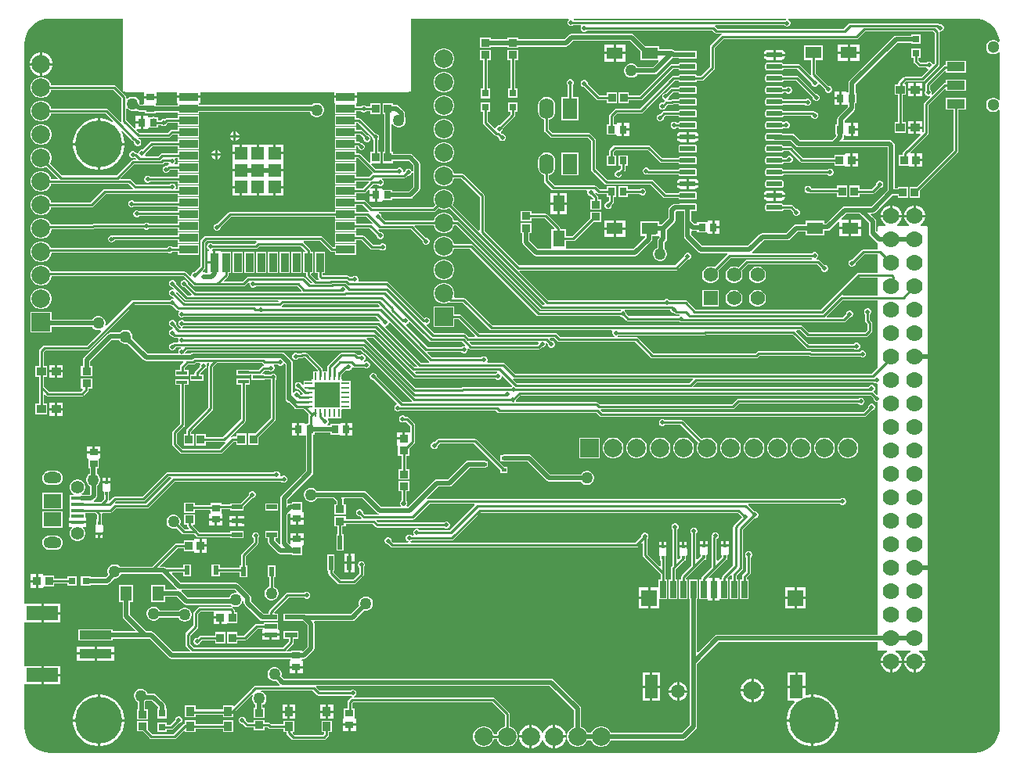
<source format=gtl>
G04*
G04 #@! TF.GenerationSoftware,Altium Limited,Altium Designer,23.3.1 (30)*
G04*
G04 Layer_Physical_Order=1*
G04 Layer_Color=255*
%FSLAX44Y44*%
%MOMM*%
G71*
G04*
G04 #@! TF.SameCoordinates,21713941-C728-493B-82DC-0AA0DF36458C*
G04*
G04*
G04 #@! TF.FilePolarity,Positive*
G04*
G01*
G75*
%ADD12C,0.5080*%
%ADD14C,0.2540*%
%ADD20R,2.7940X2.7940*%
%ADD21R,0.2540X0.8128*%
%ADD22R,0.8128X0.2540*%
%ADD23R,1.2192X0.4064*%
%ADD24R,0.5588X1.5240*%
%ADD25R,0.5080X0.4064*%
%ADD27R,1.1430X0.5334*%
%ADD28R,1.1430X0.6096*%
%ADD31R,1.3208X0.5588*%
%ADD34R,2.0066X0.8890*%
%ADD39R,0.7112X1.9050*%
%ADD43R,1.3970X0.4572*%
%ADD45R,3.5052X0.9906*%
%ADD48R,0.6096X1.0414*%
%ADD50R,0.3048X0.4572*%
%ADD58C,1.7780*%
%ADD65O,1.9558X1.2700*%
%ADD66C,1.3970*%
%ADD69R,0.9000X0.8000*%
%ADD70R,0.8500X0.9500*%
%ADD71R,1.7500X0.5800*%
G04:AMPARAMS|DCode=72|XSize=1.75mm|YSize=0.58mm|CornerRadius=0.116mm|HoleSize=0mm|Usage=FLASHONLY|Rotation=0.000|XOffset=0mm|YOffset=0mm|HoleType=Round|Shape=RoundedRectangle|*
%AMROUNDEDRECTD72*
21,1,1.7500,0.3480,0,0,0.0*
21,1,1.5180,0.5800,0,0,0.0*
1,1,0.2320,0.7590,-0.1740*
1,1,0.2320,-0.7590,-0.1740*
1,1,0.2320,-0.7590,0.1740*
1,1,0.2320,0.7590,0.1740*
%
%ADD72ROUNDEDRECTD72*%
%ADD73R,1.3208X1.3208*%
%ADD74R,0.8890X2.0066*%
%ADD75R,1.0000X0.9000*%
%ADD76R,1.9000X1.0000*%
%ADD77R,0.9000X1.0000*%
%ADD78R,0.9500X0.8500*%
%ADD79R,1.7018X1.8034*%
%ADD80R,1.3970X2.5908*%
%ADD81R,1.9558X1.5494*%
%ADD82R,3.4036X1.4986*%
%ADD83R,1.2500X1.6500*%
%ADD84R,0.8000X0.8000*%
%ADD85R,0.8000X0.8000*%
%ADD86R,0.8000X0.9000*%
%ADD87R,1.8000X1.3000*%
%ADD88R,1.3000X1.8000*%
%ADD89C,2.0000*%
%ADD90C,1.3000*%
%ADD91C,5.0800*%
%ADD92C,1.5748*%
%ADD93R,1.5748X1.5748*%
%ADD94R,2.0000X2.0000*%
%ADD95R,2.0000X2.0000*%
%ADD96O,1.6000X2.2500*%
%ADD97R,1.6000X2.2500*%
%ADD98C,1.4986*%
%ADD99C,0.5080*%
%ADD100C,1.2700*%
%ADD101C,0.6604*%
G36*
X826332Y796140D02*
X825342Y795730D01*
X825017Y795405D01*
X597121D01*
X596429Y796209D01*
X596862Y797410D01*
X826080D01*
X826332Y796140D01*
D02*
G37*
G36*
X1034289Y797080D02*
X1038473Y796076D01*
X1042447Y794429D01*
X1046116Y792181D01*
X1049387Y789387D01*
X1052181Y786116D01*
X1054429Y782447D01*
X1056076Y778473D01*
X1057080Y774289D01*
X1057225Y772446D01*
X1055996Y771879D01*
X1055182Y772693D01*
X1053410Y773716D01*
X1051434Y774245D01*
X1049388D01*
X1047412Y773716D01*
X1045640Y772693D01*
X1044194Y771246D01*
X1043171Y769474D01*
X1042641Y767498D01*
Y765452D01*
X1043171Y763476D01*
X1044194Y761704D01*
X1045640Y760258D01*
X1047412Y759235D01*
X1049388Y758705D01*
X1051434D01*
X1053410Y759235D01*
X1055182Y760258D01*
X1056140Y761216D01*
X1057410Y760690D01*
Y709761D01*
X1056140Y709235D01*
X1055182Y710193D01*
X1053410Y711216D01*
X1051434Y711745D01*
X1049388D01*
X1047412Y711216D01*
X1045640Y710193D01*
X1044194Y708746D01*
X1043171Y706974D01*
X1042641Y704998D01*
Y702952D01*
X1043171Y700976D01*
X1044194Y699204D01*
X1045640Y697758D01*
X1047412Y696735D01*
X1049388Y696205D01*
X1051434D01*
X1053410Y696735D01*
X1055182Y697758D01*
X1056140Y698716D01*
X1057410Y698190D01*
Y30000D01*
X1057415Y29974D01*
X1057080Y25711D01*
X1056076Y21528D01*
X1054429Y17553D01*
X1052181Y13884D01*
X1049387Y10613D01*
X1046116Y7819D01*
X1042447Y5571D01*
X1038473Y3924D01*
X1034289Y2920D01*
X1030026Y2585D01*
X1030000Y2590D01*
X30000D01*
X29974Y2585D01*
X25711Y2920D01*
X21528Y3924D01*
X17553Y5571D01*
X13884Y7819D01*
X10613Y10613D01*
X7819Y13884D01*
X5571Y17553D01*
X3924Y21528D01*
X2920Y25711D01*
X2585Y29974D01*
X2590Y30000D01*
Y76467D01*
X20783D01*
Y86500D01*
Y96533D01*
X2590D01*
Y143467D01*
X20783D01*
Y153500D01*
Y163533D01*
X2590D01*
Y770000D01*
X2585Y770026D01*
X2920Y774289D01*
X3924Y778473D01*
X5571Y782447D01*
X7819Y786116D01*
X10613Y789387D01*
X13884Y792181D01*
X17553Y794429D01*
X21528Y796076D01*
X25711Y797080D01*
X29974Y797415D01*
X30000Y797410D01*
X109398D01*
Y718820D01*
X111367D01*
X111628Y718191D01*
X112600Y717788D01*
X131588D01*
Y713386D01*
X145668D01*
Y717788D01*
X167427D01*
Y713970D01*
X192573D01*
Y717788D01*
X337427D01*
Y713970D01*
X362573D01*
Y717788D01*
X417400D01*
X418372Y718191D01*
X418633Y718820D01*
X420548D01*
Y797410D01*
X591060D01*
X591196Y797176D01*
X591449Y796140D01*
X590597Y795288D01*
X590017Y793888D01*
Y792372D01*
X590597Y790972D01*
X591669Y789900D01*
X593069Y789320D01*
X594585D01*
X595985Y789900D01*
X596311Y790225D01*
X604178D01*
X604686Y788955D01*
X604190Y787758D01*
Y786242D01*
X604770Y784842D01*
X605842Y783770D01*
X607242Y783190D01*
X608758D01*
X610158Y783770D01*
X610798Y784410D01*
X746749D01*
X748990Y782169D01*
X749831Y781607D01*
X750822Y781410D01*
X756705D01*
X756830Y780140D01*
X756339Y780043D01*
X755499Y779481D01*
X744929Y768911D01*
X744367Y768071D01*
X744170Y767080D01*
Y745293D01*
X734167Y735290D01*
X729899D01*
X729879Y735388D01*
X729342Y736192D01*
X728538Y736729D01*
X727590Y736918D01*
X712410D01*
X711462Y736729D01*
X710658Y736192D01*
X710121Y735388D01*
X710101Y735290D01*
X704760D01*
X703769Y735093D01*
X702929Y734531D01*
X668217Y699820D01*
X642662D01*
X641671Y699623D01*
X640830Y699061D01*
X635653Y693884D01*
X635092Y693044D01*
X634894Y692053D01*
Y683020D01*
X632214D01*
Y671480D01*
X642174D01*
X642754Y671480D01*
X643444Y670496D01*
Y670210D01*
X648714D01*
Y677250D01*
Y684290D01*
X643444D01*
Y684004D01*
X642754Y683020D01*
X642174Y683020D01*
X640074D01*
Y690980D01*
X643734Y694640D01*
X669290D01*
X670281Y694837D01*
X671121Y695399D01*
X705833Y730110D01*
X710101D01*
X710121Y730012D01*
X710658Y729208D01*
X711462Y728671D01*
X712410Y728482D01*
X727590D01*
X728538Y728671D01*
X729342Y729208D01*
X729879Y730012D01*
X729899Y730110D01*
X735240D01*
X736231Y730307D01*
X737071Y730869D01*
X748591Y742389D01*
X749153Y743229D01*
X749350Y744220D01*
Y766007D01*
X758403Y775060D01*
X902625D01*
X903616Y775257D01*
X904457Y775819D01*
X912178Y783540D01*
X985385D01*
X987408Y781517D01*
Y749318D01*
X985983Y747893D01*
X984588Y748294D01*
X984230Y749158D01*
X983158Y750230D01*
X981758Y750810D01*
X980242D01*
X978842Y750230D01*
X978202Y749590D01*
X971941D01*
X969521Y752010D01*
Y754825D01*
X972193D01*
Y765365D01*
X961653D01*
Y754825D01*
X964342D01*
Y750937D01*
X964539Y749946D01*
X965100Y749106D01*
X969037Y745169D01*
X969877Y744607D01*
X970869Y744410D01*
X978202D01*
X978842Y743770D01*
X979706Y743412D01*
X980107Y742017D01*
X972378Y734288D01*
X954698D01*
X953708Y734091D01*
X952867Y733530D01*
X948470Y729133D01*
X947909Y728292D01*
X947712Y727301D01*
Y726249D01*
X943532D01*
Y714709D01*
X947212D01*
Y685249D01*
X943532D01*
Y673709D01*
X956072D01*
Y685249D01*
X952392D01*
Y714709D01*
X956072D01*
Y726249D01*
X954571D01*
X954085Y727423D01*
X955771Y729109D01*
X973451D01*
X974442Y729306D01*
X975282Y729867D01*
X991829Y746414D01*
X992391Y747254D01*
X992588Y748246D01*
Y782590D01*
X993684Y783590D01*
X993898D01*
X995298Y784170D01*
X996370Y785242D01*
X996950Y786642D01*
Y788158D01*
X996370Y789558D01*
X995298Y790630D01*
X993898Y791210D01*
X992382D01*
X992328Y791187D01*
X991744Y791771D01*
X990904Y792333D01*
X989913Y792530D01*
X895896D01*
X894905Y792333D01*
X894065Y791771D01*
X888883Y786590D01*
X751894D01*
X749653Y788831D01*
X749467Y788955D01*
X749853Y790225D01*
X824387D01*
X825342Y789270D01*
X826742Y788690D01*
X828258D01*
X829658Y789270D01*
X830730Y790342D01*
X831310Y791742D01*
Y793258D01*
X830730Y794658D01*
X829658Y795730D01*
X828668Y796140D01*
X828920Y797410D01*
X1030000D01*
X1030026Y797415D01*
X1034289Y797080D01*
D02*
G37*
%LPC*%
G36*
X659500Y780885D02*
X594000D01*
X592513Y780589D01*
X591253Y779747D01*
X586391Y774884D01*
X537020D01*
Y776520D01*
X524980D01*
Y774884D01*
X507020D01*
Y776520D01*
X494980D01*
Y765480D01*
X507020D01*
Y767115D01*
X524980D01*
Y765480D01*
X537020D01*
Y767115D01*
X588000D01*
X589486Y767411D01*
X590747Y768253D01*
X595609Y773115D01*
X657891D01*
X668730Y762276D01*
Y752230D01*
X687906D01*
X688432Y750960D01*
X682357Y744885D01*
X665556D01*
X665098Y745679D01*
X663679Y747097D01*
X661941Y748101D01*
X660003Y748620D01*
X657997D01*
X656059Y748101D01*
X654321Y747097D01*
X652903Y745679D01*
X651899Y743941D01*
X651380Y742003D01*
Y739997D01*
X651899Y738059D01*
X652903Y736321D01*
X654321Y734902D01*
X656059Y733899D01*
X657997Y733380D01*
X660003D01*
X661941Y733899D01*
X663679Y734902D01*
X665098Y736321D01*
X665556Y737115D01*
X683966D01*
X685453Y737411D01*
X686713Y738253D01*
X703263Y754803D01*
X704407Y754576D01*
X709980D01*
Y753930D01*
X730020D01*
Y762270D01*
X720016D01*
X719640Y762345D01*
X706016D01*
X705663Y762697D01*
X704403Y763539D01*
X702917Y763835D01*
X689270D01*
Y767770D01*
X674224D01*
X662247Y779747D01*
X660986Y780589D01*
X659500Y780885D01*
D02*
G37*
G36*
X972193Y780365D02*
X961653D01*
Y778980D01*
X945275D01*
X943789Y778684D01*
X942528Y777842D01*
X894800Y730113D01*
X893958Y728853D01*
X893662Y727367D01*
X893662Y717841D01*
X893348Y717527D01*
X891784Y717645D01*
X891586Y717927D01*
Y718213D01*
X886316D01*
Y711173D01*
Y704133D01*
X891586D01*
Y704188D01*
X891992Y704617D01*
X893232Y704690D01*
X893418Y704505D01*
Y701877D01*
X882744Y691203D01*
X881902Y689943D01*
X881607Y688456D01*
Y683119D01*
X879776D01*
Y671579D01*
X880190D01*
X880716Y670309D01*
X876291Y665885D01*
X841609D01*
X835907Y671587D01*
X834647Y672429D01*
X833160Y672725D01*
X823093D01*
X822338Y673229D01*
X821390Y673418D01*
X806210D01*
X805262Y673229D01*
X804458Y672692D01*
X803921Y671888D01*
X803732Y670940D01*
Y667460D01*
X803921Y666512D01*
X804458Y665708D01*
X805262Y665171D01*
X806210Y664982D01*
X814025D01*
X814160Y664955D01*
X831551D01*
X837253Y659253D01*
X838513Y658411D01*
X840000Y658115D01*
X936115D01*
Y611609D01*
X918391Y593885D01*
X889720D01*
X888233Y593589D01*
X886973Y592747D01*
X869676Y575449D01*
X867911D01*
Y578382D01*
X847371D01*
Y574496D01*
X837311D01*
X835825Y574201D01*
X834565Y573358D01*
X826287Y565081D01*
X800559D01*
X799072Y564785D01*
X797812Y563943D01*
X785123Y551255D01*
X735669D01*
X723885Y563039D01*
Y566730D01*
X725155Y567727D01*
X725715Y567615D01*
X730160D01*
Y565730D01*
X740120D01*
X740700Y565730D01*
X741390Y564746D01*
Y564460D01*
X746660D01*
Y571500D01*
Y578540D01*
X741390D01*
Y578254D01*
X740700Y577270D01*
X740120Y577270D01*
X730160D01*
Y575385D01*
X727324D01*
X723885Y578824D01*
Y588782D01*
X727590D01*
X728538Y588971D01*
X729342Y589508D01*
X729879Y590312D01*
X730068Y591260D01*
Y594740D01*
X729879Y595688D01*
X729342Y596492D01*
X728538Y597029D01*
X727590Y597218D01*
X712410D01*
X711462Y597029D01*
X711246Y596885D01*
X705976D01*
X704489Y596589D01*
X703229Y595747D01*
X700253Y592771D01*
X699411Y591511D01*
X699115Y590024D01*
Y581515D01*
X691981Y574381D01*
X689270D01*
Y577770D01*
X668730D01*
Y562230D01*
X673971D01*
Y560465D01*
X661391Y547885D01*
X588772D01*
X588183Y548910D01*
X588182Y549155D01*
Y556591D01*
X596337D01*
X597328Y556788D01*
X598168Y557349D01*
X618066Y577247D01*
X626444D01*
Y588287D01*
X614404D01*
Y580910D01*
X595265Y561770D01*
X588182D01*
Y569450D01*
X582087D01*
Y570503D01*
X581890Y571494D01*
X581329Y572334D01*
X568331Y585331D01*
X567491Y585892D01*
X566500Y586090D01*
X551020D01*
Y589020D01*
X538980D01*
Y577980D01*
X551020D01*
Y580910D01*
X565428D01*
X575714Y570624D01*
X575228Y569450D01*
X572643D01*
Y549155D01*
X572643Y548910D01*
X572053Y547885D01*
X557609D01*
X548885Y556609D01*
Y564980D01*
X551020D01*
Y576020D01*
X538980D01*
Y564980D01*
X541115D01*
Y555000D01*
X541411Y553513D01*
X542253Y552253D01*
X553253Y541253D01*
X554513Y540411D01*
X556000Y540115D01*
X663000D01*
X664487Y540411D01*
X665747Y541253D01*
X680603Y556109D01*
X681445Y557369D01*
X681740Y558856D01*
Y562155D01*
X685040D01*
X685416Y562230D01*
X689270D01*
X689706Y561141D01*
Y560619D01*
X688303Y559217D01*
X687461Y557957D01*
X687166Y556470D01*
Y549629D01*
X687059Y549601D01*
X685321Y548597D01*
X683903Y547179D01*
X682899Y545441D01*
X682380Y543503D01*
Y541497D01*
X682899Y539559D01*
X683903Y537821D01*
X685321Y536403D01*
X687059Y535399D01*
X688997Y534880D01*
X691003D01*
X692941Y535399D01*
X694679Y536403D01*
X696097Y537821D01*
X697101Y539559D01*
X697620Y541497D01*
Y543503D01*
X697101Y545441D01*
X696097Y547179D01*
X694935Y548341D01*
Y554861D01*
X696337Y556263D01*
X697179Y557523D01*
X697475Y559010D01*
Y568888D01*
X705747Y577160D01*
X706589Y578420D01*
X706885Y579906D01*
Y588415D01*
X707585Y589115D01*
X711246D01*
X711462Y588971D01*
X712410Y588782D01*
X716115D01*
Y577215D01*
Y561430D01*
X716411Y559943D01*
X717253Y558683D01*
X731313Y544623D01*
X732573Y543781D01*
X734060Y543485D01*
X762627D01*
X763153Y542215D01*
X748972Y528034D01*
X748130Y528521D01*
X745804Y529144D01*
X743396D01*
X741071Y528521D01*
X738986Y527317D01*
X737283Y525615D01*
X736079Y523530D01*
X735456Y521204D01*
Y518796D01*
X736079Y516470D01*
X737283Y514385D01*
X738986Y512683D01*
X741071Y511479D01*
X743396Y510856D01*
X745804D01*
X748130Y511479D01*
X750215Y512683D01*
X751917Y514385D01*
X753121Y516470D01*
X753744Y518796D01*
Y521204D01*
X753121Y523530D01*
X752634Y524372D01*
X766673Y538410D01*
X853906D01*
X854469Y537860D01*
X854361Y537277D01*
X853890Y536590D01*
X784000D01*
X783009Y536393D01*
X782169Y535831D01*
X774372Y528034D01*
X773530Y528521D01*
X771204Y529144D01*
X768796D01*
X766471Y528521D01*
X764386Y527317D01*
X762683Y525615D01*
X761479Y523530D01*
X760856Y521204D01*
Y518796D01*
X761479Y516470D01*
X762683Y514385D01*
X764386Y512683D01*
X766471Y511479D01*
X768796Y510856D01*
X771204D01*
X773530Y511479D01*
X775615Y512683D01*
X777317Y514385D01*
X778521Y516470D01*
X779144Y518796D01*
Y521204D01*
X778521Y523530D01*
X778034Y524372D01*
X785073Y531410D01*
X859927D01*
X864190Y527147D01*
Y526242D01*
X864770Y524842D01*
X865842Y523770D01*
X867242Y523190D01*
X868758D01*
X870158Y523770D01*
X871230Y524842D01*
X871810Y526242D01*
Y527758D01*
X871230Y529158D01*
X870158Y530230D01*
X868758Y530810D01*
X867852D01*
X862831Y535831D01*
X861991Y536393D01*
X861000Y536590D01*
X859817D01*
X859480Y537439D01*
X859438Y537860D01*
X860420Y538842D01*
X861000Y540242D01*
Y541758D01*
X860420Y543158D01*
X859348Y544230D01*
X857948Y544810D01*
X856432D01*
X855032Y544230D01*
X854392Y543590D01*
X790200D01*
X789960Y543934D01*
X789716Y544860D01*
X802168Y557312D01*
X827896D01*
X829383Y557607D01*
X830643Y558449D01*
X838921Y566727D01*
X847371D01*
Y562842D01*
X867911D01*
Y567680D01*
X871285D01*
X872771Y567976D01*
X874032Y568818D01*
X882927Y577714D01*
X884101Y577228D01*
Y571882D01*
X894371D01*
Y579652D01*
X886525D01*
X886039Y580825D01*
X891329Y586115D01*
X905891D01*
X916115Y575891D01*
Y565000D01*
X916411Y563513D01*
X917253Y562253D01*
X924153Y555353D01*
X925413Y554511D01*
X925725Y554449D01*
Y547420D01*
X909831D01*
X908840Y547223D01*
X907999Y546662D01*
X897647Y536310D01*
X896742D01*
X895342Y535730D01*
X894270Y534658D01*
X893690Y533258D01*
Y531742D01*
X894270Y530342D01*
X895342Y529270D01*
X896742Y528690D01*
X898258D01*
X899658Y529270D01*
X900730Y530342D01*
X901310Y531742D01*
Y532648D01*
X910903Y542241D01*
X925725D01*
Y522265D01*
X904675D01*
X903684Y522068D01*
X902844Y521506D01*
X863927Y482590D01*
X728573D01*
X719331Y491831D01*
X718491Y492393D01*
X717500Y492590D01*
X700298D01*
X699658Y493230D01*
X698258Y493810D01*
X696742D01*
X695342Y493230D01*
X694702Y492590D01*
X569056D01*
X537909Y523737D01*
X538395Y524910D01*
X707500D01*
X708491Y525107D01*
X709331Y525669D01*
X719853Y536190D01*
X720758D01*
X722158Y536770D01*
X723230Y537842D01*
X723810Y539242D01*
Y540758D01*
X723230Y542158D01*
X722158Y543230D01*
X720758Y543810D01*
X719242D01*
X717842Y543230D01*
X716770Y542158D01*
X716190Y540758D01*
Y539852D01*
X706427Y530090D01*
X537445D01*
X500026Y567509D01*
Y605564D01*
X499829Y606555D01*
X499268Y607395D01*
X477791Y628872D01*
X476950Y629433D01*
X475959Y629630D01*
X467316D01*
X466845Y631391D01*
X465361Y633961D01*
X463263Y636059D01*
X460693Y637543D01*
X457826Y638311D01*
X454859D01*
X451993Y637543D01*
X449423Y636059D01*
X447324Y633961D01*
X445841Y631391D01*
X445073Y628524D01*
Y625557D01*
X445841Y622691D01*
X447324Y620121D01*
X449423Y618022D01*
X451993Y616539D01*
X454859Y615771D01*
X457826D01*
X460693Y616539D01*
X463263Y618022D01*
X465361Y620121D01*
X466845Y622691D01*
X467316Y624451D01*
X474887D01*
X494846Y604491D01*
Y568459D01*
X493673Y567973D01*
X465934Y595713D01*
X466845Y597291D01*
X467613Y600157D01*
Y603124D01*
X466845Y605991D01*
X465361Y608561D01*
X463263Y610659D01*
X460693Y612143D01*
X457826Y612911D01*
X454859D01*
X451993Y612143D01*
X449423Y610659D01*
X447324Y608561D01*
X445841Y605991D01*
X445073Y603124D01*
Y600157D01*
X445841Y597291D01*
X446752Y595712D01*
X444180Y593140D01*
X378523D01*
X371431Y600231D01*
X370591Y600793D01*
X369600Y600990D01*
X361303D01*
Y604115D01*
X338697D01*
Y592685D01*
X361303D01*
Y595810D01*
X368527D01*
X374999Y589339D01*
X374458Y588097D01*
X374375Y588090D01*
X374291Y588093D01*
X374064Y588138D01*
X373300Y588290D01*
X361303D01*
Y591415D01*
X338697D01*
Y588290D01*
X225020D01*
X224029Y588093D01*
X223189Y587531D01*
X210968Y575310D01*
X210062D01*
X208662Y574730D01*
X207590Y573658D01*
X207010Y572258D01*
Y570742D01*
X207590Y569342D01*
X208662Y568270D01*
X210062Y567690D01*
X211578D01*
X212978Y568270D01*
X214050Y569342D01*
X214630Y570742D01*
Y571647D01*
X226093Y583110D01*
X338697D01*
Y579985D01*
X361303D01*
Y583110D01*
X372227D01*
X379276Y576062D01*
X378466Y575075D01*
X377991Y575393D01*
X377000Y575590D01*
X361303D01*
Y578715D01*
X338697D01*
Y567285D01*
X361303D01*
Y570410D01*
X375927D01*
X383690Y562648D01*
Y561742D01*
X384270Y560342D01*
X385342Y559270D01*
X386742Y558690D01*
X388258D01*
X389658Y559270D01*
X390730Y560342D01*
X391310Y561742D01*
Y563258D01*
X390730Y564658D01*
X389658Y565730D01*
X388258Y566310D01*
X387352D01*
X384954Y568709D01*
X385764Y569695D01*
X386239Y569377D01*
X387230Y569180D01*
X420297D01*
X433070Y556408D01*
Y555502D01*
X433650Y554102D01*
X434722Y553030D01*
X436122Y552450D01*
X437638D01*
X439038Y553030D01*
X440110Y554102D01*
X440690Y555502D01*
Y557018D01*
X440110Y558418D01*
X439038Y559490D01*
X437638Y560070D01*
X436732D01*
X424422Y572381D01*
X424948Y573651D01*
X445369D01*
X445841Y571891D01*
X447324Y569321D01*
X449423Y567222D01*
X451993Y565739D01*
X454859Y564971D01*
X457826D01*
X460693Y565739D01*
X463263Y567222D01*
X465361Y569321D01*
X466845Y571891D01*
X467316Y573651D01*
X469661D01*
X560223Y483089D01*
X561063Y482527D01*
X562054Y482330D01*
X647682D01*
X647934Y481060D01*
X647596Y480920D01*
X646955Y480280D01*
X559703D01*
X487311Y552672D01*
X486470Y553233D01*
X485479Y553430D01*
X467316D01*
X466845Y555191D01*
X465361Y557761D01*
X463263Y559859D01*
X460693Y561343D01*
X457826Y562111D01*
X454859D01*
X451993Y561343D01*
X449423Y559859D01*
X447324Y557761D01*
X445841Y555191D01*
X445073Y552324D01*
Y549357D01*
X445841Y546491D01*
X447324Y543921D01*
X449423Y541822D01*
X451993Y540339D01*
X454859Y539571D01*
X457826D01*
X460693Y540339D01*
X463263Y541822D01*
X465361Y543921D01*
X466845Y546491D01*
X467316Y548251D01*
X484407D01*
X556799Y475859D01*
X557639Y475297D01*
X558630Y475100D01*
X646955D01*
X647596Y474460D01*
X648996Y473880D01*
X649901D01*
X653113Y470669D01*
X653953Y470107D01*
X654944Y469910D01*
X709702D01*
X710342Y469270D01*
X711742Y468690D01*
X712512D01*
X712913Y468610D01*
X888700D01*
X889691Y468807D01*
X890531Y469369D01*
X894853Y473690D01*
X895758D01*
X897158Y474270D01*
X898230Y475342D01*
X898810Y476742D01*
Y478258D01*
X898230Y479658D01*
X897158Y480730D01*
X895758Y481310D01*
X894242D01*
X892842Y480730D01*
X891770Y479658D01*
X891190Y478258D01*
Y477352D01*
X887627Y473790D01*
X870646D01*
X870160Y474963D01*
X887607Y492410D01*
X925725D01*
Y419388D01*
X919407Y413070D01*
X533315D01*
X522174Y424211D01*
X521334Y424773D01*
X520343Y424970D01*
X503582D01*
X502910Y426240D01*
X503290Y427157D01*
Y428673D01*
X502710Y430073D01*
X501638Y431145D01*
X500238Y431725D01*
X498722D01*
X497322Y431145D01*
X496682Y430505D01*
X443178D01*
X438123Y435560D01*
X438649Y436830D01*
X474782D01*
X475842Y435770D01*
X477242Y435190D01*
X478758D01*
X480158Y435770D01*
X481230Y436842D01*
X481810Y438242D01*
Y439684D01*
X482012Y439864D01*
X482939Y440351D01*
X483161Y440129D01*
X484002Y439567D01*
X484993Y439370D01*
X558693D01*
X559684Y439567D01*
X560524Y440129D01*
X561798Y441403D01*
X561852Y441380D01*
X563368D01*
X564768Y441960D01*
X565840Y443032D01*
X566420Y444432D01*
Y445541D01*
X567605Y446152D01*
X568690Y445067D01*
Y444162D01*
X569270Y442762D01*
X570342Y441690D01*
X571742Y441110D01*
X573258D01*
X574658Y441690D01*
X575730Y442762D01*
X576310Y444162D01*
Y445678D01*
X575730Y447078D01*
X574658Y448150D01*
X573258Y448730D01*
X572352D01*
X570766Y450317D01*
X571252Y451490D01*
X575754D01*
X579076Y448169D01*
X579916Y447607D01*
X580907Y447410D01*
X663241D01*
X679983Y430669D01*
X680823Y430107D01*
X681814Y429910D01*
X794313D01*
X795304Y430107D01*
X796145Y430669D01*
X797886Y432410D01*
X851125D01*
X851875Y431909D01*
X852866Y431712D01*
X906109D01*
X906750Y431072D01*
X908150Y430492D01*
X909666D01*
X911066Y431072D01*
X912138Y432144D01*
X912718Y433544D01*
Y435060D01*
X912138Y436460D01*
X911066Y437532D01*
X909666Y438112D01*
X908150D01*
X906750Y437532D01*
X906109Y436892D01*
X853909D01*
X853159Y437393D01*
X852168Y437590D01*
X796813D01*
X795822Y437393D01*
X794982Y436831D01*
X793241Y435090D01*
X682887D01*
X666145Y451831D01*
X665305Y452393D01*
X664314Y452590D01*
X644277D01*
X644024Y453860D01*
X644440Y454032D01*
X645080Y454672D01*
X738211D01*
X739202Y454869D01*
X740012Y455410D01*
X833118D01*
X847859Y440669D01*
X848699Y440107D01*
X849690Y439910D01*
X899702D01*
X900342Y439270D01*
X901742Y438690D01*
X903258D01*
X904658Y439270D01*
X905730Y440342D01*
X906310Y441742D01*
Y443258D01*
X905730Y444658D01*
X904658Y445730D01*
X903258Y446310D01*
X901742D01*
X900342Y445730D01*
X899702Y445090D01*
X850763D01*
X837216Y458637D01*
X837702Y459810D01*
X840850D01*
X841353Y459910D01*
X841427D01*
X848169Y453169D01*
X849009Y452607D01*
X850000Y452410D01*
X912796D01*
X913787Y452607D01*
X914627Y453169D01*
X918771Y457313D01*
X919333Y458153D01*
X919530Y459144D01*
Y467988D01*
X919333Y468979D01*
X918771Y469820D01*
X916990Y471601D01*
Y477262D01*
X917630Y477902D01*
X918210Y479302D01*
Y480818D01*
X917630Y482218D01*
X916558Y483290D01*
X915158Y483870D01*
X913642D01*
X912242Y483290D01*
X911170Y482218D01*
X910590Y480818D01*
Y479302D01*
X911170Y477902D01*
X911810Y477262D01*
Y470528D01*
X912007Y469537D01*
X912569Y468697D01*
X914350Y466916D01*
Y460217D01*
X911723Y457590D01*
X851073D01*
X844331Y464331D01*
X843491Y464893D01*
X842500Y465090D01*
X840000D01*
X839497Y464990D01*
X508673D01*
X479331Y494331D01*
X478491Y494893D01*
X477500Y495090D01*
X467863D01*
X467024Y496360D01*
X467613Y498557D01*
Y501524D01*
X466845Y504391D01*
X465361Y506961D01*
X463263Y509059D01*
X460693Y510543D01*
X457826Y511311D01*
X454859D01*
X451993Y510543D01*
X449423Y509059D01*
X447324Y506961D01*
X445841Y504391D01*
X445073Y501524D01*
Y498557D01*
X445841Y495691D01*
X447324Y493121D01*
X449423Y491022D01*
X451993Y489539D01*
X454859Y488771D01*
X457826D01*
X460693Y489539D01*
X462329Y490484D01*
X462893Y490107D01*
X463884Y489910D01*
X476427D01*
X505769Y460569D01*
X506609Y460007D01*
X507600Y459810D01*
X637839D01*
X638688Y458540D01*
X638472Y458020D01*
Y456504D01*
X639052Y455104D01*
X640124Y454032D01*
X640540Y453860D01*
X640287Y452590D01*
X581980D01*
X578658Y455911D01*
X577818Y456473D01*
X576827Y456670D01*
X494493D01*
X474691Y476472D01*
X473850Y477033D01*
X472859Y477230D01*
X467613D01*
Y485911D01*
X445073D01*
Y463371D01*
X467613D01*
Y472051D01*
X471787D01*
X489804Y454033D01*
X489318Y452860D01*
X483144D01*
X480194Y455809D01*
X479354Y456371D01*
X478363Y456568D01*
X445714D01*
X437363Y464919D01*
X437889Y466189D01*
X438257D01*
X439657Y466769D01*
X440729Y467841D01*
X441309Y469241D01*
Y470757D01*
X440729Y472157D01*
X439657Y473229D01*
X438257Y473809D01*
X436741D01*
X435341Y473229D01*
X435007Y472895D01*
X396151Y511751D01*
X395311Y512313D01*
X394320Y512510D01*
X364467D01*
X363619Y513780D01*
X363810Y514242D01*
Y515758D01*
X363230Y517158D01*
X362158Y518230D01*
X360758Y518810D01*
X359242D01*
X357842Y518230D01*
X357202Y517590D01*
X354663D01*
X353349Y518904D01*
X352509Y519465D01*
X351518Y519662D01*
X324740D01*
Y521885D01*
X327865D01*
Y544491D01*
X316435D01*
Y521885D01*
X319561D01*
Y518560D01*
X319758Y517569D01*
X320319Y516729D01*
X321188Y515860D01*
X320662Y514590D01*
X318383D01*
X312358Y520615D01*
X312807Y521885D01*
X315165D01*
Y544491D01*
X312040D01*
Y546530D01*
X311843Y547521D01*
X311282Y548361D01*
X304311Y555331D01*
X304520Y556186D01*
X304801Y556601D01*
X322441D01*
X333274Y545769D01*
X334114Y545207D01*
X335105Y545010D01*
X338697D01*
Y541885D01*
X361303D01*
Y553315D01*
X338697D01*
Y550190D01*
X336178D01*
X325345Y561022D01*
X324505Y561584D01*
X323514Y561781D01*
X198511D01*
X197520Y561584D01*
X196680Y561022D01*
X193749Y558091D01*
X193187Y557251D01*
X192990Y556260D01*
Y529393D01*
X186838Y523240D01*
X185932D01*
X184532Y522660D01*
X183460Y521588D01*
X182880Y520188D01*
Y519373D01*
X181610Y518847D01*
X177255Y523201D01*
X176415Y523763D01*
X175424Y523960D01*
X31007D01*
X29597Y526401D01*
X27499Y528499D01*
X24929Y529983D01*
X22062Y530751D01*
X19095D01*
X16229Y529983D01*
X13659Y528499D01*
X11560Y526401D01*
X10077Y523831D01*
X9309Y520965D01*
Y517997D01*
X10077Y515131D01*
X11560Y512561D01*
X13659Y510463D01*
X16229Y508979D01*
X19095Y508211D01*
X22062D01*
X24929Y508979D01*
X27499Y510463D01*
X29597Y512561D01*
X31081Y515131D01*
X31849Y517997D01*
Y518780D01*
X174351D01*
X184963Y508169D01*
X185803Y507607D01*
X186794Y507410D01*
X239733D01*
X240724Y507607D01*
X241564Y508169D01*
X245284Y511888D01*
X246360Y511169D01*
X246190Y510758D01*
Y509242D01*
X246770Y507842D01*
X247842Y506770D01*
X249242Y506190D01*
X250758D01*
X252158Y506770D01*
X252798Y507410D01*
X297647D01*
X302358Y502700D01*
X301832Y501430D01*
X188033D01*
X179070Y510392D01*
Y511298D01*
X178490Y512698D01*
X177418Y513770D01*
X176018Y514350D01*
X174502D01*
X173102Y513770D01*
X172030Y512698D01*
X171450Y511298D01*
Y509782D01*
X172030Y508382D01*
X173102Y507310D01*
X174502Y506730D01*
X175408D01*
X183344Y498793D01*
X182858Y497620D01*
X179143D01*
X166370Y510392D01*
Y511298D01*
X165790Y512698D01*
X164718Y513770D01*
X163318Y514350D01*
X161802D01*
X160402Y513770D01*
X159330Y512698D01*
X158750Y511298D01*
Y509782D01*
X159330Y508382D01*
X160402Y507310D01*
X161802Y506730D01*
X162708D01*
X164265Y505172D01*
X163546Y504095D01*
X163318Y504190D01*
X161802D01*
X160402Y503610D01*
X159330Y502538D01*
X158750Y501138D01*
Y499622D01*
X159330Y498222D01*
X160402Y497150D01*
X161802Y496570D01*
X162708D01*
X164265Y495012D01*
X163546Y493936D01*
X163318Y494030D01*
X161802D01*
X160402Y493450D01*
X159762Y492810D01*
X120571D01*
X119580Y492613D01*
X118740Y492051D01*
X91232Y464543D01*
X90920Y464575D01*
X89972Y465945D01*
X90120Y466497D01*
Y468503D01*
X89601Y470441D01*
X88597Y472179D01*
X87179Y473597D01*
X85441Y474601D01*
X83503Y475120D01*
X81497D01*
X79559Y474601D01*
X77821Y473597D01*
X76403Y472179D01*
X75944Y471385D01*
X31849D01*
Y479951D01*
X9309D01*
Y457411D01*
X31849D01*
Y463615D01*
X75944D01*
X76403Y462821D01*
X77821Y461403D01*
X79559Y460399D01*
X81497Y459880D01*
X83503D01*
X84055Y460028D01*
X85425Y459080D01*
X85456Y458768D01*
X69968Y443280D01*
X24130D01*
X23139Y443083D01*
X22299Y442521D01*
X18950Y439173D01*
X18389Y438332D01*
X18191Y437341D01*
Y421270D01*
X14511D01*
Y409730D01*
X18191D01*
Y398319D01*
Y380270D01*
X14511D01*
Y368730D01*
X27051D01*
Y380270D01*
X23371D01*
Y390407D01*
X24544Y390893D01*
X26109Y389329D01*
X26949Y388767D01*
X27940Y388570D01*
X64899D01*
X65890Y388767D01*
X66730Y389329D01*
X71494Y394093D01*
X72055Y394933D01*
X72252Y395924D01*
Y396976D01*
X75857D01*
Y408016D01*
X63817D01*
Y396976D01*
X65393D01*
X65879Y395803D01*
X63826Y393750D01*
X29013D01*
X23371Y399392D01*
Y409730D01*
X27051D01*
Y421270D01*
X23371D01*
Y436269D01*
X25203Y438100D01*
X71041D01*
X72032Y438297D01*
X72872Y438859D01*
X121643Y487630D01*
X159762D01*
X160402Y486990D01*
X161802Y486410D01*
X162708D01*
X167079Y482039D01*
X167919Y481477D01*
X168910Y481280D01*
X169296D01*
X169822Y480010D01*
X169490Y479678D01*
X168910Y478278D01*
Y476762D01*
X169490Y475362D01*
X170562Y474290D01*
X171962Y473710D01*
X173478D01*
X174878Y474290D01*
X175518Y474930D01*
X382935D01*
X387056Y470810D01*
X386405Y469826D01*
X386307Y469762D01*
X385365Y469950D01*
X175518D01*
X174878Y470590D01*
X173478Y471170D01*
X171962D01*
X170562Y470590D01*
X169490Y469518D01*
X168910Y468118D01*
Y466602D01*
X169490Y465202D01*
X170562Y464130D01*
X171962Y463550D01*
X171842Y462330D01*
X169906D01*
X167966Y464270D01*
X167872Y464745D01*
X167310Y465585D01*
X166347Y466548D01*
X166370Y466602D01*
Y468118D01*
X165790Y469518D01*
X164718Y470590D01*
X163318Y471170D01*
X161802D01*
X160402Y470590D01*
X159330Y469518D01*
X158750Y468118D01*
Y466602D01*
X159330Y465202D01*
X160402Y464130D01*
X161802Y463550D01*
X162020D01*
X162992Y462578D01*
X163051Y462280D01*
X162874Y461813D01*
X162290Y461010D01*
X161802D01*
X160402Y460430D01*
X159330Y459358D01*
X158750Y457958D01*
Y456442D01*
X159330Y455042D01*
X160402Y453970D01*
X161802Y453390D01*
X162839D01*
X163401Y452829D01*
X164241Y452267D01*
X165232Y452070D01*
X168253D01*
X169102Y450800D01*
X168910Y450338D01*
Y448822D01*
X169102Y448360D01*
X168253Y447090D01*
X165100D01*
X164109Y446893D01*
X163269Y446331D01*
X162708Y445770D01*
X161802D01*
X160402Y445190D01*
X159330Y444118D01*
X158750Y442718D01*
Y441202D01*
X159330Y439802D01*
X160402Y438730D01*
X161802Y438150D01*
X163318D01*
X164718Y438730D01*
X165790Y439802D01*
X166370Y441202D01*
Y441910D01*
X171842D01*
X171962Y440690D01*
X170562Y440110D01*
X169490Y439038D01*
X168910Y437638D01*
Y436122D01*
X169091Y435685D01*
X168243Y434415D01*
X135886D01*
X119273Y451028D01*
X119511Y451913D01*
Y453920D01*
X118991Y455858D01*
X117988Y457595D01*
X116569Y459014D01*
X114832Y460017D01*
X112894Y460537D01*
X110887D01*
X108949Y460017D01*
X107212Y459014D01*
X105793Y457595D01*
X105683Y457405D01*
X95380D01*
X93894Y457109D01*
X92634Y456267D01*
X67089Y430723D01*
X66247Y429463D01*
X65952Y427976D01*
Y421016D01*
X63817D01*
Y409976D01*
X75857D01*
Y421016D01*
X73721D01*
Y426367D01*
X96990Y449636D01*
X104986D01*
X105793Y448238D01*
X107212Y446819D01*
X108949Y445816D01*
X110887Y445297D01*
X112894D01*
X113779Y445534D01*
X131530Y427783D01*
X132791Y426941D01*
X134277Y426645D01*
X174535D01*
X175021Y425472D01*
X171357Y421808D01*
X170796Y420968D01*
X170599Y419977D01*
Y417171D01*
X165660D01*
Y410567D01*
X180392D01*
Y417171D01*
X175778D01*
Y418904D01*
X179734Y422860D01*
X185450D01*
X186441Y423057D01*
X187281Y423619D01*
X188141Y424478D01*
X192188D01*
X192885Y423208D01*
X192522Y422332D01*
Y420817D01*
X192544Y420762D01*
X187333Y415551D01*
X186772Y414711D01*
X186574Y413719D01*
Y412171D01*
X181663D01*
Y405567D01*
X196395D01*
Y412171D01*
X193074D01*
X192548Y413441D01*
X196872Y417765D01*
X197090D01*
X198490Y418345D01*
X199562Y419416D01*
X200142Y420817D01*
Y422332D01*
X199779Y423208D01*
X200476Y424478D01*
X201987D01*
X202282Y423764D01*
X202388Y423208D01*
X201850Y422403D01*
X201653Y421412D01*
Y376267D01*
X178511Y353126D01*
X177950Y352286D01*
X177753Y351295D01*
Y347345D01*
X174823D01*
Y335304D01*
X185863D01*
Y347345D01*
X182932D01*
Y350222D01*
X206074Y373363D01*
X206635Y374204D01*
X206832Y375195D01*
Y420340D01*
X210971Y424478D01*
X259425D01*
X260539Y423364D01*
X261184Y422933D01*
X261195Y422135D01*
X261050Y421612D01*
X260452Y421493D01*
X259612Y420931D01*
X255423Y416742D01*
X246627D01*
Y417455D01*
X231895D01*
Y410851D01*
X246627D01*
Y411563D01*
X247897D01*
Y405851D01*
X262629D01*
Y406528D01*
X268825D01*
X269069Y406284D01*
Y365085D01*
X252078Y348095D01*
X244701D01*
Y336055D01*
X255741D01*
Y344432D01*
X273490Y362181D01*
X274051Y363022D01*
X274248Y364013D01*
Y406284D01*
X274888Y406924D01*
X275469Y408324D01*
Y409840D01*
X274888Y411240D01*
X273817Y412312D01*
X272416Y412892D01*
X270901D01*
X269500Y412312D01*
X268895Y411707D01*
X262629D01*
Y412455D01*
X260120D01*
X259634Y413628D01*
X262516Y416510D01*
X266442D01*
X267082Y415870D01*
X268482Y415290D01*
X269998D01*
X271398Y415870D01*
X272470Y416942D01*
X273050Y418342D01*
Y419858D01*
X272470Y421258D01*
X272393Y421335D01*
X272919Y422606D01*
X276602D01*
X277242Y421965D01*
X278642Y421385D01*
X280158D01*
X281558Y421965D01*
X282630Y423037D01*
X282811Y423475D01*
X284046Y423720D01*
X285037Y422848D01*
Y385350D01*
X285333Y383864D01*
X286175Y382604D01*
X287435Y381762D01*
X288921Y381466D01*
X289107Y381503D01*
X294944Y375666D01*
X295784Y375104D01*
X296775Y374907D01*
X303990D01*
X310333Y368565D01*
X310151Y368383D01*
X309590Y367543D01*
X309393Y366552D01*
Y359468D01*
X308347Y358534D01*
X305988Y358534D01*
X305298Y359518D01*
Y359804D01*
X300028D01*
Y352764D01*
Y345724D01*
X305298D01*
Y346009D01*
X305410Y346170D01*
X306811Y346278D01*
X307165Y345928D01*
Y307579D01*
X280463Y280877D01*
X279621Y279617D01*
X279325Y278130D01*
Y261620D01*
Y229019D01*
X279363Y228830D01*
X278193Y228204D01*
X273961Y232436D01*
Y234606D01*
X276810D01*
Y242480D01*
X262840D01*
Y234606D01*
X266191D01*
Y230827D01*
X266487Y229341D01*
X267329Y228080D01*
X276683Y218727D01*
X277943Y217885D01*
X279430Y217589D01*
X291615D01*
Y216203D01*
X303155D01*
Y226164D01*
X303155Y226743D01*
X304139Y227433D01*
X304425D01*
Y232703D01*
X290345D01*
Y229174D01*
X289075Y228648D01*
X287095Y230628D01*
Y260011D01*
X289075Y261991D01*
X290345Y261465D01*
Y257437D01*
X297385D01*
X304425D01*
Y262707D01*
X304139D01*
X303155Y263397D01*
X303155Y263976D01*
Y273937D01*
X291615D01*
Y272551D01*
X290257D01*
X288770Y272255D01*
X288365Y271985D01*
X287095Y272663D01*
Y276521D01*
X313797Y303223D01*
X314639Y304483D01*
X314935Y305970D01*
Y346994D01*
X316528D01*
Y349134D01*
X333078D01*
Y347009D01*
X343038D01*
X343618Y347009D01*
X344308Y346025D01*
Y345739D01*
X349578D01*
Y352779D01*
Y359819D01*
X344308D01*
Y359533D01*
X343618Y358549D01*
X343038Y358549D01*
X333078D01*
Y356903D01*
X331003D01*
X330477Y358173D01*
X331036Y358732D01*
X331616Y360132D01*
Y361648D01*
X331036Y363048D01*
X330627Y363457D01*
X331153Y364727D01*
X345104D01*
Y373490D01*
X346571D01*
Y374957D01*
X355334D01*
Y384959D01*
Y394962D01*
Y405043D01*
X346571D01*
Y406510D01*
X345104D01*
Y409689D01*
X345154Y409939D01*
Y411660D01*
X350696Y417203D01*
X350748D01*
X350902Y417049D01*
X352302Y416469D01*
X353818D01*
X355218Y417049D01*
X356290Y418121D01*
X356870Y419521D01*
Y419592D01*
X358140Y420271D01*
X358384Y420107D01*
X359375Y419910D01*
X369702D01*
X370342Y419270D01*
X371742Y418690D01*
X373258D01*
X374658Y419270D01*
X375730Y420342D01*
X376310Y421742D01*
Y423258D01*
X375730Y424658D01*
X374658Y425730D01*
X373258Y426310D01*
X371742D01*
X370342Y425730D01*
X370130Y425518D01*
X370024Y425547D01*
X369845Y426147D01*
X369808Y426920D01*
X370730Y427842D01*
X371310Y429242D01*
Y430758D01*
X370730Y432158D01*
X369658Y433230D01*
X368258Y433810D01*
X366742D01*
X365342Y433230D01*
X365188Y433076D01*
X363267D01*
X361711Y434631D01*
X360871Y435193D01*
X359880Y435390D01*
X345170D01*
X344179Y435193D01*
X343339Y434631D01*
X330730Y422022D01*
X330169Y421182D01*
X329971Y420191D01*
Y415273D01*
X325148D01*
Y417441D01*
X324951Y418432D01*
X324390Y419273D01*
X309016Y434646D01*
X308176Y435208D01*
X307185Y435405D01*
X302947D01*
X301956Y435208D01*
X301116Y434646D01*
X301091Y434621D01*
X298222D01*
X298068Y434775D01*
X296668Y435355D01*
X295152D01*
X293752Y434775D01*
X292680Y433703D01*
X292100Y432303D01*
Y430787D01*
X292680Y429387D01*
X293752Y428315D01*
X295152Y427735D01*
X296668D01*
X298068Y428315D01*
X299140Y429387D01*
X299163Y429441D01*
X302163D01*
X303154Y429639D01*
X303995Y430200D01*
X304020Y430225D01*
X306112D01*
X319795Y416543D01*
X319548Y415273D01*
X315017D01*
Y406510D01*
X313551D01*
Y405043D01*
X304788D01*
Y401312D01*
X303518D01*
X303518Y401312D01*
Y401312D01*
X302320Y401488D01*
X302042Y402161D01*
X300970Y403233D01*
X299570Y403813D01*
X298054D01*
X296653Y403233D01*
X295582Y402161D01*
X295002Y400761D01*
Y399245D01*
X295582Y397845D01*
X296653Y396773D01*
X298054Y396193D01*
X298842D01*
X303676Y391359D01*
X303150Y390089D01*
X301597D01*
X300879Y390807D01*
Y391025D01*
X300299Y392425D01*
X299227Y393497D01*
X297827Y394077D01*
X296311D01*
X294911Y393497D01*
X294076Y392662D01*
X292965Y392955D01*
X292806Y393051D01*
Y424654D01*
X292510Y426141D01*
X291668Y427401D01*
X284174Y434895D01*
X282914Y435737D01*
X281427Y436033D01*
X184964D01*
X183477Y435737D01*
X182217Y434895D01*
X181737Y434415D01*
X177197D01*
X176349Y435685D01*
X176530Y436122D01*
Y436340D01*
X178290Y438100D01*
X365957D01*
X368661Y435397D01*
X369501Y434836D01*
X370441Y434649D01*
X421772Y383318D01*
X421246Y382048D01*
X411615D01*
X383810Y409852D01*
Y410758D01*
X383230Y412158D01*
X382158Y413230D01*
X380758Y413810D01*
X379242D01*
X377842Y413230D01*
X376770Y412158D01*
X376190Y410758D01*
Y409242D01*
X376770Y407842D01*
X377842Y406770D01*
X379242Y406190D01*
X380148D01*
X405436Y380901D01*
X405033Y379509D01*
X404161Y379148D01*
X403090Y378076D01*
X402510Y376676D01*
Y375160D01*
X403090Y373760D01*
X404161Y372688D01*
X405562Y372108D01*
X407077D01*
X408478Y372688D01*
X408848Y373058D01*
X512484D01*
X514184Y371359D01*
X515024Y370797D01*
X516015Y370600D01*
X621222D01*
X625034Y366789D01*
X625874Y366227D01*
X626865Y366030D01*
X910779D01*
X911770Y366227D01*
X912610Y366789D01*
X918811Y372990D01*
X919623D01*
X921023Y373569D01*
X922095Y374641D01*
X922675Y376042D01*
Y377557D01*
X922095Y378958D01*
X921023Y380029D01*
X919623Y380610D01*
X918107D01*
X916707Y380029D01*
X915635Y378958D01*
X915055Y377557D01*
Y376559D01*
X909706Y371210D01*
X627938D01*
X625911Y373237D01*
X626397Y374410D01*
X768652D01*
X769643Y374607D01*
X770483Y375169D01*
X775771Y380457D01*
X904434D01*
X905074Y379817D01*
X906475Y379236D01*
X907990D01*
X909391Y379817D01*
X910463Y380888D01*
X911043Y382289D01*
Y383804D01*
X910463Y385205D01*
X909391Y386277D01*
X907990Y386856D01*
X906475D01*
X905074Y386277D01*
X904434Y385636D01*
X774698D01*
X773707Y385439D01*
X772867Y384878D01*
X767579Y379590D01*
X624564D01*
X622864Y381289D01*
X622024Y381851D01*
X621033Y382048D01*
X535195D01*
X534346Y383318D01*
X534538Y383780D01*
Y384686D01*
X539065Y389213D01*
X917765D01*
X920750Y386227D01*
Y385322D01*
X921330Y383922D01*
X922402Y382850D01*
X923802Y382270D01*
X925318D01*
X925725Y381998D01*
Y130185D01*
X752095D01*
X750609Y129889D01*
X749348Y129047D01*
X731158Y110857D01*
X729985Y111343D01*
Y168715D01*
X730926D01*
Y190305D01*
X721274D01*
Y168715D01*
X722215D01*
Y100305D01*
Y32709D01*
X713391Y23885D01*
X636827D01*
X636702Y24350D01*
X635218Y26920D01*
X633120Y29018D01*
X630550Y30502D01*
X627684Y31270D01*
X624716D01*
X621850Y30502D01*
X619280Y29018D01*
X617182Y26920D01*
X615698Y24350D01*
X615573Y23885D01*
X611427D01*
X611302Y24350D01*
X609818Y26920D01*
X607720Y29018D01*
X605150Y30502D01*
X604685Y30627D01*
Y50200D01*
X604389Y51687D01*
X603547Y52947D01*
X575007Y81487D01*
X573747Y82329D01*
X572260Y82625D01*
X283549D01*
X280433Y85741D01*
X280670Y86627D01*
Y88633D01*
X280151Y90571D01*
X279147Y92309D01*
X277729Y93728D01*
X275991Y94731D01*
X274053Y95250D01*
X272047D01*
X270109Y94731D01*
X268371Y93728D01*
X266952Y92309D01*
X265949Y90571D01*
X265430Y88633D01*
Y86627D01*
X265949Y84689D01*
X266952Y82951D01*
X268371Y81532D01*
X270109Y80529D01*
X272047Y80010D01*
X274053D01*
X274939Y80247D01*
X278827Y76360D01*
X278308Y75090D01*
X252500D01*
X251509Y74893D01*
X250669Y74331D01*
X229432Y53095D01*
X228638Y53424D01*
Y53424D01*
X217099D01*
Y49209D01*
X187638D01*
Y53424D01*
X176098D01*
Y40884D01*
X187638D01*
Y44030D01*
X217099D01*
Y40884D01*
X228638D01*
Y44976D01*
X248985Y65322D01*
X250001Y64542D01*
X249757Y64120D01*
X249237Y62182D01*
Y60175D01*
X249757Y58237D01*
X250760Y56500D01*
X252179Y55081D01*
X252456Y54921D01*
Y51078D01*
X250321D01*
Y40038D01*
X262361D01*
Y51078D01*
X260226D01*
Y54324D01*
X261536Y55081D01*
X262955Y56500D01*
X263958Y58237D01*
X264478Y60175D01*
Y62182D01*
X263958Y64120D01*
X262955Y65857D01*
X261536Y67276D01*
X259799Y68279D01*
X258451Y68640D01*
X258618Y69910D01*
X314339D01*
X319081Y65169D01*
X319921Y64607D01*
X320912Y64410D01*
X355202D01*
X355842Y63770D01*
X356845Y63354D01*
X356870Y62971D01*
X356646Y62062D01*
X355936Y61921D01*
X355096Y61360D01*
X352499Y58763D01*
X351938Y57923D01*
X351741Y56932D01*
Y50578D01*
X348313D01*
Y40618D01*
X348313Y40038D01*
X347329Y39348D01*
X347043D01*
Y34078D01*
X354083D01*
X361123D01*
Y39348D01*
X360837D01*
X359853Y40038D01*
X359853Y40618D01*
Y50578D01*
X356920D01*
Y55859D01*
X358000Y56939D01*
X508399D01*
X522010Y43327D01*
Y30974D01*
X520250Y30502D01*
X517680Y29018D01*
X515582Y26920D01*
X514098Y24350D01*
X513626Y22590D01*
X510174D01*
X509702Y24350D01*
X508218Y26920D01*
X506120Y29018D01*
X503550Y30502D01*
X500684Y31270D01*
X497716D01*
X494850Y30502D01*
X492280Y29018D01*
X490182Y26920D01*
X488698Y24350D01*
X487930Y21484D01*
Y18516D01*
X488698Y15650D01*
X490182Y13080D01*
X492280Y10982D01*
X494850Y9498D01*
X497716Y8730D01*
X500684D01*
X503550Y9498D01*
X506120Y10982D01*
X508218Y13080D01*
X509702Y15650D01*
X510174Y17410D01*
X513626D01*
X514098Y15650D01*
X515582Y13080D01*
X517680Y10982D01*
X520250Y9498D01*
X523116Y8730D01*
X526084D01*
X528950Y9498D01*
X531520Y10982D01*
X533618Y13080D01*
X535102Y15650D01*
X535870Y18516D01*
Y21484D01*
X535102Y24350D01*
X533618Y26920D01*
X531520Y29018D01*
X528950Y30502D01*
X527190Y30974D01*
Y44400D01*
X526992Y45391D01*
X526431Y46231D01*
X511303Y61360D01*
X510462Y61921D01*
X509471Y62118D01*
X359489D01*
X359237Y63388D01*
X360158Y63770D01*
X361230Y64842D01*
X361810Y66242D01*
Y67758D01*
X361230Y69158D01*
X360158Y70230D01*
X358758Y70810D01*
X357242D01*
X355842Y70230D01*
X355202Y69590D01*
X321985D01*
X317989Y73585D01*
X318515Y74855D01*
X570651D01*
X596915Y48591D01*
Y30627D01*
X596450Y30502D01*
X593880Y29018D01*
X591782Y26920D01*
X590298Y24350D01*
X589530Y21484D01*
Y18516D01*
X590298Y15650D01*
X591782Y13080D01*
X593880Y10982D01*
X596450Y9498D01*
X599316Y8730D01*
X602284D01*
X605150Y9498D01*
X607720Y10982D01*
X609818Y13080D01*
X611302Y15650D01*
X611427Y16115D01*
X615573D01*
X615698Y15650D01*
X617182Y13080D01*
X619280Y10982D01*
X621850Y9498D01*
X624716Y8730D01*
X627684D01*
X630550Y9498D01*
X633120Y10982D01*
X635218Y13080D01*
X636702Y15650D01*
X636827Y16115D01*
X715000D01*
X716487Y16411D01*
X717747Y17253D01*
X728847Y28353D01*
X729689Y29614D01*
X729985Y31100D01*
Y98696D01*
X753704Y122415D01*
X925725D01*
Y114300D01*
X926128Y113328D01*
X927100Y112925D01*
X935108D01*
X935329Y111655D01*
X932982Y110300D01*
X930854Y108172D01*
X929349Y105566D01*
X928570Y102659D01*
Y102424D01*
X940000D01*
X951430D01*
Y102659D01*
X950651Y105566D01*
X949146Y108172D01*
X947018Y110300D01*
X944671Y111655D01*
X944892Y112925D01*
X960508D01*
X960729Y111655D01*
X958382Y110300D01*
X956254Y108172D01*
X954749Y105566D01*
X953970Y102659D01*
Y102424D01*
X965400D01*
X976830D01*
Y102659D01*
X976051Y105566D01*
X974546Y108172D01*
X972418Y110300D01*
X970071Y111655D01*
X970292Y112925D01*
X977900D01*
X978872Y113328D01*
X979275Y114300D01*
Y571500D01*
X978872Y572472D01*
X977900Y572875D01*
X971956D01*
X971616Y574145D01*
X972418Y574608D01*
X974546Y576736D01*
X976051Y579342D01*
X976830Y582249D01*
Y582484D01*
X965400D01*
X953970D01*
Y582249D01*
X954749Y579342D01*
X956254Y576736D01*
X958382Y574608D01*
X959184Y574145D01*
X958844Y572875D01*
X946556D01*
X946216Y574145D01*
X947018Y574608D01*
X949146Y576736D01*
X950651Y579342D01*
X951430Y582249D01*
Y582484D01*
X940000D01*
X928570D01*
Y582249D01*
X929349Y579342D01*
X930854Y576736D01*
X932982Y574608D01*
X933784Y574145D01*
X933444Y572875D01*
X927100D01*
X926128Y572472D01*
X925725Y571500D01*
Y567107D01*
X924455Y566488D01*
X923885Y566934D01*
Y577500D01*
X923589Y578987D01*
X922747Y580247D01*
X918052Y584942D01*
X918538Y586115D01*
X920000D01*
X921487Y586411D01*
X922747Y587253D01*
X941609Y606115D01*
X946925D01*
Y603016D01*
X957964D01*
Y615056D01*
X946925D01*
Y613885D01*
X943885D01*
Y660000D01*
X943589Y661487D01*
X942747Y662747D01*
X940747Y664747D01*
X939487Y665589D01*
X938000Y665885D01*
X888976D01*
X888298Y667155D01*
X888634Y667659D01*
X888930Y669145D01*
Y670681D01*
X889244Y670995D01*
X890808Y670878D01*
X891006Y670595D01*
Y670309D01*
X896276D01*
Y677349D01*
Y684389D01*
X891006D01*
Y684389D01*
X889844Y683843D01*
X889415Y683979D01*
X889376Y684017D01*
Y686847D01*
X900049Y697521D01*
X900891Y698781D01*
X901187Y700267D01*
Y705403D01*
X902816D01*
Y716943D01*
X902329D01*
X901431Y717841D01*
X901431Y725758D01*
X946884Y771211D01*
X961653D01*
Y769825D01*
X972193D01*
Y780365D01*
D02*
G37*
G36*
X905570Y769536D02*
X895300D01*
Y761766D01*
X905570D01*
Y769536D01*
D02*
G37*
G36*
X892760D02*
X882490D01*
Y761766D01*
X892760D01*
Y769536D01*
D02*
G37*
G36*
X652540Y769040D02*
X642270D01*
Y761270D01*
X652540D01*
Y769040D01*
D02*
G37*
G36*
X639730D02*
X629460D01*
Y761270D01*
X639730D01*
Y769040D01*
D02*
G37*
G36*
X821390Y763613D02*
X815070D01*
Y759370D01*
X825163D01*
Y759840D01*
X824875Y761284D01*
X824058Y762508D01*
X822834Y763325D01*
X821390Y763613D01*
D02*
G37*
G36*
X812530D02*
X806210D01*
X804766Y763325D01*
X803542Y762508D01*
X802725Y761284D01*
X802438Y759840D01*
Y759370D01*
X812530D01*
Y763613D01*
D02*
G37*
G36*
X825163Y756830D02*
X815070D01*
Y752588D01*
X821390D01*
X822834Y752875D01*
X824058Y753692D01*
X824875Y754916D01*
X825163Y756360D01*
Y756830D01*
D02*
G37*
G36*
X812530D02*
X802438D01*
Y756360D01*
X802725Y754916D01*
X803542Y753692D01*
X804766Y752875D01*
X806210Y752588D01*
X812530D01*
Y756830D01*
D02*
G37*
G36*
X905570Y759226D02*
X895300D01*
Y751456D01*
X905570D01*
Y759226D01*
D02*
G37*
G36*
X892760D02*
X882490D01*
Y751456D01*
X892760D01*
Y759226D01*
D02*
G37*
G36*
X652540Y758730D02*
X642270D01*
Y750960D01*
X652540D01*
Y758730D01*
D02*
G37*
G36*
X639730D02*
X629460D01*
Y750960D01*
X639730D01*
Y758730D01*
D02*
G37*
G36*
X22230Y760621D02*
X21849D01*
Y749351D01*
X33119D01*
Y749732D01*
X32264Y752921D01*
X30613Y755781D01*
X28279Y758116D01*
X25419Y759767D01*
X22230Y760621D01*
D02*
G37*
G36*
X19309D02*
X18928D01*
X15739Y759767D01*
X12879Y758116D01*
X10544Y755781D01*
X8893Y752921D01*
X8039Y749732D01*
Y749351D01*
X19309D01*
Y760621D01*
D02*
G37*
G36*
X457826Y765311D02*
X454859D01*
X451993Y764543D01*
X449423Y763059D01*
X447324Y760961D01*
X445841Y758391D01*
X445073Y755524D01*
Y752557D01*
X445841Y749691D01*
X447324Y747121D01*
X449423Y745022D01*
X451993Y743539D01*
X454859Y742771D01*
X457826D01*
X460693Y743539D01*
X463263Y745022D01*
X465361Y747121D01*
X466845Y749691D01*
X467613Y752557D01*
Y755524D01*
X466845Y758391D01*
X465361Y760961D01*
X463263Y763059D01*
X460693Y764543D01*
X457826Y765311D01*
D02*
G37*
G36*
X727590Y749618D02*
X712410D01*
X711462Y749429D01*
X710658Y748892D01*
X710121Y748088D01*
X710101Y747990D01*
X702962D01*
X701971Y747793D01*
X701131Y747231D01*
X668114Y714215D01*
X656454D01*
Y717645D01*
X645414D01*
Y705605D01*
X656454D01*
Y709035D01*
X669187D01*
X670178Y709233D01*
X671018Y709794D01*
X704035Y742810D01*
X710101D01*
X710121Y742712D01*
X710658Y741908D01*
X711462Y741371D01*
X712410Y741182D01*
X727590D01*
X728538Y741371D01*
X729342Y741908D01*
X729879Y742712D01*
X730068Y743660D01*
Y747140D01*
X729879Y748088D01*
X729342Y748892D01*
X728538Y749429D01*
X727590Y749618D01*
D02*
G37*
G36*
X1020681Y751495D02*
X999141D01*
Y747175D01*
X998043D01*
X997052Y746978D01*
X996212Y746417D01*
X977683Y727888D01*
X977121Y727048D01*
X976924Y726057D01*
Y719812D01*
X976770Y719658D01*
X976190Y718258D01*
Y716742D01*
X976770Y715342D01*
X977842Y714270D01*
X979242Y713690D01*
X980758D01*
X981566Y714025D01*
X982286Y712948D01*
X976169Y706831D01*
X975607Y705991D01*
X975410Y705000D01*
Y675073D01*
X974516Y674178D01*
X973342Y674664D01*
Y678210D01*
X967072D01*
Y672439D01*
X971118D01*
X971604Y671266D01*
X956785Y656448D01*
X956509Y656393D01*
X955669Y655831D01*
X953018Y653180D01*
X952457Y652340D01*
X952259Y651349D01*
Y650297D01*
X948282D01*
Y638257D01*
X958742D01*
X959322Y638257D01*
X960012Y637273D01*
Y636987D01*
X965532D01*
Y644277D01*
Y651567D01*
X961025D01*
X960499Y652837D01*
X979831Y672169D01*
X980393Y673009D01*
X980590Y674000D01*
Y703927D01*
X997968Y721305D01*
X999141Y720819D01*
Y718955D01*
X1020681D01*
Y731495D01*
X999141D01*
Y727679D01*
X998089D01*
X997098Y727482D01*
X996258Y726920D01*
X984552Y715214D01*
X983475Y715934D01*
X983810Y716742D01*
Y718258D01*
X983230Y719658D01*
X982158Y720730D01*
X982104Y720752D01*
Y724984D01*
X997871Y740751D01*
X999141Y740225D01*
Y738955D01*
X1020681D01*
Y751495D01*
D02*
G37*
G36*
X866300Y768266D02*
X845760D01*
Y752726D01*
X853440D01*
Y737026D01*
X853443Y737016D01*
X852272Y736390D01*
X841386Y747276D01*
X840546Y747838D01*
X839555Y748035D01*
X823690D01*
X823679Y748088D01*
X823142Y748892D01*
X822338Y749429D01*
X821390Y749618D01*
X806210D01*
X805262Y749429D01*
X804458Y748892D01*
X803921Y748088D01*
X803732Y747140D01*
Y743660D01*
X803921Y742712D01*
X804458Y741908D01*
X805262Y741371D01*
X806210Y741182D01*
X821390D01*
X822338Y741371D01*
X823142Y741908D01*
X823679Y742712D01*
X823708Y742855D01*
X838482D01*
X853690Y727647D01*
Y726742D01*
X854270Y725342D01*
X855342Y724270D01*
X856742Y723690D01*
X858258D01*
X859658Y724270D01*
X860730Y725342D01*
X861177Y726421D01*
X862483Y726910D01*
X868372Y721022D01*
Y720116D01*
X868952Y718716D01*
X870024Y717644D01*
X871424Y717064D01*
X872940D01*
X874340Y717644D01*
X875412Y718716D01*
X875992Y720116D01*
Y721632D01*
X875412Y723032D01*
X874340Y724104D01*
X872940Y724684D01*
X872035D01*
X858620Y738099D01*
Y752726D01*
X866300D01*
Y768266D01*
D02*
G37*
G36*
X33119Y746811D02*
X21849D01*
Y735541D01*
X22230D01*
X25419Y736396D01*
X28279Y738047D01*
X30613Y740381D01*
X32264Y743241D01*
X33119Y746430D01*
Y746811D01*
D02*
G37*
G36*
X19309D02*
X8039D01*
Y746430D01*
X8893Y743241D01*
X10544Y740381D01*
X12879Y738047D01*
X15739Y736396D01*
X18928Y735541D01*
X19309D01*
Y746811D01*
D02*
G37*
G36*
X973342Y727519D02*
X967072D01*
Y721749D01*
X973342D01*
Y727519D01*
D02*
G37*
G36*
X964532D02*
X958262D01*
Y721749D01*
X964532D01*
Y727519D01*
D02*
G37*
G36*
X457826Y739911D02*
X454859D01*
X451993Y739143D01*
X449423Y737659D01*
X447324Y735561D01*
X445841Y732991D01*
X445073Y730124D01*
Y727157D01*
X445841Y724291D01*
X447324Y721721D01*
X449423Y719622D01*
X451993Y718139D01*
X454859Y717371D01*
X457826D01*
X460693Y718139D01*
X463263Y719622D01*
X465361Y721721D01*
X466845Y724291D01*
X467613Y727157D01*
Y730124D01*
X466845Y732991D01*
X465361Y735561D01*
X463263Y737659D01*
X460693Y739143D01*
X457826Y739911D01*
D02*
G37*
G36*
X821390Y724218D02*
X806210D01*
X805262Y724029D01*
X804458Y723492D01*
X803921Y722688D01*
X803732Y721740D01*
Y718260D01*
X803921Y717312D01*
X804458Y716508D01*
X805262Y715971D01*
X806210Y715782D01*
X821390D01*
X822338Y715971D01*
X823142Y716508D01*
X823679Y717312D01*
X823709Y717465D01*
X826086D01*
X826671Y716880D01*
X828071Y716300D01*
X829587D01*
X830987Y716880D01*
X832059Y717951D01*
X832639Y719352D01*
Y720867D01*
X832059Y722268D01*
X830987Y723339D01*
X829587Y723920D01*
X828071D01*
X826671Y723339D01*
X825976Y722645D01*
X823688D01*
X823679Y722688D01*
X823142Y723492D01*
X822338Y724029D01*
X821390Y724218D01*
D02*
G37*
G36*
X727590D02*
X712410D01*
X711462Y724029D01*
X710658Y723492D01*
X710121Y722688D01*
X710088Y722521D01*
X702931D01*
X701940Y722323D01*
X701100Y721762D01*
X696148Y716810D01*
X695242D01*
X693842Y716230D01*
X692770Y715158D01*
X692190Y713758D01*
Y712242D01*
X692770Y710842D01*
X693842Y709770D01*
X694773Y709384D01*
X695026Y708370D01*
X695040Y708052D01*
X695032Y708007D01*
X693312Y706287D01*
X693258Y706310D01*
X691742D01*
X690342Y705730D01*
X689270Y704658D01*
X688690Y703258D01*
Y701742D01*
X689270Y700342D01*
X690342Y699270D01*
X691742Y698690D01*
X693258D01*
X694658Y699270D01*
X695730Y700342D01*
X696310Y701742D01*
Y701960D01*
X698003Y703653D01*
X702533D01*
X703524Y703850D01*
X704364Y704412D01*
X704708Y704755D01*
X710092D01*
X710121Y704612D01*
X710658Y703808D01*
X711462Y703271D01*
X712410Y703082D01*
X727590D01*
X728538Y703271D01*
X729342Y703808D01*
X729879Y704612D01*
X730068Y705560D01*
Y709040D01*
X729879Y709988D01*
X729342Y710792D01*
X728538Y711329D01*
X727590Y711518D01*
X712410D01*
X711462Y711329D01*
X710658Y710792D01*
X710121Y709988D01*
X710110Y709935D01*
X703635D01*
X702644Y709738D01*
X701804Y709176D01*
X701460Y708833D01*
X698962D01*
X698491Y710103D01*
X699230Y710842D01*
X699810Y712242D01*
Y713148D01*
X704004Y717341D01*
X710115D01*
X710121Y717312D01*
X710658Y716508D01*
X711462Y715971D01*
X712410Y715782D01*
X727590D01*
X728538Y715971D01*
X729342Y716508D01*
X729879Y717312D01*
X730068Y718260D01*
Y721740D01*
X729879Y722688D01*
X729342Y723492D01*
X728538Y724029D01*
X727590Y724218D01*
D02*
G37*
G36*
X973342Y719209D02*
X967072D01*
Y713439D01*
X973342D01*
Y719209D01*
D02*
G37*
G36*
X964532D02*
X958262D01*
Y713439D01*
X964532D01*
Y719209D01*
D02*
G37*
G36*
X883776Y718213D02*
X878506D01*
Y712443D01*
X883776D01*
Y718213D01*
D02*
G37*
G36*
X537020Y763520D02*
X524980D01*
Y752480D01*
X528410D01*
Y721980D01*
X525730D01*
Y711440D01*
X536270D01*
Y721980D01*
X533590D01*
Y752480D01*
X537020D01*
Y763520D01*
D02*
G37*
G36*
X507020Y763520D02*
X494980D01*
Y752480D01*
X498410D01*
Y721785D01*
X495730D01*
Y711245D01*
X506270D01*
Y721785D01*
X503590D01*
Y752480D01*
X507020D01*
Y763520D01*
D02*
G37*
G36*
X821390Y736918D02*
X806210D01*
X805262Y736729D01*
X804458Y736192D01*
X803921Y735388D01*
X803732Y734440D01*
Y730960D01*
X803921Y730012D01*
X804458Y729208D01*
X805262Y728671D01*
X806210Y728482D01*
X821390D01*
X822338Y728671D01*
X823142Y729208D01*
X823679Y730012D01*
X823699Y730110D01*
X837227D01*
X855190Y712148D01*
Y711242D01*
X855770Y709842D01*
X856842Y708770D01*
X858242Y708190D01*
X859758D01*
X861158Y708770D01*
X862230Y709842D01*
X862810Y711242D01*
Y712758D01*
X862230Y714158D01*
X861158Y715230D01*
X859758Y715810D01*
X858852D01*
X840131Y734531D01*
X839291Y735093D01*
X838300Y735290D01*
X823699D01*
X823679Y735388D01*
X823142Y736192D01*
X822338Y736729D01*
X821390Y736918D01*
D02*
G37*
G36*
X608758Y730810D02*
X607242D01*
X605842Y730230D01*
X604770Y729158D01*
X604190Y727758D01*
Y726242D01*
X604770Y724842D01*
X605842Y723770D01*
X607242Y723190D01*
X608148D01*
X621544Y709794D01*
X622384Y709233D01*
X623375Y709035D01*
X632414D01*
Y705605D01*
X643454D01*
Y717645D01*
X632414D01*
Y714215D01*
X624448D01*
X611810Y726852D01*
Y727758D01*
X611230Y729158D01*
X610158Y730230D01*
X608758Y730810D01*
D02*
G37*
G36*
X883776Y709903D02*
X878506D01*
Y704133D01*
X883776D01*
Y709903D01*
D02*
G37*
G36*
X821390Y711518D02*
X806210D01*
X805262Y711329D01*
X804458Y710792D01*
X803921Y709988D01*
X803732Y709040D01*
Y705560D01*
X803921Y704612D01*
X804458Y703808D01*
X805262Y703271D01*
X806210Y703082D01*
X821390D01*
X822338Y703271D01*
X823142Y703808D01*
X823592Y704482D01*
X846531D01*
X847400Y703614D01*
X848800Y703034D01*
X850315D01*
X851716Y703614D01*
X852788Y704686D01*
X853368Y706086D01*
Y707602D01*
X852788Y709002D01*
X851716Y710074D01*
X850315Y710654D01*
X848800D01*
X847400Y710074D01*
X846987Y709662D01*
X823744D01*
X823679Y709988D01*
X823142Y710792D01*
X822338Y711329D01*
X821390Y711518D01*
D02*
G37*
G36*
X362573Y711430D02*
X337427D01*
Y705715D01*
X338697D01*
Y694285D01*
X361303D01*
Y697180D01*
X366772D01*
X367412Y696540D01*
X368812Y695960D01*
X370328D01*
X371728Y696540D01*
X372368Y697180D01*
X377004D01*
Y694112D01*
X388044D01*
Y706152D01*
X377004D01*
Y702360D01*
X372368D01*
X371728Y703000D01*
X370328Y703580D01*
X368812D01*
X367412Y703000D01*
X366772Y702360D01*
X361303D01*
Y705715D01*
X362573D01*
Y711430D01*
D02*
G37*
G36*
X457826Y714511D02*
X454859D01*
X451993Y713743D01*
X449423Y712259D01*
X447324Y710161D01*
X445841Y707591D01*
X445073Y704724D01*
Y701757D01*
X445841Y698891D01*
X447324Y696321D01*
X449423Y694222D01*
X451993Y692739D01*
X454859Y691971D01*
X457826D01*
X460693Y692739D01*
X463263Y694222D01*
X465361Y696321D01*
X466845Y698891D01*
X467613Y701757D01*
Y704724D01*
X466845Y707591D01*
X465361Y710161D01*
X463263Y712259D01*
X460693Y713743D01*
X457826Y714511D01*
D02*
G37*
G36*
X727590Y698818D02*
X712410D01*
X711462Y698629D01*
X710658Y698092D01*
X710121Y697288D01*
X710101Y697190D01*
X694600D01*
X693609Y696993D01*
X692769Y696431D01*
X690147Y693810D01*
X689242D01*
X687842Y693230D01*
X686770Y692158D01*
X686190Y690758D01*
Y689242D01*
X686770Y687842D01*
X687842Y686770D01*
X689242Y686190D01*
X690758D01*
X692158Y686770D01*
X693230Y687842D01*
X693810Y689242D01*
Y690147D01*
X695673Y692010D01*
X710101D01*
X710121Y691912D01*
X710658Y691108D01*
X711462Y690571D01*
X712410Y690382D01*
X727590D01*
X728538Y690571D01*
X729342Y691108D01*
X729879Y691912D01*
X730068Y692860D01*
Y696340D01*
X729879Y697288D01*
X729342Y698092D01*
X728538Y698629D01*
X727590Y698818D01*
D02*
G37*
G36*
X821390D02*
X806210D01*
X805262Y698629D01*
X804458Y698092D01*
X803921Y697288D01*
X803732Y696340D01*
Y692860D01*
X803921Y691912D01*
X804458Y691108D01*
X805262Y690571D01*
X806210Y690382D01*
X821390D01*
X822338Y690571D01*
X823142Y691108D01*
X823679Y691912D01*
X823699Y692010D01*
X853690D01*
Y691742D01*
X854270Y690342D01*
X855342Y689270D01*
X856742Y688690D01*
X858258D01*
X859658Y689270D01*
X860730Y690342D01*
X861310Y691742D01*
Y693258D01*
X860730Y694658D01*
X859658Y695730D01*
X858258Y696310D01*
X857353D01*
X857231Y696431D01*
X856391Y696993D01*
X855400Y697190D01*
X823699D01*
X823679Y697288D01*
X823142Y698092D01*
X822338Y698629D01*
X821390Y698818D01*
D02*
G37*
G36*
X191303Y693015D02*
X168697D01*
Y689890D01*
X156458D01*
X155467Y689693D01*
X154627Y689131D01*
X153936Y688441D01*
X153882Y688464D01*
X152366D01*
X150966Y687884D01*
X150326Y687243D01*
X147396D01*
Y690786D01*
X143765D01*
X143117Y691219D01*
X142126Y691416D01*
X141135Y691219D01*
X140487Y690786D01*
X136856Y690786D01*
X136166Y691770D01*
Y692056D01*
X130896D01*
Y685016D01*
Y677976D01*
X136166D01*
Y678262D01*
X136856Y679246D01*
X137436Y679246D01*
X147396D01*
Y682064D01*
X150326D01*
X150966Y681424D01*
X152366Y680844D01*
X153882D01*
X155282Y681424D01*
X156354Y682496D01*
X156934Y683896D01*
Y684114D01*
X157530Y684710D01*
X168697D01*
Y681585D01*
X191303D01*
Y693015D01*
D02*
G37*
G36*
X593758Y731810D02*
X592242D01*
X590842Y731230D01*
X589770Y730158D01*
X589190Y728758D01*
Y727242D01*
X589770Y725842D01*
X590410Y725202D01*
Y712580D01*
X583580D01*
Y687540D01*
X602119D01*
Y712580D01*
X595590D01*
Y725202D01*
X596230Y725842D01*
X596810Y727242D01*
Y728758D01*
X596230Y730158D01*
X595158Y731230D01*
X593758Y731810D01*
D02*
G37*
G36*
X128356Y692056D02*
X123086D01*
Y686286D01*
X128356D01*
Y692056D01*
D02*
G37*
G36*
X22062Y733951D02*
X19095D01*
X16229Y733183D01*
X13659Y731699D01*
X11560Y729601D01*
X10077Y727031D01*
X9309Y724165D01*
Y721197D01*
X10077Y718331D01*
X11560Y715761D01*
X13659Y713663D01*
X16229Y712179D01*
X19095Y711411D01*
X22062D01*
X24929Y712179D01*
X27499Y713663D01*
X29597Y715761D01*
X31081Y718331D01*
X31552Y720091D01*
X98746D01*
X107410Y711427D01*
Y686630D01*
X107444Y686459D01*
X106274Y685833D01*
X92995Y699112D01*
X92155Y699674D01*
X91163Y699871D01*
X31552D01*
X31081Y701631D01*
X29597Y704201D01*
X27499Y706299D01*
X24929Y707783D01*
X22062Y708551D01*
X19095D01*
X16229Y707783D01*
X13659Y706299D01*
X11560Y704201D01*
X10077Y701631D01*
X9309Y698765D01*
Y695797D01*
X10077Y692931D01*
X11560Y690361D01*
X13659Y688263D01*
X16229Y686779D01*
X19095Y686011D01*
X22062D01*
X24929Y686779D01*
X27499Y688263D01*
X29597Y690361D01*
X31081Y692931D01*
X31552Y694691D01*
X90091D01*
X98348Y686434D01*
X97644Y685396D01*
X93725Y687393D01*
X89543Y688752D01*
X85199Y689440D01*
X84270D01*
Y662770D01*
X110940D01*
Y663699D01*
X110252Y668043D01*
X108893Y672225D01*
X107139Y675667D01*
X108179Y676423D01*
X119414Y665189D01*
X119955Y664827D01*
X121398Y663384D01*
Y662479D01*
X121978Y661079D01*
X123049Y660007D01*
X124450Y659427D01*
X125965D01*
X127366Y660007D01*
X128438Y661079D01*
X129018Y662479D01*
Y663995D01*
X128438Y665395D01*
X127366Y666467D01*
X125966Y667047D01*
X126150Y668241D01*
X158330D01*
X159321Y668438D01*
X160161Y668999D01*
X163173Y672010D01*
X168697D01*
Y668885D01*
X191303D01*
Y680315D01*
X168697D01*
Y677190D01*
X162100D01*
X161109Y676993D01*
X160269Y676431D01*
X157257Y673420D01*
X126872D01*
X123586Y676706D01*
X124112Y677976D01*
X128356D01*
Y683746D01*
X123086D01*
Y679002D01*
X121816Y678476D01*
X112590Y687703D01*
Y699873D01*
X113860Y700274D01*
X114995Y699138D01*
X116733Y698135D01*
X118671Y697616D01*
X120677D01*
X122615Y698135D01*
X123077Y698401D01*
X123761Y697717D01*
X125021Y696875D01*
X126508Y696580D01*
X132858D01*
Y694346D01*
X144398D01*
Y695731D01*
X168697D01*
Y694285D01*
X191303D01*
Y696115D01*
X311520D01*
X311669Y695559D01*
X312673Y693821D01*
X314091Y692402D01*
X315829Y691399D01*
X317767Y690880D01*
X319773D01*
X321711Y691399D01*
X323449Y692402D01*
X324868Y693821D01*
X325871Y695559D01*
X326390Y697497D01*
Y699503D01*
X325871Y701441D01*
X324868Y703179D01*
X323449Y704597D01*
X321711Y705601D01*
X319773Y706120D01*
X317767D01*
X315829Y705601D01*
X314091Y704597D01*
X313378Y703885D01*
X191303D01*
Y705715D01*
X192573D01*
Y711430D01*
X167427D01*
Y705715D01*
X168697D01*
Y703500D01*
X145296D01*
X144982Y703814D01*
X145099Y705378D01*
X145382Y705576D01*
X145668D01*
Y710846D01*
X131588D01*
Y705576D01*
X131588D01*
X131484Y704349D01*
X128117D01*
X127294Y705172D01*
Y706239D01*
X126775Y708177D01*
X125772Y709915D01*
X124353Y711333D01*
X122615Y712337D01*
X120677Y712856D01*
X118671D01*
X116733Y712337D01*
X114995Y711333D01*
X113860Y710198D01*
X112590Y710599D01*
Y712500D01*
X112393Y713491D01*
X111831Y714331D01*
X101650Y724512D01*
X100810Y725074D01*
X99819Y725271D01*
X31552D01*
X31081Y727031D01*
X29597Y729601D01*
X27499Y731699D01*
X24929Y733183D01*
X22062Y733951D01*
D02*
G37*
G36*
X727590Y686118D02*
X712410D01*
X711462Y685929D01*
X710658Y685392D01*
X710121Y684588D01*
X710116Y684565D01*
X708154D01*
X707439Y685280D01*
X706038Y685860D01*
X704523D01*
X703122Y685280D01*
X702051Y684208D01*
X701471Y682808D01*
Y681292D01*
X702051Y679892D01*
X703122Y678820D01*
X704523Y678240D01*
X706038D01*
X707439Y678820D01*
X708004Y679385D01*
X710087D01*
X710121Y679212D01*
X710658Y678408D01*
X711462Y677871D01*
X712410Y677682D01*
X727590D01*
X728538Y677871D01*
X729342Y678408D01*
X729879Y679212D01*
X730068Y680160D01*
Y683640D01*
X729879Y684588D01*
X729342Y685392D01*
X728538Y685929D01*
X727590Y686118D01*
D02*
G37*
G36*
X973342Y686519D02*
X967072D01*
Y680750D01*
X973342D01*
Y686519D01*
D02*
G37*
G36*
X964532D02*
X958262D01*
Y680750D01*
X964532D01*
Y686519D01*
D02*
G37*
G36*
X904086Y684389D02*
X898816D01*
Y678619D01*
X904086D01*
Y684389D01*
D02*
G37*
G36*
X656524Y684290D02*
X651254D01*
Y678520D01*
X656524D01*
Y684290D01*
D02*
G37*
G36*
X536270Y706980D02*
X525730D01*
Y696440D01*
X528410D01*
Y694017D01*
X516398Y682005D01*
X515492D01*
X514092Y681425D01*
X513020Y680353D01*
X512440Y678953D01*
X511170Y678492D01*
X503590Y686073D01*
Y696245D01*
X506270D01*
Y706785D01*
X495730D01*
Y696245D01*
X498410D01*
Y685000D01*
X498607Y684009D01*
X499169Y683169D01*
X511054Y671284D01*
X511894Y670722D01*
X512885Y670525D01*
X513788D01*
X515624Y668689D01*
Y667783D01*
X516204Y666383D01*
X517276Y665311D01*
X518676Y664731D01*
X520192D01*
X521592Y665311D01*
X522664Y666383D01*
X523244Y667783D01*
Y669299D01*
X522664Y670699D01*
X521592Y671771D01*
X520192Y672351D01*
X519287D01*
X517990Y673649D01*
X518237Y674894D01*
X518408Y674965D01*
X519480Y676037D01*
X520060Y677437D01*
Y678343D01*
X532831Y691114D01*
X533392Y691954D01*
X533590Y692945D01*
Y696440D01*
X536270D01*
Y706980D01*
D02*
G37*
G36*
X821390Y686118D02*
X806210D01*
X805262Y685929D01*
X804458Y685392D01*
X803921Y684588D01*
X803732Y683640D01*
Y680160D01*
X803921Y679212D01*
X804458Y678408D01*
X805262Y677871D01*
X806210Y677682D01*
X821390D01*
X822338Y677871D01*
X823142Y678408D01*
X823143Y678410D01*
X824489Y678860D01*
X825889Y678280D01*
X827404D01*
X828805Y678860D01*
X829877Y679932D01*
X830457Y681332D01*
Y682848D01*
X829877Y684249D01*
X828805Y685320D01*
X827404Y685900D01*
X825889D01*
X824577Y685357D01*
X824488Y685320D01*
X823142Y685392D01*
X822338Y685929D01*
X821390Y686118D01*
D02*
G37*
G36*
X964532Y678210D02*
X958262D01*
Y672439D01*
X964532D01*
Y678210D01*
D02*
G37*
G36*
X231270Y674973D02*
Y671270D01*
X234972D01*
X234307Y672878D01*
X232878Y674307D01*
X231270Y674973D01*
D02*
G37*
G36*
X228730D02*
X227122Y674307D01*
X225693Y672878D01*
X225028Y671270D01*
X228730D01*
Y674973D01*
D02*
G37*
G36*
X727590Y674713D02*
X721270D01*
Y670470D01*
X731363D01*
Y670940D01*
X731075Y672384D01*
X730258Y673608D01*
X729034Y674425D01*
X727590Y674713D01*
D02*
G37*
G36*
X718730D02*
X712410D01*
X710966Y674425D01*
X709742Y673608D01*
X708925Y672384D01*
X708637Y670940D01*
Y670470D01*
X718730D01*
Y674713D01*
D02*
G37*
G36*
X904086Y676079D02*
X898816D01*
Y670309D01*
X904086D01*
Y676079D01*
D02*
G37*
G36*
X656524Y675980D02*
X651254D01*
Y670210D01*
X656524D01*
Y675980D01*
D02*
G37*
G36*
X457826Y689111D02*
X454859D01*
X451993Y688343D01*
X449423Y686859D01*
X447324Y684761D01*
X445841Y682191D01*
X445073Y679324D01*
Y676357D01*
X445841Y673491D01*
X447324Y670921D01*
X449423Y668822D01*
X451993Y667339D01*
X454859Y666571D01*
X457826D01*
X460693Y667339D01*
X463263Y668822D01*
X465361Y670921D01*
X466845Y673491D01*
X467613Y676357D01*
Y679324D01*
X466845Y682191D01*
X465361Y684761D01*
X463263Y686859D01*
X460693Y688343D01*
X457826Y689111D01*
D02*
G37*
G36*
X234972Y668730D02*
X231270D01*
Y665027D01*
X232878Y665693D01*
X234307Y667122D01*
X234972Y668730D01*
D02*
G37*
G36*
X228730D02*
X225028D01*
X225693Y667122D01*
X227122Y665693D01*
X228730Y665027D01*
Y668730D01*
D02*
G37*
G36*
X731363Y667930D02*
X721270D01*
Y663688D01*
X727590D01*
X729034Y663975D01*
X730258Y664792D01*
X731075Y666016D01*
X731363Y667460D01*
Y667930D01*
D02*
G37*
G36*
X718730D02*
X708637D01*
Y667460D01*
X708925Y666016D01*
X709742Y664792D01*
X710966Y663975D01*
X712410Y663688D01*
X718730D01*
Y667930D01*
D02*
G37*
G36*
X361303Y680315D02*
X338697D01*
Y668885D01*
X361303D01*
Y672010D01*
X365571D01*
X369303Y668278D01*
X369292Y668252D01*
Y666737D01*
X369873Y665336D01*
X370944Y664265D01*
X372345Y663684D01*
X373860D01*
X375261Y664265D01*
X376332Y665336D01*
X376912Y666737D01*
Y668252D01*
X376332Y669653D01*
X375261Y670724D01*
X373860Y671304D01*
X373602D01*
X368475Y676431D01*
X367635Y676993D01*
X366644Y677190D01*
X361303D01*
Y680315D01*
D02*
G37*
G36*
X81730Y689440D02*
X80801D01*
X76457Y688752D01*
X72275Y687393D01*
X68356Y685396D01*
X64798Y682811D01*
X61689Y679702D01*
X59104Y676144D01*
X57107Y672225D01*
X55748Y668043D01*
X55060Y663699D01*
Y662770D01*
X81730D01*
Y689440D01*
D02*
G37*
G36*
X264163Y660754D02*
X262893Y660754D01*
X256227D01*
Y651610D01*
X253687D01*
Y660754D01*
X247021D01*
X245813Y660754D01*
X244543Y660754D01*
X237877D01*
Y651610D01*
X236607D01*
Y650340D01*
X227463D01*
Y643674D01*
X227463Y642466D01*
X227463Y641196D01*
Y634530D01*
X236607D01*
Y631990D01*
X227463D01*
Y625324D01*
X227463Y624116D01*
X227463Y622846D01*
Y616180D01*
X236607D01*
Y614910D01*
X237877D01*
Y605766D01*
X244543D01*
X245751Y605766D01*
X247021Y605766D01*
X253687D01*
Y614910D01*
X256227D01*
Y605766D01*
X262893D01*
X264101Y605766D01*
X265371Y605766D01*
X272037D01*
Y614910D01*
X273307D01*
Y616180D01*
X282451D01*
Y622846D01*
X282451Y624054D01*
X282451Y625324D01*
Y631990D01*
X273307D01*
Y634530D01*
X282451D01*
Y641196D01*
X282451Y642404D01*
X282451Y643674D01*
Y650340D01*
X273307D01*
Y651610D01*
X272037D01*
Y660754D01*
X265371D01*
X264163Y660754D01*
D02*
G37*
G36*
X22062Y683151D02*
X19095D01*
X16229Y682383D01*
X13659Y680899D01*
X11560Y678801D01*
X10077Y676231D01*
X9309Y673365D01*
Y670397D01*
X10077Y667531D01*
X11560Y664961D01*
X13659Y662863D01*
X16229Y661379D01*
X19095Y660611D01*
X22062D01*
X24929Y661379D01*
X27499Y662863D01*
X29597Y664961D01*
X31081Y667531D01*
X31849Y670397D01*
Y673365D01*
X31081Y676231D01*
X29597Y678801D01*
X27499Y680899D01*
X24929Y682383D01*
X22062Y683151D01*
D02*
G37*
G36*
X191303Y667615D02*
X168697D01*
Y664490D01*
X140089D01*
X139098Y664293D01*
X138258Y663731D01*
X129967Y655441D01*
X129062D01*
X127661Y654861D01*
X126590Y653789D01*
X126010Y652389D01*
Y651947D01*
X124740Y651421D01*
X124329Y651832D01*
X123489Y652393D01*
X122873Y652515D01*
X122158Y653230D01*
X120758Y653810D01*
X119242D01*
X117842Y653230D01*
X116770Y652159D01*
X116190Y650758D01*
Y649242D01*
X116770Y647842D01*
X117842Y646770D01*
X119242Y646190D01*
X120758D01*
X122093Y646743D01*
X123183Y645653D01*
X122697Y644480D01*
X120046D01*
X119055Y644283D01*
X118215Y643721D01*
X101974Y627481D01*
X43241D01*
X30169Y640553D01*
X31081Y642131D01*
X31849Y644997D01*
Y647965D01*
X31081Y650831D01*
X29597Y653401D01*
X27499Y655499D01*
X24929Y656983D01*
X22062Y657751D01*
X19095D01*
X16229Y656983D01*
X13659Y655499D01*
X11560Y653401D01*
X10077Y650831D01*
X9309Y647965D01*
Y644997D01*
X10077Y642131D01*
X11560Y639561D01*
X13659Y637463D01*
X16229Y635979D01*
X19095Y635211D01*
X22062D01*
X24929Y635979D01*
X26507Y636890D01*
X38553Y624844D01*
X38067Y623671D01*
X31552D01*
X31081Y625431D01*
X29597Y628001D01*
X27499Y630099D01*
X24929Y631583D01*
X22062Y632351D01*
X19095D01*
X16229Y631583D01*
X13659Y630099D01*
X11560Y628001D01*
X10077Y625431D01*
X9309Y622565D01*
Y619597D01*
X10077Y616731D01*
X11560Y614161D01*
X13659Y612063D01*
X16229Y610579D01*
X19095Y609811D01*
X22062D01*
X24929Y610579D01*
X27499Y612063D01*
X29597Y614161D01*
X31081Y616731D01*
X31552Y618491D01*
X115187D01*
X119900Y613778D01*
X119374Y612509D01*
X89330D01*
X88338Y612311D01*
X87498Y611750D01*
X74019Y598271D01*
X31552D01*
X31081Y600031D01*
X29597Y602601D01*
X27499Y604699D01*
X24929Y606183D01*
X22062Y606951D01*
X19095D01*
X16229Y606183D01*
X13659Y604699D01*
X11560Y602601D01*
X10077Y600031D01*
X9309Y597165D01*
Y594197D01*
X10077Y591331D01*
X11560Y588761D01*
X13659Y586663D01*
X16229Y585179D01*
X19095Y584411D01*
X22062D01*
X24929Y585179D01*
X27499Y586663D01*
X29597Y588761D01*
X31081Y591331D01*
X31552Y593091D01*
X75092D01*
X76083Y593289D01*
X76923Y593850D01*
X90402Y607329D01*
X168697D01*
Y605385D01*
X191303D01*
Y616815D01*
X168697D01*
Y612509D01*
X166967D01*
X166118Y613779D01*
X166310Y614241D01*
Y615757D01*
X165730Y617157D01*
X164658Y618229D01*
X163258Y618809D01*
X161742D01*
X160341Y618229D01*
X159701Y617589D01*
X123415D01*
X118091Y622912D01*
X117251Y623474D01*
X116260Y623671D01*
X107149D01*
X106663Y624844D01*
X121119Y639300D01*
X150638D01*
X151629Y639497D01*
X152469Y640059D01*
X153711Y641300D01*
X155574D01*
X155656Y641317D01*
X158351D01*
X159090Y640386D01*
X158625Y639213D01*
X158081Y639105D01*
X157241Y638544D01*
X156627Y637930D01*
X156572Y637952D01*
X155057D01*
X153656Y637372D01*
X152585Y636300D01*
X152005Y634900D01*
Y633384D01*
X152585Y631984D01*
X153656Y630912D01*
X155057Y630332D01*
X156572D01*
X157973Y630912D01*
X159045Y631984D01*
X159625Y633384D01*
Y633602D01*
X160145Y634123D01*
X168697D01*
Y630785D01*
X191303D01*
Y642215D01*
X168697D01*
Y639302D01*
X165639D01*
X165114Y640572D01*
X165422Y640881D01*
X166002Y642281D01*
Y643797D01*
X165422Y645197D01*
X165279Y645340D01*
X165805Y646610D01*
X168697D01*
Y643485D01*
X191303D01*
Y654915D01*
X168697D01*
Y651790D01*
X151277D01*
X150286Y651593D01*
X149446Y651031D01*
X146886Y648471D01*
X133707D01*
X133161Y649741D01*
X133630Y650873D01*
Y651778D01*
X141161Y659310D01*
X168697D01*
Y656185D01*
X191303D01*
Y667615D01*
D02*
G37*
G36*
X361303D02*
X338697D01*
Y656185D01*
X361303D01*
Y659310D01*
X362770D01*
X363220Y658860D01*
Y657928D01*
X363800Y656527D01*
X364872Y655455D01*
X366272Y654875D01*
X367788D01*
X369188Y655455D01*
X370260Y656527D01*
X370840Y657928D01*
Y659443D01*
X370260Y660844D01*
X369188Y661915D01*
X367788Y662495D01*
X366910D01*
X365674Y663731D01*
X364834Y664293D01*
X363843Y664490D01*
X361303D01*
Y667615D01*
D02*
G37*
G36*
X274577Y660754D02*
Y652880D01*
X282451D01*
Y660754D01*
X274577D01*
D02*
G37*
G36*
X235337D02*
X227463D01*
Y652880D01*
X235337D01*
Y660754D01*
D02*
G37*
G36*
X727590Y660718D02*
X712410D01*
X711462Y660529D01*
X710658Y659992D01*
X710121Y659188D01*
X709932Y658240D01*
Y654760D01*
X710121Y653812D01*
X710658Y653008D01*
X711462Y652471D01*
X712410Y652282D01*
X727590D01*
X728538Y652471D01*
X729342Y653008D01*
X729879Y653812D01*
X730068Y654760D01*
Y658240D01*
X729879Y659188D01*
X729342Y659992D01*
X728538Y660529D01*
X727590Y660718D01*
D02*
G37*
G36*
X211270Y654973D02*
Y651270D01*
X214972D01*
X214307Y652878D01*
X212878Y654307D01*
X211270Y654973D01*
D02*
G37*
G36*
X208730D02*
X207122Y654307D01*
X205693Y652878D01*
X205028Y651270D01*
X208730D01*
Y654973D01*
D02*
G37*
G36*
X830756Y648809D02*
X829240D01*
X827840Y648229D01*
X826768Y647157D01*
X826514Y646543D01*
X823643D01*
X823142Y647292D01*
X822338Y647829D01*
X821390Y648018D01*
X806210D01*
X805262Y647829D01*
X804458Y647292D01*
X803921Y646488D01*
X803732Y645540D01*
Y642060D01*
X803921Y641112D01*
X804458Y640308D01*
X805262Y639771D01*
X806210Y639582D01*
X821390D01*
X822338Y639771D01*
X823142Y640308D01*
X823679Y641112D01*
X823729Y641363D01*
X828819D01*
X829240Y641189D01*
X830756D01*
X832157Y641769D01*
X833228Y642840D01*
X833808Y644241D01*
Y645757D01*
X833228Y647157D01*
X832157Y648229D01*
X830756Y648809D01*
D02*
G37*
G36*
X973592Y651567D02*
X968072D01*
Y645547D01*
X973592D01*
Y651567D01*
D02*
G37*
G36*
X903886Y651567D02*
X898366D01*
Y645547D01*
X903886D01*
Y651567D01*
D02*
G37*
G36*
X214972Y648730D02*
X211270D01*
Y645027D01*
X212878Y645693D01*
X214307Y647122D01*
X214972Y648730D01*
D02*
G37*
G36*
X208730D02*
X205028D01*
X205693Y647122D01*
X207122Y645693D01*
X208730Y645027D01*
Y648730D01*
D02*
G37*
G36*
X457826Y663711D02*
X454859D01*
X451993Y662943D01*
X449423Y661459D01*
X447324Y659361D01*
X445841Y656791D01*
X445073Y653924D01*
Y650957D01*
X445841Y648091D01*
X447324Y645521D01*
X449423Y643422D01*
X451993Y641939D01*
X454859Y641171D01*
X457826D01*
X460693Y641939D01*
X463263Y643422D01*
X465361Y645521D01*
X466845Y648091D01*
X467613Y650957D01*
Y653924D01*
X466845Y656791D01*
X465361Y659361D01*
X463263Y661459D01*
X460693Y662943D01*
X457826Y663711D01*
D02*
G37*
G36*
X677362Y660450D02*
X641350D01*
X640359Y660253D01*
X639519Y659691D01*
X635653Y655825D01*
X635092Y654985D01*
X634894Y653994D01*
Y649395D01*
X632214D01*
Y637855D01*
X642754D01*
Y649395D01*
X640074D01*
Y652921D01*
X642423Y655270D01*
X676290D01*
X689591Y641969D01*
X690431Y641407D01*
X691422Y641210D01*
X710101D01*
X710121Y641112D01*
X710658Y640308D01*
X711462Y639771D01*
X712410Y639582D01*
X727590D01*
X728538Y639771D01*
X729342Y640308D01*
X729879Y641112D01*
X730068Y642060D01*
Y645540D01*
X729879Y646488D01*
X729342Y647292D01*
X728538Y647829D01*
X727590Y648018D01*
X712410D01*
X711462Y647829D01*
X710658Y647292D01*
X710121Y646488D01*
X710101Y646390D01*
X692495D01*
X679194Y659691D01*
X678353Y660253D01*
X677362Y660450D01*
D02*
G37*
G36*
X973592Y643007D02*
X968072D01*
Y636987D01*
X973592D01*
Y643007D01*
D02*
G37*
G36*
X903886Y643007D02*
X898366D01*
Y636987D01*
X903886D01*
Y643007D01*
D02*
G37*
G36*
X821390Y660718D02*
X806210D01*
X805262Y660529D01*
X804458Y659992D01*
X803921Y659188D01*
X803732Y658240D01*
Y654760D01*
X803921Y653812D01*
X804458Y653008D01*
X805262Y652471D01*
X806210Y652282D01*
X821390D01*
X822338Y652471D01*
X823142Y653008D01*
X823679Y653812D01*
X823699Y653910D01*
X829927D01*
X841392Y642445D01*
X842232Y641884D01*
X843223Y641687D01*
X878576D01*
Y638257D01*
X889036D01*
X889616Y638257D01*
X890306Y637272D01*
Y636987D01*
X895826D01*
Y644277D01*
Y651567D01*
X890306D01*
Y651281D01*
X889616Y650297D01*
X889036Y650297D01*
X878576D01*
Y646866D01*
X844296D01*
X832831Y658331D01*
X831991Y658893D01*
X831000Y659090D01*
X823699D01*
X823679Y659188D01*
X823142Y659992D01*
X822338Y660529D01*
X821390Y660718D01*
D02*
G37*
G36*
X110940Y660230D02*
X84270D01*
Y633560D01*
X85199D01*
X89543Y634248D01*
X93725Y635607D01*
X97644Y637604D01*
X101202Y640189D01*
X104311Y643298D01*
X106896Y646856D01*
X108893Y650775D01*
X110252Y654957D01*
X110940Y659301D01*
Y660230D01*
D02*
G37*
G36*
X81730D02*
X55060D01*
Y659301D01*
X55748Y654957D01*
X57107Y650775D01*
X59104Y646856D01*
X61689Y643298D01*
X64798Y640189D01*
X68356Y637604D01*
X72275Y635607D01*
X76457Y634248D01*
X80801Y633560D01*
X81730D01*
Y660230D01*
D02*
G37*
G36*
X401044Y706152D02*
X390004D01*
Y694112D01*
X391639D01*
Y652987D01*
X390004D01*
Y640947D01*
X401044D01*
Y643083D01*
X418223D01*
X422835Y638471D01*
Y632128D01*
X421640Y631948D01*
X421060Y633348D01*
X419988Y634420D01*
X418588Y635000D01*
X417072D01*
X415672Y634420D01*
X414600Y633348D01*
X414020Y631948D01*
Y631730D01*
X412972Y630682D01*
X411895Y631401D01*
X412020Y631702D01*
Y633218D01*
X411440Y634618D01*
X410368Y635690D01*
X408968Y636270D01*
X407452D01*
X406052Y635690D01*
X405412Y635050D01*
X382073D01*
X377445Y639677D01*
X377971Y640947D01*
X388044D01*
Y652987D01*
X385113D01*
Y666238D01*
X385754Y666878D01*
X386334Y668279D01*
Y669794D01*
X385754Y671195D01*
X384682Y672266D01*
X383281Y672847D01*
X382376D01*
X366091Y689131D01*
X365251Y689693D01*
X364260Y689890D01*
X361303D01*
Y693015D01*
X338697D01*
Y681585D01*
X361303D01*
Y684710D01*
X363187D01*
X378713Y669184D01*
Y668279D01*
X379294Y666878D01*
X379934Y666238D01*
Y652987D01*
X377004D01*
Y641915D01*
X375733Y641389D01*
X366091Y651031D01*
X365251Y651593D01*
X364260Y651790D01*
X361303D01*
Y654915D01*
X338697D01*
Y643485D01*
X361303D01*
Y646610D01*
X363187D01*
X378811Y630987D01*
X378861Y630779D01*
X378767Y629748D01*
X378635Y629458D01*
X378266Y629211D01*
X375444Y626390D01*
X361303D01*
Y629515D01*
X338697D01*
Y618085D01*
X361303D01*
Y621210D01*
X374589D01*
X375075Y620037D01*
X368727Y613690D01*
X361303D01*
Y616815D01*
X338697D01*
Y605385D01*
X361303D01*
Y608510D01*
X369800D01*
X370791Y608708D01*
X371631Y609269D01*
X374964Y612601D01*
X376234Y612075D01*
Y607675D01*
X381504D01*
Y613445D01*
X377604D01*
X377078Y614715D01*
X379773Y617410D01*
X384702D01*
X385342Y616770D01*
X386742Y616190D01*
X388258D01*
X389658Y616770D01*
X390730Y617842D01*
X391310Y619242D01*
Y620758D01*
X390730Y622158D01*
X389658Y623230D01*
X388957Y623520D01*
X389210Y624790D01*
X413333D01*
X414324Y624987D01*
X415164Y625549D01*
X417018Y627403D01*
X417072Y627380D01*
X418588D01*
X419988Y627960D01*
X421060Y629032D01*
X421640Y630432D01*
X422835Y630252D01*
Y615019D01*
X418106Y610290D01*
X400544D01*
Y612175D01*
X390584D01*
X390004Y612175D01*
X389314Y613159D01*
Y613445D01*
X384044D01*
Y606405D01*
Y599365D01*
X389314D01*
Y599651D01*
X390004Y600635D01*
X390584Y600635D01*
X400544D01*
Y602520D01*
X419715D01*
X421202Y602816D01*
X422462Y603658D01*
X429467Y610663D01*
X430309Y611923D01*
X430605Y613410D01*
Y640080D01*
X430309Y641567D01*
X429467Y642827D01*
X422579Y649714D01*
X421319Y650556D01*
X419832Y650852D01*
X401044D01*
Y652987D01*
X399408D01*
Y683732D01*
X400678Y684073D01*
X401402Y682820D01*
X402820Y681401D01*
X404558Y680398D01*
X406496Y679879D01*
X408502D01*
X410440Y680398D01*
X412178Y681401D01*
X413597Y682820D01*
X414600Y684557D01*
X415119Y686495D01*
Y688502D01*
X414600Y690440D01*
X414095Y691315D01*
Y694690D01*
X413799Y696177D01*
X412957Y697437D01*
X407515Y702879D01*
X406254Y703721D01*
X404768Y704017D01*
X401044D01*
Y706152D01*
D02*
G37*
G36*
X361303Y642215D02*
X338697D01*
Y630785D01*
X361303D01*
Y642215D01*
D02*
G37*
G36*
X602119Y652580D02*
X583580D01*
Y627540D01*
X602119D01*
Y652580D01*
D02*
G37*
G36*
X821390Y635318D02*
X806210D01*
X805262Y635129D01*
X804458Y634592D01*
X803921Y633788D01*
X803732Y632840D01*
Y629360D01*
X803921Y628412D01*
X804458Y627608D01*
X805262Y627071D01*
X806210Y626882D01*
X821390D01*
X822338Y627071D01*
X823142Y627608D01*
X823679Y628412D01*
X823689Y628460D01*
X871152D01*
X871842Y627770D01*
X873242Y627190D01*
X874758D01*
X876158Y627770D01*
X877230Y628842D01*
X877810Y630242D01*
Y631758D01*
X877230Y633158D01*
X876158Y634230D01*
X874758Y634810D01*
X873242D01*
X871842Y634230D01*
X871252Y633640D01*
X823708D01*
X823679Y633788D01*
X823142Y634592D01*
X822338Y635129D01*
X821390Y635318D01*
D02*
G37*
G36*
X675758Y636310D02*
X674242D01*
X672842Y635730D01*
X671770Y634658D01*
X671190Y633258D01*
Y631742D01*
X671770Y630342D01*
X672842Y629270D01*
X674242Y628690D01*
X675758D01*
X675983Y628783D01*
X676096Y628708D01*
X677087Y628510D01*
X710101D01*
X710121Y628412D01*
X710658Y627608D01*
X711462Y627071D01*
X712410Y626882D01*
X727590D01*
X728538Y627071D01*
X729342Y627608D01*
X729879Y628412D01*
X730068Y629360D01*
Y632840D01*
X729879Y633788D01*
X729342Y634592D01*
X728538Y635129D01*
X727590Y635318D01*
X712410D01*
X711462Y635129D01*
X710658Y634592D01*
X710121Y633788D01*
X710101Y633690D01*
X678631D01*
X678230Y634658D01*
X677158Y635730D01*
X675758Y636310D01*
D02*
G37*
G36*
X191303Y629515D02*
X168697D01*
Y626160D01*
X138688D01*
X138048Y626800D01*
X136648Y627380D01*
X135132D01*
X133732Y626800D01*
X132660Y625728D01*
X132080Y624328D01*
Y622812D01*
X132660Y621412D01*
X133732Y620340D01*
X135132Y619760D01*
X136648D01*
X138048Y620340D01*
X138688Y620980D01*
X168697D01*
Y618085D01*
X191303D01*
Y629515D01*
D02*
G37*
G36*
X655254Y649395D02*
X644714D01*
Y637855D01*
X647394D01*
Y635057D01*
X645147Y632810D01*
X644242D01*
X642842Y632230D01*
X641770Y631158D01*
X641190Y629758D01*
Y628242D01*
X641770Y626842D01*
X642842Y625770D01*
X644242Y625190D01*
X645758D01*
X647158Y625770D01*
X648230Y626842D01*
X648810Y628242D01*
Y629147D01*
X651815Y632153D01*
X652377Y632993D01*
X652574Y633984D01*
Y637855D01*
X655254D01*
Y649395D01*
D02*
G37*
G36*
X727590Y623913D02*
X721270D01*
Y619670D01*
X731363D01*
Y620140D01*
X731075Y621584D01*
X730258Y622808D01*
X729034Y623625D01*
X727590Y623913D01*
D02*
G37*
G36*
X718730D02*
X712410D01*
X710966Y623625D01*
X709742Y622808D01*
X708925Y621584D01*
X708637Y620140D01*
Y619670D01*
X718730D01*
Y623913D01*
D02*
G37*
G36*
X821390Y622618D02*
X806210D01*
X805262Y622429D01*
X804458Y621892D01*
X803921Y621088D01*
X803732Y620140D01*
Y616660D01*
X803921Y615712D01*
X804458Y614908D01*
X805262Y614371D01*
X806210Y614182D01*
X821390D01*
X822338Y614371D01*
X823142Y614908D01*
X823679Y615712D01*
X823868Y616660D01*
Y620140D01*
X823679Y621088D01*
X823142Y621892D01*
X822338Y622429D01*
X821390Y622618D01*
D02*
G37*
G36*
X892696Y616473D02*
X881656D01*
Y613460D01*
X853726D01*
X853230Y614658D01*
X852158Y615730D01*
X850758Y616310D01*
X849242D01*
X847842Y615730D01*
X846770Y614658D01*
X846190Y613258D01*
Y611742D01*
X846770Y610342D01*
X847842Y609270D01*
X849242Y608690D01*
X850758D01*
X850912Y608754D01*
X851326Y608477D01*
X852317Y608280D01*
X881656D01*
Y604433D01*
X892696D01*
Y616473D01*
D02*
G37*
G36*
X928467Y621519D02*
X926951D01*
X925551Y620939D01*
X924479Y619867D01*
X923899Y618467D01*
Y617562D01*
X919381Y613043D01*
X905696D01*
Y616473D01*
X894656D01*
Y604433D01*
X905696D01*
Y607864D01*
X920453D01*
X921444Y608061D01*
X922285Y608622D01*
X927562Y613899D01*
X928467D01*
X929867Y614479D01*
X930939Y615551D01*
X931519Y616951D01*
Y618467D01*
X930939Y619867D01*
X929867Y620939D01*
X928467Y621519D01*
D02*
G37*
G36*
X731363Y617130D02*
X721270D01*
Y612887D01*
X727590D01*
X729034Y613175D01*
X730258Y613992D01*
X731075Y615216D01*
X731363Y616660D01*
Y617130D01*
D02*
G37*
G36*
X718730D02*
X708637D01*
Y616660D01*
X708925Y615216D01*
X709742Y613992D01*
X710966Y613175D01*
X712410Y612887D01*
X718730D01*
Y617130D01*
D02*
G37*
G36*
X821390Y611213D02*
X815070D01*
Y606970D01*
X825163D01*
Y607440D01*
X824875Y608884D01*
X824058Y610108D01*
X822834Y610925D01*
X821390Y611213D01*
D02*
G37*
G36*
X812530D02*
X806210D01*
X804766Y610925D01*
X803542Y610108D01*
X802725Y608884D01*
X802438Y607440D01*
Y606970D01*
X812530D01*
Y611213D01*
D02*
G37*
G36*
X655254Y615770D02*
X644714D01*
Y604230D01*
X655254D01*
Y607410D01*
X668202D01*
X668842Y606770D01*
X670242Y606190D01*
X671758D01*
X673158Y606770D01*
X674230Y607842D01*
X674810Y609242D01*
Y610758D01*
X674230Y612158D01*
X673158Y613230D01*
X671758Y613810D01*
X670242D01*
X668842Y613230D01*
X668201Y612590D01*
X655254D01*
Y615770D01*
D02*
G37*
G36*
X282451Y613640D02*
X274577D01*
Y605766D01*
X282451D01*
Y613640D01*
D02*
G37*
G36*
X235337D02*
X227463D01*
Y605766D01*
X235337D01*
Y613640D01*
D02*
G37*
G36*
X1020681Y711495D02*
X999141D01*
Y698955D01*
X1007321D01*
Y655076D01*
X967302Y615056D01*
X959924D01*
Y603016D01*
X970965D01*
Y611394D01*
X1011742Y652172D01*
X1012304Y653012D01*
X1012501Y654003D01*
Y698955D01*
X1020681D01*
Y711495D01*
D02*
G37*
G36*
X567450Y712660D02*
X565030Y712342D01*
X562775Y711407D01*
X560838Y709922D01*
X559352Y707985D01*
X558418Y705730D01*
X558100Y703310D01*
Y696810D01*
X558418Y694390D01*
X559352Y692135D01*
X560838Y690199D01*
X562775Y688713D01*
X564860Y687849D01*
Y676551D01*
X565057Y675560D01*
X565618Y674719D01*
X571169Y669169D01*
X572009Y668607D01*
X573000Y668410D01*
X611927D01*
X615410Y664927D01*
Y634000D01*
X615607Y633009D01*
X616169Y632169D01*
X630169Y618169D01*
X631009Y617607D01*
X632000Y617410D01*
X679927D01*
X693469Y603869D01*
X694309Y603307D01*
X695300Y603110D01*
X710101D01*
X710121Y603012D01*
X710658Y602208D01*
X711462Y601671D01*
X712410Y601482D01*
X727590D01*
X728538Y601671D01*
X729342Y602208D01*
X729879Y603012D01*
X730068Y603960D01*
Y607440D01*
X729879Y608388D01*
X729342Y609192D01*
X728538Y609729D01*
X727590Y609918D01*
X712410D01*
X711462Y609729D01*
X710658Y609192D01*
X710121Y608388D01*
X710101Y608290D01*
X696373D01*
X682831Y621831D01*
X681991Y622393D01*
X681000Y622590D01*
X633073D01*
X620590Y635073D01*
Y666000D01*
X620393Y666991D01*
X619831Y667831D01*
X614831Y672831D01*
X613991Y673393D01*
X613000Y673590D01*
X574073D01*
X570039Y677623D01*
Y687849D01*
X572124Y688713D01*
X574061Y690199D01*
X575547Y692135D01*
X576481Y694390D01*
X576800Y696810D01*
Y703310D01*
X576481Y705730D01*
X575547Y707985D01*
X574061Y709922D01*
X572124Y711407D01*
X569869Y712342D01*
X567450Y712660D01*
D02*
G37*
G36*
X825163Y604430D02*
X815070D01*
Y600187D01*
X821390D01*
X822834Y600475D01*
X824058Y601292D01*
X824875Y602516D01*
X825163Y603960D01*
Y604430D01*
D02*
G37*
G36*
X812530D02*
X802438D01*
Y603960D01*
X802725Y602516D01*
X803542Y601292D01*
X804766Y600475D01*
X806210Y600187D01*
X812530D01*
Y604430D01*
D02*
G37*
G36*
X191303Y604115D02*
X168697D01*
Y599490D01*
X121448D01*
X120808Y600130D01*
X119408Y600710D01*
X117892D01*
X116492Y600130D01*
X115420Y599058D01*
X114840Y597658D01*
Y596142D01*
X115420Y594742D01*
X116492Y593670D01*
X117892Y593090D01*
X119408D01*
X120808Y593670D01*
X121448Y594310D01*
X168697D01*
Y592685D01*
X191303D01*
Y604115D01*
D02*
G37*
G36*
X381504Y605135D02*
X376234D01*
Y599365D01*
X381504D01*
Y605135D01*
D02*
G37*
G36*
X589453Y608720D02*
X581683D01*
Y598450D01*
X589453D01*
Y608720D01*
D02*
G37*
G36*
X579143D02*
X571373D01*
Y598450D01*
X579143D01*
Y608720D01*
D02*
G37*
G36*
X567450Y652660D02*
X565030Y652342D01*
X562775Y651407D01*
X560838Y649922D01*
X559352Y647985D01*
X558418Y645730D01*
X558100Y643310D01*
Y636810D01*
X558418Y634390D01*
X559352Y632135D01*
X560838Y630199D01*
X562775Y628713D01*
X564860Y627849D01*
Y621550D01*
X565057Y620559D01*
X565619Y619719D01*
X573169Y612169D01*
X574009Y611607D01*
X575000Y611410D01*
X610737D01*
X611586Y610140D01*
X611364Y609606D01*
Y608090D01*
X611944Y606690D01*
X613016Y605618D01*
X614416Y605038D01*
X615551D01*
X617834Y602754D01*
Y601287D01*
X614404D01*
Y590247D01*
X626444D01*
Y601287D01*
X623014D01*
Y603827D01*
X622817Y604818D01*
X622255Y605658D01*
X619622Y608292D01*
X619637Y608706D01*
X620928Y609212D01*
X621971Y608169D01*
X622812Y607607D01*
X623802Y607410D01*
X632214D01*
Y604230D01*
X634894D01*
Y600244D01*
X633460Y598810D01*
X633242D01*
X631842Y598230D01*
X630770Y597158D01*
X630190Y595758D01*
Y594242D01*
X630770Y592842D01*
X631842Y591770D01*
X633242Y591190D01*
X634758D01*
X636158Y591770D01*
X637230Y592842D01*
X637810Y594242D01*
Y595758D01*
X637787Y595812D01*
X639315Y597340D01*
X639877Y598180D01*
X640074Y599171D01*
Y604230D01*
X642754D01*
Y615770D01*
X632214D01*
Y612590D01*
X624875D01*
X621634Y615831D01*
X620793Y616393D01*
X619802Y616590D01*
X576073D01*
X570040Y622623D01*
Y627849D01*
X572124Y628713D01*
X574061Y630199D01*
X575547Y632135D01*
X576481Y634390D01*
X576800Y636810D01*
Y643310D01*
X576481Y645730D01*
X575547Y647985D01*
X574061Y649922D01*
X572124Y651407D01*
X569869Y652342D01*
X567450Y652660D01*
D02*
G37*
G36*
X191303Y591415D02*
X168697D01*
Y588644D01*
X126864D01*
X126223Y589284D01*
X124823Y589864D01*
X123308D01*
X121907Y589284D01*
X120835Y588212D01*
X120255Y586812D01*
Y585296D01*
X120835Y583896D01*
X121907Y582824D01*
X123308Y582244D01*
X124823D01*
X126223Y582824D01*
X126864Y583464D01*
X168697D01*
Y579985D01*
X191303D01*
Y591415D01*
D02*
G37*
G36*
X589453Y595910D02*
X581683D01*
Y585640D01*
X589453D01*
Y595910D01*
D02*
G37*
G36*
X579143D02*
X571373D01*
Y585640D01*
X579143D01*
Y595910D01*
D02*
G37*
G36*
X966905Y595184D02*
X966670D01*
Y585024D01*
X976830D01*
Y585259D01*
X976051Y588166D01*
X974546Y590772D01*
X972418Y592900D01*
X969812Y594405D01*
X966905Y595184D01*
D02*
G37*
G36*
X941505D02*
X941270D01*
Y585024D01*
X951430D01*
Y585259D01*
X950651Y588166D01*
X949146Y590772D01*
X947018Y592900D01*
X944412Y594405D01*
X941505Y595184D01*
D02*
G37*
G36*
X964130D02*
X963895D01*
X960988Y594405D01*
X958382Y592900D01*
X956254Y590772D01*
X954749Y588166D01*
X953970Y585259D01*
Y585024D01*
X964130D01*
Y595184D01*
D02*
G37*
G36*
X938730D02*
X938495D01*
X935588Y594405D01*
X932982Y592900D01*
X930854Y590772D01*
X929349Y588166D01*
X928570Y585259D01*
Y585024D01*
X938730D01*
Y595184D01*
D02*
G37*
G36*
X821390Y597218D02*
X806210D01*
X805262Y597029D01*
X804458Y596492D01*
X803921Y595688D01*
X803732Y594740D01*
Y591260D01*
X803921Y590312D01*
X804458Y589508D01*
X805262Y588971D01*
X806210Y588782D01*
X821390D01*
X822338Y588971D01*
X823142Y589508D01*
X823679Y590312D01*
X823699Y590410D01*
X830924D01*
X833688Y587646D01*
Y586741D01*
X834268Y585341D01*
X835340Y584269D01*
X836740Y583689D01*
X838256D01*
X839657Y584269D01*
X840728Y585341D01*
X841308Y586741D01*
Y588257D01*
X840728Y589657D01*
X839657Y590729D01*
X838256Y591309D01*
X837351D01*
X833828Y594831D01*
X832988Y595393D01*
X831997Y595590D01*
X823699D01*
X823679Y595688D01*
X823142Y596492D01*
X822338Y597029D01*
X821390Y597218D01*
D02*
G37*
G36*
X754470Y578540D02*
X749200D01*
Y572770D01*
X754470D01*
Y578540D01*
D02*
G37*
G36*
X907181Y579652D02*
X896911D01*
Y571882D01*
X907181D01*
Y579652D01*
D02*
G37*
G36*
X652540Y579040D02*
X642270D01*
Y571270D01*
X652540D01*
Y579040D01*
D02*
G37*
G36*
X639730D02*
X629460D01*
Y571270D01*
X639730D01*
Y579040D01*
D02*
G37*
G36*
X22062Y581551D02*
X19095D01*
X16229Y580783D01*
X13659Y579299D01*
X11560Y577201D01*
X10077Y574631D01*
X9309Y571765D01*
Y568797D01*
X10077Y565931D01*
X11560Y563361D01*
X13659Y561263D01*
X16229Y559779D01*
X19095Y559011D01*
X22062D01*
X24929Y559779D01*
X27499Y561263D01*
X29597Y563361D01*
X31081Y565931D01*
X31849Y568797D01*
Y569580D01*
X76981D01*
X77972Y569777D01*
X78126Y569880D01*
X126700D01*
X127691Y570077D01*
X127845Y570180D01*
X131822D01*
X132462Y569540D01*
X133862Y568960D01*
X135378D01*
X136778Y569540D01*
X137418Y570180D01*
X168697D01*
Y567285D01*
X191303D01*
Y578715D01*
X168697D01*
Y575360D01*
X137418D01*
X136778Y576000D01*
X135378Y576580D01*
X133862D01*
X132462Y576000D01*
X131822Y575360D01*
X127000D01*
X126009Y575163D01*
X125855Y575060D01*
X77281D01*
X76290Y574863D01*
X76136Y574760D01*
X31007D01*
X29597Y577201D01*
X27499Y579299D01*
X24929Y580783D01*
X22062Y581551D01*
D02*
G37*
G36*
X754470Y570230D02*
X749200D01*
Y564460D01*
X754470D01*
Y570230D01*
D02*
G37*
G36*
X191303Y566015D02*
X168697D01*
Y562890D01*
X98977D01*
X97986Y562693D01*
X97742Y562529D01*
X97548Y562610D01*
X96032D01*
X94632Y562030D01*
X93560Y560958D01*
X92980Y559558D01*
Y558042D01*
X93560Y556642D01*
X94632Y555570D01*
X96032Y554990D01*
X97548D01*
X98948Y555570D01*
X100020Y556642D01*
X100463Y557710D01*
X168697D01*
Y554585D01*
X191303D01*
Y566015D01*
D02*
G37*
G36*
X907181Y569342D02*
X896911D01*
Y561572D01*
X907181D01*
Y569342D01*
D02*
G37*
G36*
X894371D02*
X884101D01*
Y561572D01*
X894371D01*
Y569342D01*
D02*
G37*
G36*
X652540Y568730D02*
X642270D01*
Y560960D01*
X652540D01*
Y568730D01*
D02*
G37*
G36*
X639730D02*
X629460D01*
Y560960D01*
X639730D01*
Y568730D01*
D02*
G37*
G36*
X361303Y566015D02*
X338697D01*
Y554585D01*
X361303D01*
Y557710D01*
X367290D01*
X376832Y548169D01*
X377672Y547607D01*
X378663Y547410D01*
X387202D01*
X387842Y546770D01*
X389242Y546190D01*
X390758D01*
X392158Y546770D01*
X393230Y547842D01*
X393810Y549242D01*
Y550758D01*
X393230Y552158D01*
X392158Y553230D01*
X390758Y553810D01*
X389242D01*
X387842Y553230D01*
X387202Y552590D01*
X379736D01*
X370194Y562131D01*
X369354Y562693D01*
X368363Y562890D01*
X361303D01*
Y566015D01*
D02*
G37*
G36*
X22062Y556151D02*
X19095D01*
X16229Y555383D01*
X13659Y553899D01*
X11560Y551801D01*
X10077Y549231D01*
X9309Y546365D01*
Y543397D01*
X10077Y540531D01*
X11560Y537961D01*
X13659Y535863D01*
X16229Y534379D01*
X19095Y533611D01*
X22062D01*
X24929Y534379D01*
X27499Y535863D01*
X29597Y537961D01*
X31081Y540531D01*
X31849Y543397D01*
Y544180D01*
X157822D01*
X157862Y544140D01*
X159262Y543560D01*
X160778D01*
X162178Y544140D01*
X162818Y544780D01*
X168697D01*
Y541885D01*
X191303D01*
Y553315D01*
X168697D01*
Y549960D01*
X162818D01*
X162178Y550600D01*
X160778Y551180D01*
X159262D01*
X157862Y550600D01*
X156790Y549528D01*
X156720Y549360D01*
X31007D01*
X29597Y551801D01*
X27499Y553899D01*
X24929Y555383D01*
X22062Y556151D01*
D02*
G37*
G36*
X457826Y536711D02*
X454859D01*
X451993Y535943D01*
X449423Y534459D01*
X447324Y532361D01*
X445841Y529791D01*
X445073Y526924D01*
Y523957D01*
X445841Y521091D01*
X447324Y518521D01*
X449423Y516422D01*
X451993Y514939D01*
X454859Y514171D01*
X457826D01*
X460693Y514939D01*
X463263Y516422D01*
X465361Y518521D01*
X466845Y521091D01*
X467613Y523957D01*
Y526924D01*
X466845Y529791D01*
X465361Y532361D01*
X463263Y534459D01*
X460693Y535943D01*
X457826Y536711D01*
D02*
G37*
G36*
X796604Y529144D02*
X794196D01*
X791871Y528521D01*
X789786Y527317D01*
X788083Y525615D01*
X786879Y523530D01*
X786256Y521204D01*
Y518796D01*
X786879Y516470D01*
X788083Y514385D01*
X789786Y512683D01*
X791871Y511479D01*
X794196Y510856D01*
X796604D01*
X798930Y511479D01*
X801015Y512683D01*
X802717Y514385D01*
X803921Y516470D01*
X804544Y518796D01*
Y521204D01*
X803921Y523530D01*
X802717Y525615D01*
X801015Y527317D01*
X798930Y528521D01*
X796604Y529144D01*
D02*
G37*
G36*
Y503744D02*
X794196D01*
X791871Y503121D01*
X789786Y501917D01*
X788083Y500215D01*
X786879Y498130D01*
X786256Y495804D01*
Y493396D01*
X786879Y491071D01*
X788083Y488985D01*
X789786Y487283D01*
X791871Y486079D01*
X794196Y485456D01*
X796604D01*
X798930Y486079D01*
X801015Y487283D01*
X802717Y488985D01*
X803921Y491071D01*
X804544Y493396D01*
Y495804D01*
X803921Y498130D01*
X802717Y500215D01*
X801015Y501917D01*
X798930Y503121D01*
X796604Y503744D01*
D02*
G37*
G36*
X771204D02*
X768796D01*
X766471Y503121D01*
X764386Y501917D01*
X762683Y500215D01*
X761479Y498130D01*
X760856Y495804D01*
Y493396D01*
X761479Y491071D01*
X762683Y488985D01*
X764386Y487283D01*
X766471Y486079D01*
X768796Y485456D01*
X771204D01*
X773530Y486079D01*
X775615Y487283D01*
X777317Y488985D01*
X778521Y491071D01*
X779144Y493396D01*
Y495804D01*
X778521Y498130D01*
X777317Y500215D01*
X775615Y501917D01*
X773530Y503121D01*
X771204Y503744D01*
D02*
G37*
G36*
X753744D02*
X735456D01*
Y485456D01*
X753744D01*
Y503744D01*
D02*
G37*
G36*
X22062Y505351D02*
X19095D01*
X16229Y504583D01*
X13659Y503099D01*
X11560Y501001D01*
X10077Y498431D01*
X9309Y495565D01*
Y492597D01*
X10077Y489731D01*
X11560Y487161D01*
X13659Y485063D01*
X16229Y483579D01*
X19095Y482811D01*
X22062D01*
X24929Y483579D01*
X27499Y485063D01*
X29597Y487161D01*
X31081Y489731D01*
X31849Y492597D01*
Y495565D01*
X31081Y498431D01*
X29597Y501001D01*
X27499Y503099D01*
X24929Y504583D01*
X22062Y505351D01*
D02*
G37*
G36*
X44321Y422540D02*
X38052D01*
Y416770D01*
X44321D01*
Y422540D01*
D02*
G37*
G36*
X35512D02*
X29241D01*
Y416770D01*
X35512D01*
Y422540D01*
D02*
G37*
G36*
X44321Y414230D02*
X38052D01*
Y408460D01*
X44321D01*
Y414230D01*
D02*
G37*
G36*
X35512D02*
X29241D01*
Y408460D01*
X35512D01*
Y414230D01*
D02*
G37*
G36*
X44321Y381540D02*
X38052D01*
Y375770D01*
X44321D01*
Y381540D01*
D02*
G37*
G36*
X35512D02*
X29241D01*
Y375770D01*
X35512D01*
Y381540D01*
D02*
G37*
G36*
X44321Y373230D02*
X38052D01*
Y367460D01*
X44321D01*
Y373230D01*
D02*
G37*
G36*
X35512D02*
X29241D01*
Y367460D01*
X35512D01*
Y373230D01*
D02*
G37*
G36*
X357388Y359819D02*
X352118D01*
Y354049D01*
X357388D01*
Y359819D01*
D02*
G37*
G36*
X297488Y359804D02*
X292218D01*
Y354034D01*
X297488D01*
Y359804D01*
D02*
G37*
G36*
X357388Y351509D02*
X352118D01*
Y345739D01*
X357388D01*
Y351509D01*
D02*
G37*
G36*
X297488Y351494D02*
X292218D01*
Y345724D01*
X297488D01*
Y351494D01*
D02*
G37*
G36*
X246627Y407455D02*
X231895D01*
Y400851D01*
X236588D01*
Y363441D01*
X217062Y343914D01*
X198862D01*
Y347345D01*
X187822D01*
Y335304D01*
X198862D01*
Y338735D01*
X218135D01*
X219126Y338932D01*
X219443Y339144D01*
X220253Y338158D01*
X213615Y331520D01*
X173793D01*
X167690Y337623D01*
Y348177D01*
X175096Y355583D01*
X175657Y356423D01*
X175854Y357414D01*
Y400567D01*
X180392D01*
Y407171D01*
X165660D01*
Y400567D01*
X170675D01*
Y358487D01*
X163269Y351081D01*
X162707Y350241D01*
X162510Y349250D01*
Y336550D01*
X162707Y335559D01*
X163269Y334719D01*
X170889Y327099D01*
X171729Y326537D01*
X172720Y326340D01*
X214688D01*
X215679Y326537D01*
X216519Y327099D01*
X228905Y339485D01*
X231701D01*
Y336055D01*
X242741D01*
Y348095D01*
X231701D01*
Y344665D01*
X227832D01*
X226841Y344468D01*
X226524Y344256D01*
X225715Y345242D01*
X241009Y360537D01*
X241570Y361377D01*
X241768Y362368D01*
Y400851D01*
X246627D01*
Y407455D01*
D02*
G37*
G36*
X411477Y349420D02*
X405457D01*
Y343900D01*
X411477D01*
Y349420D01*
D02*
G37*
G36*
X84571Y334304D02*
X78801D01*
Y329034D01*
X84571D01*
Y334304D01*
D02*
G37*
G36*
X76261D02*
X70491D01*
Y329034D01*
X76261D01*
Y334304D01*
D02*
G37*
G36*
X894783Y343770D02*
X891816D01*
X888950Y343002D01*
X886380Y341518D01*
X884281Y339420D01*
X882798Y336850D01*
X882030Y333984D01*
Y331016D01*
X882798Y328150D01*
X884281Y325580D01*
X886380Y323482D01*
X888950Y321998D01*
X891816Y321230D01*
X894783D01*
X897650Y321998D01*
X900220Y323482D01*
X902318Y325580D01*
X903802Y328150D01*
X904570Y331016D01*
Y333984D01*
X903802Y336850D01*
X902318Y339420D01*
X900220Y341518D01*
X897650Y343002D01*
X894783Y343770D01*
D02*
G37*
G36*
X869383D02*
X866416D01*
X863550Y343002D01*
X860980Y341518D01*
X858882Y339420D01*
X857398Y336850D01*
X856630Y333984D01*
Y331016D01*
X857398Y328150D01*
X858882Y325580D01*
X860980Y323482D01*
X863550Y321998D01*
X866416Y321230D01*
X869383D01*
X872250Y321998D01*
X874820Y323482D01*
X876918Y325580D01*
X878402Y328150D01*
X879170Y331016D01*
Y333984D01*
X878402Y336850D01*
X876918Y339420D01*
X874820Y341518D01*
X872250Y343002D01*
X869383Y343770D01*
D02*
G37*
G36*
X843984D02*
X841016D01*
X838150Y343002D01*
X835580Y341518D01*
X833482Y339420D01*
X831998Y336850D01*
X831230Y333984D01*
Y331016D01*
X831998Y328150D01*
X833482Y325580D01*
X835580Y323482D01*
X838150Y321998D01*
X841016Y321230D01*
X843984D01*
X846850Y321998D01*
X849420Y323482D01*
X851518Y325580D01*
X853002Y328150D01*
X853770Y331016D01*
Y333984D01*
X853002Y336850D01*
X851518Y339420D01*
X849420Y341518D01*
X846850Y343002D01*
X843984Y343770D01*
D02*
G37*
G36*
X818584D02*
X815616D01*
X812750Y343002D01*
X810180Y341518D01*
X808082Y339420D01*
X806598Y336850D01*
X805830Y333984D01*
Y331016D01*
X806598Y328150D01*
X808082Y325580D01*
X810180Y323482D01*
X812750Y321998D01*
X815616Y321230D01*
X818584D01*
X821450Y321998D01*
X824020Y323482D01*
X826118Y325580D01*
X827602Y328150D01*
X828370Y331016D01*
Y333984D01*
X827602Y336850D01*
X826118Y339420D01*
X824020Y341518D01*
X821450Y343002D01*
X818584Y343770D01*
D02*
G37*
G36*
X793184D02*
X790216D01*
X787350Y343002D01*
X784780Y341518D01*
X782682Y339420D01*
X781198Y336850D01*
X780430Y333984D01*
Y331016D01*
X781198Y328150D01*
X782682Y325580D01*
X784780Y323482D01*
X787350Y321998D01*
X790216Y321230D01*
X793184D01*
X796050Y321998D01*
X798620Y323482D01*
X800718Y325580D01*
X802202Y328150D01*
X802970Y331016D01*
Y333984D01*
X802202Y336850D01*
X800718Y339420D01*
X798620Y341518D01*
X796050Y343002D01*
X793184Y343770D01*
D02*
G37*
G36*
X767784D02*
X764816D01*
X761950Y343002D01*
X759380Y341518D01*
X757281Y339420D01*
X755798Y336850D01*
X755030Y333984D01*
Y331016D01*
X755798Y328150D01*
X757281Y325580D01*
X759380Y323482D01*
X761950Y321998D01*
X764816Y321230D01*
X767784D01*
X770650Y321998D01*
X773220Y323482D01*
X775318Y325580D01*
X776802Y328150D01*
X777570Y331016D01*
Y333984D01*
X776802Y336850D01*
X775318Y339420D01*
X773220Y341518D01*
X770650Y343002D01*
X767784Y343770D01*
D02*
G37*
G36*
X693258Y363810D02*
X691742D01*
X690342Y363230D01*
X689270Y362158D01*
X688690Y360758D01*
Y359242D01*
X689270Y357842D01*
X690342Y356770D01*
X691742Y356190D01*
X693258D01*
X694658Y356770D01*
X695298Y357410D01*
X712327D01*
X731309Y338428D01*
X730398Y336850D01*
X729630Y333984D01*
Y331016D01*
X730398Y328150D01*
X731881Y325580D01*
X733980Y323482D01*
X736550Y321998D01*
X739416Y321230D01*
X742383D01*
X745250Y321998D01*
X747820Y323482D01*
X749918Y325580D01*
X751402Y328150D01*
X752170Y331016D01*
Y333984D01*
X751402Y336850D01*
X749918Y339420D01*
X747820Y341518D01*
X745250Y343002D01*
X742383Y343770D01*
X739416D01*
X736550Y343002D01*
X734972Y342091D01*
X715231Y361831D01*
X714391Y362393D01*
X713400Y362590D01*
X695298D01*
X694658Y363230D01*
X693258Y363810D01*
D02*
G37*
G36*
X716983Y343770D02*
X714016D01*
X711150Y343002D01*
X708580Y341518D01*
X706481Y339420D01*
X704998Y336850D01*
X704230Y333984D01*
Y331016D01*
X704998Y328150D01*
X706481Y325580D01*
X708580Y323482D01*
X711150Y321998D01*
X714016Y321230D01*
X716983D01*
X719850Y321998D01*
X722420Y323482D01*
X724518Y325580D01*
X726002Y328150D01*
X726770Y331016D01*
Y333984D01*
X726002Y336850D01*
X724518Y339420D01*
X722420Y341518D01*
X719850Y343002D01*
X716983Y343770D01*
D02*
G37*
G36*
X691583D02*
X688616D01*
X685750Y343002D01*
X683180Y341518D01*
X681081Y339420D01*
X679598Y336850D01*
X678830Y333984D01*
Y331016D01*
X679598Y328150D01*
X681081Y325580D01*
X683180Y323482D01*
X685750Y321998D01*
X688616Y321230D01*
X691583D01*
X694450Y321998D01*
X697020Y323482D01*
X699118Y325580D01*
X700602Y328150D01*
X701370Y331016D01*
Y333984D01*
X700602Y336850D01*
X699118Y339420D01*
X697020Y341518D01*
X694450Y343002D01*
X691583Y343770D01*
D02*
G37*
G36*
X666183D02*
X663216D01*
X660350Y343002D01*
X657780Y341518D01*
X655682Y339420D01*
X654198Y336850D01*
X653430Y333984D01*
Y331016D01*
X654198Y328150D01*
X655682Y325580D01*
X657780Y323482D01*
X660350Y321998D01*
X663216Y321230D01*
X666183D01*
X669050Y321998D01*
X671620Y323482D01*
X673718Y325580D01*
X675202Y328150D01*
X675970Y331016D01*
Y333984D01*
X675202Y336850D01*
X673718Y339420D01*
X671620Y341518D01*
X669050Y343002D01*
X666183Y343770D01*
D02*
G37*
G36*
X640783D02*
X637816D01*
X634950Y343002D01*
X632380Y341518D01*
X630281Y339420D01*
X628798Y336850D01*
X628030Y333984D01*
Y331016D01*
X628798Y328150D01*
X630281Y325580D01*
X632380Y323482D01*
X634950Y321998D01*
X637816Y321230D01*
X640783D01*
X643650Y321998D01*
X646220Y323482D01*
X648318Y325580D01*
X649802Y328150D01*
X650570Y331016D01*
Y333984D01*
X649802Y336850D01*
X648318Y339420D01*
X646220Y341518D01*
X643650Y343002D01*
X640783Y343770D01*
D02*
G37*
G36*
X625170D02*
X602630D01*
Y321230D01*
X625170D01*
Y343770D01*
D02*
G37*
G36*
X489881Y342249D02*
X450660D01*
X449669Y342052D01*
X448829Y341491D01*
X446147Y338810D01*
X445242D01*
X443842Y338230D01*
X442770Y337158D01*
X442190Y335758D01*
Y334242D01*
X442770Y332842D01*
X443842Y331770D01*
X445242Y331190D01*
X446758D01*
X448158Y331770D01*
X449230Y332842D01*
X449810Y334242D01*
Y335148D01*
X451732Y337070D01*
X488809D01*
X517271Y308608D01*
Y305158D01*
X524891D01*
Y311762D01*
X521441D01*
X491712Y341491D01*
X490872Y342052D01*
X489881Y342249D01*
D02*
G37*
G36*
X412312Y367589D02*
X410796D01*
X409396Y367009D01*
X408324Y365938D01*
X407744Y364537D01*
Y363022D01*
X408324Y361621D01*
X409396Y360549D01*
X410796Y359969D01*
X412312D01*
X413712Y360549D01*
X414352Y361190D01*
X415148D01*
X419910Y356427D01*
Y349420D01*
X414017D01*
Y342630D01*
X412747D01*
Y341360D01*
X405457D01*
Y335840D01*
X405743D01*
X406727Y335150D01*
Y324110D01*
X410425D01*
Y309448D01*
X406994D01*
Y298408D01*
X419034D01*
Y309448D01*
X415604D01*
Y324110D01*
X418767D01*
Y331488D01*
X424331Y337052D01*
X424893Y337892D01*
X425090Y338883D01*
Y357500D01*
X424893Y358491D01*
X424331Y359331D01*
X418052Y365611D01*
X417212Y366172D01*
X416221Y366369D01*
X414352D01*
X413712Y367009D01*
X412312Y367589D01*
D02*
G37*
G36*
X95504Y300355D02*
X92710D01*
Y296799D01*
X95504D01*
Y300355D01*
D02*
G37*
G36*
X90170D02*
X87376D01*
Y296799D01*
X90170D01*
Y300355D01*
D02*
G37*
G36*
X548346Y325345D02*
X521081D01*
X519594Y325049D01*
X519165Y324762D01*
X517271D01*
Y321835D01*
X517196Y321460D01*
X517271Y321085D01*
Y318158D01*
X519165D01*
X519594Y317871D01*
X521081Y317575D01*
X546737D01*
X567059Y297253D01*
X568319Y296411D01*
X569806Y296115D01*
X604444D01*
X604902Y295321D01*
X606321Y293902D01*
X608059Y292899D01*
X609997Y292380D01*
X612003D01*
X613941Y292899D01*
X615679Y293902D01*
X617098Y295321D01*
X618101Y297059D01*
X618620Y298997D01*
Y301003D01*
X618101Y302941D01*
X617098Y304679D01*
X615679Y306098D01*
X613941Y307101D01*
X612003Y307620D01*
X609997D01*
X608059Y307101D01*
X606321Y306098D01*
X604902Y304679D01*
X604444Y303885D01*
X571415D01*
X551093Y324207D01*
X549833Y325049D01*
X548346Y325345D01*
D02*
G37*
G36*
X36429Y307686D02*
X29571D01*
X27582Y307424D01*
X25728Y306656D01*
X24136Y305435D01*
X22915Y303843D01*
X22147Y301989D01*
X21885Y300000D01*
X22147Y298011D01*
X22915Y296157D01*
X24136Y294565D01*
X25728Y293344D01*
X27582Y292576D01*
X29571Y292314D01*
X36429D01*
X38418Y292576D01*
X40272Y293344D01*
X41864Y294565D01*
X43085Y296157D01*
X43853Y298011D01*
X44115Y300000D01*
X43853Y301989D01*
X43085Y303843D01*
X41864Y305435D01*
X40272Y306656D01*
X38418Y307424D01*
X36429Y307686D01*
D02*
G37*
G36*
X84571Y326494D02*
X70491D01*
Y321225D01*
X70777D01*
X71761Y320534D01*
X71761Y319954D01*
Y309995D01*
X73251D01*
Y304735D01*
X72293Y304182D01*
X70874Y302763D01*
X69871Y301025D01*
X69351Y299087D01*
Y297081D01*
X69871Y295143D01*
X70874Y293405D01*
X72293Y291987D01*
X73696Y291176D01*
Y282585D01*
X72996Y281885D01*
X64994D01*
X64653Y283155D01*
X65069Y283394D01*
X66606Y284931D01*
X67692Y286814D01*
X68255Y288913D01*
Y291087D01*
X67692Y293186D01*
X66606Y295069D01*
X65069Y296606D01*
X63186Y297692D01*
X61087Y298255D01*
X58913D01*
X56814Y297692D01*
X54931Y296606D01*
X53394Y295069D01*
X52308Y293186D01*
X51745Y291087D01*
Y288913D01*
X52308Y286814D01*
X53394Y284931D01*
X54931Y283394D01*
X55916Y282826D01*
X55575Y281556D01*
X51745D01*
Y274444D01*
Y267944D01*
Y256826D01*
X50475D01*
Y253270D01*
X60000D01*
X69525D01*
Y256826D01*
X68255D01*
Y262411D01*
X78607D01*
X80878Y260139D01*
Y254991D01*
X80674D01*
Y250015D01*
X79702Y249613D01*
X79299Y248640D01*
Y242290D01*
X79404Y242038D01*
Y240767D01*
X83468D01*
X87532D01*
Y242038D01*
X87636Y242290D01*
Y248640D01*
X87234Y249613D01*
X86262Y250015D01*
Y254991D01*
X86058D01*
Y261212D01*
X87114Y262411D01*
X95767D01*
X96758Y262608D01*
X97599Y263169D01*
X101840Y267410D01*
X135475D01*
X136466Y267607D01*
X137306Y268169D01*
X146732Y277594D01*
X165210Y296073D01*
X272139D01*
X272984Y295905D01*
X277192D01*
X278037Y296073D01*
X280360D01*
X281000Y295433D01*
X282401Y294853D01*
X283916D01*
X285317Y295433D01*
X286388Y296504D01*
X286968Y297905D01*
Y299420D01*
X286388Y300821D01*
X285317Y301893D01*
X283916Y302472D01*
X282401D01*
X281000Y301893D01*
X280745Y301637D01*
X279634Y301721D01*
X278898Y302817D01*
Y304332D01*
X278318Y305733D01*
X277246Y306805D01*
X275846Y307384D01*
X274330D01*
X272930Y306805D01*
X272290Y306164D01*
X157237D01*
X156245Y305967D01*
X155405Y305406D01*
X130104Y280105D01*
X100581D01*
X99590Y279907D01*
X98750Y279346D01*
X95161Y275757D01*
X93990Y276383D01*
X94030Y276580D01*
Y280035D01*
X94234D01*
Y285010D01*
X95206Y285413D01*
X95609Y286385D01*
Y292735D01*
X95504Y292988D01*
Y294259D01*
X91440D01*
X87376D01*
Y292988D01*
X87271Y292735D01*
Y286385D01*
X87674Y285413D01*
X88646Y285010D01*
Y280035D01*
X88850D01*
Y277653D01*
X85287Y274090D01*
X77897D01*
X77512Y274911D01*
X77459Y275360D01*
X80328Y278229D01*
X81170Y279489D01*
X81466Y280976D01*
Y291880D01*
X81650Y291987D01*
X83069Y293405D01*
X84072Y295143D01*
X84591Y297081D01*
Y299087D01*
X84072Y301025D01*
X83069Y302763D01*
X81650Y304182D01*
X81020Y304545D01*
Y309995D01*
X83301D01*
Y319954D01*
X83301Y320534D01*
X84285Y321225D01*
X84571D01*
Y326494D01*
D02*
G37*
G36*
X249678Y285750D02*
X248162D01*
X246762Y285170D01*
X245690Y284098D01*
X245110Y282698D01*
Y281780D01*
X235809Y272480D01*
X225502D01*
Y271133D01*
X215482D01*
Y272741D01*
X203942D01*
Y270506D01*
X186863D01*
Y273436D01*
X174823D01*
Y262396D01*
X186863D01*
Y265326D01*
X203044D01*
X203942Y264428D01*
X203942Y262201D01*
X202957Y261511D01*
X202672D01*
Y256241D01*
X209712D01*
X216752D01*
Y261511D01*
X216466D01*
X215482Y262201D01*
X215482Y262781D01*
Y265953D01*
X225502D01*
Y264606D01*
X239472D01*
Y268817D01*
X248784Y278130D01*
X249678D01*
X251078Y278710D01*
X252150Y279782D01*
X252730Y281182D01*
Y282698D01*
X252150Y284098D01*
X251078Y285170D01*
X249678Y285750D01*
D02*
G37*
G36*
X499999Y318845D02*
X482600D01*
X481113Y318549D01*
X479853Y317707D01*
X460620Y298474D01*
X448817D01*
X447331Y298178D01*
X446071Y297336D01*
X417647Y268913D01*
X416371Y268936D01*
X416143Y269194D01*
X415785Y270155D01*
X415787Y270157D01*
X415870Y270240D01*
X415915Y270349D01*
X416416Y271099D01*
X416712Y272586D01*
X416416Y274072D01*
X415574Y275333D01*
X415417Y275437D01*
Y285408D01*
X419034D01*
Y296448D01*
X406994D01*
Y285408D01*
X410238D01*
Y275437D01*
X410080Y275333D01*
X409893Y275145D01*
X409681Y274827D01*
X409410Y274557D01*
X409264Y274203D01*
X409051Y273885D01*
X408977Y273510D01*
X408830Y273156D01*
Y272774D01*
X408755Y272398D01*
X408830Y272023D01*
Y271641D01*
X408977Y271287D01*
X409051Y270912D01*
X409264Y270594D01*
X409410Y270240D01*
X409496Y270155D01*
X409363Y269511D01*
X408929Y268885D01*
X388609D01*
X372745Y284749D01*
X371485Y285591D01*
X369998Y285887D01*
X318942D01*
X318610Y286462D01*
X317192Y287881D01*
X315454Y288884D01*
X313516Y289403D01*
X311509D01*
X309571Y288884D01*
X307834Y287881D01*
X306415Y286462D01*
X305412Y284724D01*
X304893Y282786D01*
Y280780D01*
X305412Y278842D01*
X306415Y277104D01*
X307834Y275686D01*
X309571Y274682D01*
X311509Y274163D01*
X313516D01*
X315454Y274682D01*
X317192Y275686D01*
X318610Y277104D01*
X319195Y278117D01*
X337215D01*
X340115Y275217D01*
Y271520D01*
X337980D01*
Y260480D01*
X350020D01*
Y271520D01*
X347885D01*
Y276826D01*
X347823Y277136D01*
X348629Y278117D01*
X368389D01*
X384253Y262253D01*
X385513Y261411D01*
X385771Y261360D01*
X385646Y260090D01*
X371073D01*
X368810Y262353D01*
Y263258D01*
X368230Y264658D01*
X367158Y265730D01*
X365758Y266310D01*
X364242D01*
X362842Y265730D01*
X361770Y264658D01*
X361190Y263258D01*
Y261742D01*
X361770Y260342D01*
X362842Y259270D01*
X364242Y258690D01*
X365148D01*
X366978Y256860D01*
X366452Y255590D01*
X350020D01*
Y258520D01*
X337980D01*
Y247480D01*
X341410D01*
Y238913D01*
X339941D01*
Y221133D01*
X348069D01*
Y238913D01*
X346590D01*
Y247480D01*
X350020D01*
Y250410D01*
X378992D01*
X382233Y247169D01*
X383074Y246607D01*
X384064Y246410D01*
X456202D01*
X456842Y245770D01*
X458242Y245190D01*
X459758D01*
X461158Y245770D01*
X462230Y246842D01*
X462810Y248242D01*
Y249758D01*
X462230Y251158D01*
X461158Y252230D01*
X459758Y252810D01*
X458242D01*
X456842Y252230D01*
X456202Y251590D01*
X385137D01*
X383087Y253640D01*
X383613Y254910D01*
X422500D01*
X423491Y255107D01*
X424331Y255669D01*
X440741Y272079D01*
X489120D01*
X489646Y270809D01*
X462427Y243590D01*
X429798D01*
X429158Y244230D01*
X427758Y244810D01*
X426242D01*
X424842Y244230D01*
X423770Y243158D01*
X423190Y241758D01*
Y240242D01*
X423770Y238842D01*
X423227Y237589D01*
X421798D01*
X421157Y238230D01*
X419757Y238810D01*
X418241D01*
X416841Y238230D01*
X415769Y237158D01*
X415189Y235757D01*
Y234242D01*
X415769Y232841D01*
X416841Y231770D01*
X417830Y231360D01*
X417578Y230090D01*
X401573D01*
X399810Y231852D01*
Y232758D01*
X399230Y234158D01*
X398158Y235230D01*
X396758Y235810D01*
X395242D01*
X393842Y235230D01*
X392770Y234158D01*
X392190Y232758D01*
Y231242D01*
X392770Y229842D01*
X393842Y228770D01*
X395242Y228190D01*
X396147D01*
X398669Y225669D01*
X399509Y225107D01*
X400500Y224910D01*
X664175D01*
X665166Y225107D01*
X666006Y225669D01*
X669870Y229533D01*
X671043Y229047D01*
Y216367D01*
X671240Y215376D01*
X671802Y214536D01*
X671802Y214536D01*
X690422Y195916D01*
Y190305D01*
X688274D01*
Y181547D01*
X679370D01*
Y169990D01*
Y158433D01*
X689149D01*
Y168715D01*
X697926D01*
Y190305D01*
X695602D01*
Y210473D01*
X695716D01*
Y215448D01*
X696688Y215851D01*
X697091Y216823D01*
Y223173D01*
X696986Y223425D01*
Y224697D01*
X692922D01*
X688858D01*
Y223425D01*
X688753Y223173D01*
Y216823D01*
X689156Y215851D01*
X690128Y215448D01*
Y210473D01*
X690422D01*
Y204900D01*
X689249Y204414D01*
X676223Y217440D01*
Y234160D01*
X676863Y234800D01*
X677443Y236200D01*
Y237716D01*
X676863Y239116D01*
X675791Y240188D01*
X674391Y240768D01*
X672875D01*
X671475Y240188D01*
X670403Y239116D01*
X669823Y237716D01*
Y236811D01*
X663102Y230090D01*
X420421D01*
X420168Y231360D01*
X421157Y231770D01*
X421798Y232410D01*
X465000D01*
X465991Y232607D01*
X466831Y233168D01*
X496073Y262410D01*
X773927D01*
X778690Y257647D01*
Y257353D01*
X769869Y248531D01*
X769308Y247691D01*
X769110Y246700D01*
Y205273D01*
X757269Y193432D01*
X756708Y192591D01*
X756511Y191600D01*
Y191203D01*
X755613Y190305D01*
X754274Y190305D01*
X754196Y191543D01*
Y191575D01*
X749370D01*
Y179510D01*
Y167445D01*
X754196D01*
Y167477D01*
X754274Y168715D01*
X755466Y168715D01*
X763926D01*
Y190305D01*
X763263D01*
X762738Y191575D01*
X766240Y195078D01*
X767510Y194552D01*
Y190305D01*
X765274D01*
Y168715D01*
X774926D01*
Y190305D01*
X772690D01*
Y194027D01*
X779331Y200669D01*
X779893Y201509D01*
X780090Y202500D01*
Y243927D01*
X792353Y256190D01*
X793258D01*
X794658Y256770D01*
X795730Y257842D01*
X796310Y259242D01*
Y260758D01*
X795730Y262158D01*
X794658Y263230D01*
X793258Y263810D01*
X792353D01*
X785354Y270809D01*
X785880Y272079D01*
X884702D01*
X885342Y271439D01*
X886742Y270859D01*
X888258D01*
X889658Y271439D01*
X890730Y272510D01*
X891310Y273911D01*
Y275426D01*
X890730Y276827D01*
X889658Y277899D01*
X888258Y278479D01*
X886742D01*
X885342Y277899D01*
X884702Y277258D01*
X439669D01*
X438677Y277061D01*
X438382Y276863D01*
X437572Y277850D01*
X450427Y290704D01*
X462229D01*
X463716Y291000D01*
X464976Y291842D01*
X484209Y311075D01*
X499999D01*
X501486Y311371D01*
X501915Y311658D01*
X503809D01*
Y314585D01*
X503884Y314960D01*
X503809Y315335D01*
Y318262D01*
X501915D01*
X501486Y318549D01*
X499999Y318845D01*
D02*
G37*
G36*
X44049Y284017D02*
X21951D01*
Y265983D01*
X44049D01*
Y284017D01*
D02*
G37*
G36*
X276810Y272480D02*
X262840D01*
Y264606D01*
X276810D01*
Y272480D01*
D02*
G37*
G36*
X240742Y259131D02*
X233757D01*
Y254813D01*
X238202D01*
Y256591D01*
X240742D01*
Y259131D01*
D02*
G37*
G36*
X231217D02*
X224232D01*
Y254813D01*
X231217D01*
Y259131D01*
D02*
G37*
G36*
X304425Y254897D02*
X298655D01*
Y249627D01*
X304425D01*
Y254897D01*
D02*
G37*
G36*
X296115D02*
X290345D01*
Y249627D01*
X296115D01*
Y254897D01*
D02*
G37*
G36*
X216752Y253701D02*
X210982D01*
Y248431D01*
X216752D01*
Y253701D01*
D02*
G37*
G36*
X208442D02*
X202672D01*
Y248431D01*
X208442D01*
Y253701D01*
D02*
G37*
G36*
X238202Y252273D02*
X233757D01*
Y247955D01*
X240742D01*
Y250495D01*
X238202D01*
Y252273D01*
D02*
G37*
G36*
X231217D02*
X224232D01*
Y247955D01*
X231217D01*
Y252273D01*
D02*
G37*
G36*
X44049Y264017D02*
X21951D01*
Y245983D01*
X44049D01*
Y264017D01*
D02*
G37*
G36*
X186863Y260436D02*
X174823D01*
Y249396D01*
X178253D01*
Y248418D01*
X178450Y247426D01*
X179011Y246586D01*
X180027Y245571D01*
X179541Y244397D01*
X175825D01*
X170749Y249474D01*
X170931Y249789D01*
X171450Y251727D01*
Y253733D01*
X170931Y255671D01*
X169928Y257409D01*
X168509Y258827D01*
X166771Y259831D01*
X164833Y260350D01*
X162827D01*
X160889Y259831D01*
X159151Y258827D01*
X157732Y257409D01*
X156729Y255671D01*
X156210Y253733D01*
Y251727D01*
X156729Y249789D01*
X157732Y248051D01*
X159151Y246632D01*
X160889Y245629D01*
X162827Y245110D01*
X164833D01*
X166771Y245629D01*
X167086Y245811D01*
X172921Y239976D01*
X173762Y239415D01*
X174753Y239218D01*
X186380D01*
X188886Y236712D01*
X189726Y236150D01*
X190717Y235953D01*
X225502D01*
Y234606D01*
X239472D01*
Y242480D01*
X225502D01*
Y241133D01*
X191790D01*
X184700Y248223D01*
X185186Y249396D01*
X186863D01*
Y260436D01*
D02*
G37*
G36*
X304425Y240513D02*
X298655D01*
Y235243D01*
X304425D01*
Y240513D01*
D02*
G37*
G36*
X296115D02*
X290345D01*
Y235243D01*
X296115D01*
Y240513D01*
D02*
G37*
G36*
X87532Y238227D02*
X84738D01*
Y234671D01*
X87532D01*
Y238227D01*
D02*
G37*
G36*
X82198D02*
X79404D01*
Y234671D01*
X82198D01*
Y238227D01*
D02*
G37*
G36*
X69525Y250730D02*
X60000D01*
X50475D01*
Y247174D01*
X53704D01*
X54230Y245904D01*
X53394Y245069D01*
X52308Y243186D01*
X51745Y241087D01*
Y238913D01*
X52308Y236814D01*
X53394Y234931D01*
X54931Y233394D01*
X56814Y232308D01*
X58913Y231745D01*
X61087D01*
X63186Y232308D01*
X65069Y233394D01*
X66606Y234931D01*
X67692Y236814D01*
X68255Y238913D01*
Y241087D01*
X67692Y243186D01*
X66606Y245069D01*
X65770Y245904D01*
X66296Y247174D01*
X69525D01*
Y250730D01*
D02*
G37*
G36*
X764064Y231764D02*
X761270D01*
Y228208D01*
X764064D01*
Y231764D01*
D02*
G37*
G36*
X758730D02*
X755936D01*
Y228208D01*
X758730D01*
Y231764D01*
D02*
G37*
G36*
X741564D02*
X738770D01*
Y228208D01*
X741564D01*
Y231764D01*
D02*
G37*
G36*
X736230D02*
X733436D01*
Y228208D01*
X736230D01*
Y231764D01*
D02*
G37*
G36*
X200133Y233916D02*
X194613D01*
Y227896D01*
X200133D01*
Y233916D01*
D02*
G37*
G36*
X719064Y230795D02*
X716270D01*
Y227239D01*
X719064D01*
Y230795D01*
D02*
G37*
G36*
X713730D02*
X710936D01*
Y227239D01*
X713730D01*
Y230795D01*
D02*
G37*
G36*
X696986Y230793D02*
X694192D01*
Y227237D01*
X696986D01*
Y230793D01*
D02*
G37*
G36*
X691652D02*
X688858D01*
Y227237D01*
X691652D01*
Y230793D01*
D02*
G37*
G36*
X36429Y237686D02*
X29571D01*
X27582Y237424D01*
X25728Y236656D01*
X24136Y235435D01*
X22915Y233843D01*
X22147Y231989D01*
X21885Y230000D01*
X22147Y228011D01*
X22915Y226157D01*
X24136Y224565D01*
X25728Y223344D01*
X27582Y222576D01*
X29571Y222314D01*
X36429D01*
X38418Y222576D01*
X40272Y223344D01*
X41864Y224565D01*
X43085Y226157D01*
X43853Y228011D01*
X44115Y230000D01*
X43853Y231989D01*
X43085Y233843D01*
X41864Y235435D01*
X40272Y236656D01*
X38418Y237424D01*
X36429Y237686D01*
D02*
G37*
G36*
X200133Y225356D02*
X194613D01*
Y219336D01*
X200133D01*
Y225356D01*
D02*
G37*
G36*
X192073Y233916D02*
X186553D01*
Y233630D01*
X185863Y232646D01*
X185282Y232646D01*
X174823D01*
Y229216D01*
X166936D01*
X165945Y229018D01*
X165105Y228457D01*
X140426Y203779D01*
X106030D01*
X104715Y205093D01*
X102978Y206096D01*
X101040Y206616D01*
X99033D01*
X97095Y206096D01*
X95358Y205093D01*
X93939Y203675D01*
X92936Y201937D01*
X92416Y199999D01*
Y197993D01*
X92936Y196055D01*
X93340Y195354D01*
X90258Y192272D01*
X74367D01*
Y193657D01*
X63827D01*
Y183117D01*
X74367D01*
Y184503D01*
X91867D01*
X93354Y184798D01*
X94614Y185640D01*
X100350Y191376D01*
X101040D01*
X102978Y191895D01*
X104715Y192898D01*
X106134Y194317D01*
X107111Y196009D01*
X151507D01*
X167362Y180155D01*
X167178Y179350D01*
X166874Y178885D01*
X154770D01*
Y184520D01*
X139730D01*
Y165480D01*
X154770D01*
Y171115D01*
X167803D01*
X175158Y163760D01*
X176418Y162918D01*
X177905Y162622D01*
X225512D01*
X226321Y161812D01*
X226781Y161547D01*
X226327Y160342D01*
X225653Y160476D01*
X192177D01*
X191186Y160279D01*
X190345Y159718D01*
X185859Y155232D01*
X185298Y154391D01*
X185100Y153400D01*
Y140007D01*
X177239Y132145D01*
X176677Y131305D01*
X176480Y130314D01*
Y119380D01*
X176677Y118389D01*
X177239Y117549D01*
X181683Y113105D01*
X181157Y111835D01*
X163421D01*
X142508Y132747D01*
X141248Y133589D01*
X139761Y133885D01*
X134609D01*
X116635Y151859D01*
Y165480D01*
X120270D01*
Y184520D01*
X105230D01*
Y165480D01*
X108865D01*
Y150250D01*
X109161Y148763D01*
X110003Y147503D01*
X122448Y135058D01*
X121962Y133885D01*
X98349D01*
Y136223D01*
X60757D01*
Y123777D01*
X98349D01*
Y126116D01*
X138152D01*
X159065Y105203D01*
X160325Y104361D01*
X161812Y104065D01*
X289966D01*
X290462Y103570D01*
X290362Y102105D01*
X289880Y101767D01*
X289594D01*
Y96497D01*
X296635D01*
X303674D01*
Y101767D01*
X303389D01*
X302404Y102457D01*
X302404Y102795D01*
X302988Y104065D01*
X304800D01*
X306287Y104361D01*
X307547Y105203D01*
X315167Y112823D01*
X316009Y114083D01*
X316305Y115570D01*
Y142240D01*
X316009Y143727D01*
X315930Y143845D01*
X316608Y145115D01*
X357000D01*
X358487Y145411D01*
X359747Y146253D01*
X370111Y156617D01*
X370997Y156380D01*
X373003D01*
X374941Y156899D01*
X376679Y157902D01*
X378097Y159321D01*
X379101Y161059D01*
X379620Y162997D01*
Y165003D01*
X379101Y166941D01*
X378097Y168679D01*
X376679Y170098D01*
X374941Y171101D01*
X373003Y171620D01*
X370997D01*
X369059Y171101D01*
X367321Y170098D01*
X365902Y168679D01*
X364899Y166941D01*
X364380Y165003D01*
Y162997D01*
X364617Y162111D01*
X355391Y152885D01*
X306306D01*
X305499Y153045D01*
X298770D01*
Y153224D01*
X283022D01*
Y145096D01*
X298770D01*
Y145276D01*
X303890D01*
X308535Y140631D01*
Y117179D01*
X303674Y112318D01*
X302404Y112844D01*
Y112997D01*
X290865D01*
Y111835D01*
X286203D01*
X285677Y113105D01*
X292727Y120154D01*
X293288Y120995D01*
X293485Y121986D01*
Y126096D01*
X298770D01*
Y134224D01*
X283022D01*
Y126096D01*
X288306D01*
Y123058D01*
X282137Y116890D01*
X185223D01*
X181660Y120453D01*
Y129241D01*
X189522Y137103D01*
X190083Y137943D01*
X190280Y138934D01*
Y152327D01*
X193249Y155297D01*
X207708D01*
Y150234D01*
X214498D01*
Y148964D01*
X215768D01*
Y141674D01*
X221288D01*
Y141960D01*
X221978Y142944D01*
X233018D01*
Y154984D01*
X230088D01*
Y156042D01*
X229891Y157033D01*
X229329Y157873D01*
X227484Y159718D01*
X228059Y160809D01*
X229997Y160290D01*
X232003D01*
X233941Y160809D01*
X235679Y161812D01*
X237097Y163231D01*
X238101Y164969D01*
X238620Y166907D01*
Y166918D01*
X239890Y167601D01*
X239924Y167578D01*
Y165044D01*
X240220Y163558D01*
X241062Y162297D01*
X256946Y146414D01*
X258206Y145571D01*
X259693Y145276D01*
X261118D01*
Y145096D01*
X276866D01*
Y153224D01*
X272983D01*
X272457Y154494D01*
X288373Y170410D01*
X305202D01*
X305842Y169770D01*
X307242Y169190D01*
X308758D01*
X310158Y169770D01*
X311230Y170842D01*
X311810Y172242D01*
Y173758D01*
X311230Y175158D01*
X310158Y176230D01*
X308758Y176810D01*
X307242D01*
X305842Y176230D01*
X305202Y175590D01*
X287300D01*
X286309Y175393D01*
X285469Y174831D01*
X267160Y156523D01*
X266599Y155683D01*
X266402Y154692D01*
Y153224D01*
X261123D01*
X247694Y166653D01*
Y170503D01*
X247398Y171990D01*
X246556Y173250D01*
X234363Y185443D01*
X233103Y186285D01*
X231617Y186580D01*
X171924D01*
X162267Y196237D01*
X162753Y197410D01*
X174258D01*
Y193523D01*
X182894D01*
Y206477D01*
X174258D01*
Y202590D01*
X155914D01*
X155757Y202747D01*
X154497Y203589D01*
X153010Y203885D01*
X152476Y203779D01*
X149410D01*
X148924Y204952D01*
X168009Y224036D01*
X174823D01*
Y220606D01*
X185282D01*
X185863Y220606D01*
X186553Y219622D01*
Y219336D01*
X192073D01*
Y226626D01*
Y233916D01*
D02*
G37*
G36*
X359339Y218339D02*
X355275D01*
Y209449D01*
X359339D01*
Y218339D01*
D02*
G37*
G36*
X352735D02*
X348671D01*
Y209449D01*
X352735D01*
Y218339D01*
D02*
G37*
G36*
X253488Y241300D02*
X251972D01*
X250572Y240720D01*
X249500Y239648D01*
X248920Y238248D01*
Y236732D01*
X249500Y235332D01*
X250140Y234692D01*
Y230943D01*
X237579Y218382D01*
X237018Y217541D01*
X236821Y216550D01*
Y205296D01*
X235093D01*
Y202590D01*
X213798D01*
Y206477D01*
X205162D01*
Y193523D01*
X213798D01*
Y197410D01*
X235093D01*
Y192342D01*
X243729D01*
Y205296D01*
X242000D01*
Y215478D01*
X254561Y228039D01*
X255123Y228879D01*
X255320Y229870D01*
Y234692D01*
X255960Y235332D01*
X256540Y236732D01*
Y238248D01*
X255960Y239648D01*
X254888Y240720D01*
X253488Y241300D01*
D02*
G37*
G36*
X359339Y206909D02*
X355275D01*
Y198019D01*
X359339D01*
Y206909D01*
D02*
G37*
G36*
X352735D02*
X348671D01*
Y198019D01*
X352735D01*
Y206909D01*
D02*
G37*
G36*
X15116Y195677D02*
X9596D01*
Y189657D01*
X15116D01*
Y195677D01*
D02*
G37*
G36*
X338069Y217069D02*
X329941D01*
Y199289D01*
X331355D01*
Y196915D01*
X331552Y195924D01*
X332113Y195084D01*
X341435Y185763D01*
X342275Y185201D01*
X343266Y185004D01*
X359122D01*
X360113Y185201D01*
X360953Y185763D01*
X368831Y193641D01*
X369393Y194481D01*
X369590Y195472D01*
Y203202D01*
X370230Y203842D01*
X370810Y205242D01*
Y206758D01*
X370230Y208158D01*
X369158Y209230D01*
X367758Y209810D01*
X366242D01*
X364842Y209230D01*
X363770Y208158D01*
X363190Y206758D01*
Y205242D01*
X363770Y203842D01*
X364410Y203202D01*
Y196545D01*
X358049Y190184D01*
X344339D01*
X336534Y197988D01*
Y199289D01*
X338069D01*
Y217069D01*
D02*
G37*
G36*
X23176Y195677D02*
X17656D01*
Y188387D01*
Y181097D01*
X23176D01*
Y181383D01*
X23866Y182367D01*
X24446Y182367D01*
X34906D01*
Y185798D01*
X48827D01*
Y183117D01*
X59367D01*
Y193657D01*
X48827D01*
Y190977D01*
X34906D01*
Y194407D01*
X24446D01*
X23866Y194407D01*
X23176Y195392D01*
Y195677D01*
D02*
G37*
G36*
X15116Y187117D02*
X9596D01*
Y181097D01*
X15116D01*
Y187117D01*
D02*
G37*
G36*
X847649Y181547D02*
X837870D01*
Y171260D01*
X847649D01*
Y181547D01*
D02*
G37*
G36*
X835330D02*
X825551D01*
Y171260D01*
X835330D01*
Y181547D01*
D02*
G37*
G36*
X676830D02*
X667051D01*
Y171260D01*
X676830D01*
Y181547D01*
D02*
G37*
G36*
X786472Y220791D02*
X784956D01*
X783556Y220211D01*
X782484Y219139D01*
X781904Y217738D01*
Y216223D01*
X782484Y214823D01*
X783124Y214182D01*
Y198727D01*
X779269Y194871D01*
X778708Y194031D01*
X778511Y193040D01*
Y190305D01*
X776274D01*
Y168715D01*
X785926D01*
Y190305D01*
X783690D01*
Y191967D01*
X787545Y195823D01*
X788107Y196663D01*
X788304Y197654D01*
Y214182D01*
X788944Y214823D01*
X789524Y216223D01*
Y217738D01*
X788944Y219139D01*
X787872Y220211D01*
X786472Y220791D01*
D02*
G37*
G36*
X727206Y246303D02*
X725690D01*
X724289Y245723D01*
X723218Y244651D01*
X722638Y243251D01*
Y241735D01*
X723218Y240334D01*
X723858Y239694D01*
Y205020D01*
X713269Y194432D01*
X712708Y193591D01*
X712511Y192600D01*
Y190305D01*
X710274D01*
Y168715D01*
X719926D01*
Y190305D01*
X717804D01*
X717738Y191575D01*
X728279Y202116D01*
X737607Y211444D01*
X740294D01*
Y216419D01*
X741266Y216822D01*
X741669Y217794D01*
Y224144D01*
X741564Y224397D01*
Y225668D01*
X737500D01*
X733436D01*
Y224397D01*
X733331Y224144D01*
Y217794D01*
X733734Y216822D01*
X733875Y216763D01*
X733876Y216763D01*
X734124Y215286D01*
X730211Y211373D01*
X729037Y211859D01*
Y239694D01*
X729678Y240334D01*
X730258Y241735D01*
Y243251D01*
X729678Y244651D01*
X728606Y245723D01*
X727206Y246303D01*
D02*
G37*
G36*
X706980Y250817D02*
X705465D01*
X704064Y250237D01*
X702993Y249166D01*
X702413Y247765D01*
Y246250D01*
X702993Y244849D01*
X703633Y244209D01*
Y205564D01*
X702269Y204200D01*
X701708Y203360D01*
X701510Y202369D01*
Y190305D01*
X699274D01*
Y168715D01*
X708926D01*
Y190305D01*
X706690D01*
Y201297D01*
X715869Y210475D01*
X717794D01*
Y215450D01*
X718766Y215853D01*
X719169Y216825D01*
Y223175D01*
X719064Y223428D01*
Y224699D01*
X715000D01*
X710936D01*
Y223428D01*
X710831Y223175D01*
Y216825D01*
X711234Y215853D01*
X712206Y215450D01*
Y214137D01*
X709986Y211917D01*
X708812Y212403D01*
Y244209D01*
X709453Y244849D01*
X710033Y246250D01*
Y247765D01*
X709453Y249166D01*
X708381Y250237D01*
X706980Y250817D01*
D02*
G37*
G36*
X274633Y205296D02*
X265997D01*
Y192342D01*
X267474D01*
Y182363D01*
X266873Y182202D01*
X265135Y181199D01*
X263717Y179780D01*
X262713Y178043D01*
X262194Y176105D01*
Y174098D01*
X262713Y172160D01*
X263717Y170423D01*
X265135Y169004D01*
X266873Y168001D01*
X268811Y167481D01*
X270817D01*
X272755Y168001D01*
X274493Y169004D01*
X275912Y170423D01*
X276915Y172160D01*
X277434Y174098D01*
Y176105D01*
X276915Y178043D01*
X275912Y179780D01*
X274493Y181199D01*
X272755Y182202D01*
X272654Y182229D01*
Y192342D01*
X274633D01*
Y205296D01*
D02*
G37*
G36*
X750758Y241310D02*
X749242D01*
X747842Y240730D01*
X746770Y239658D01*
X746190Y238258D01*
Y236742D01*
X746231Y236643D01*
X746151Y236241D01*
Y204051D01*
X735269Y193170D01*
X734708Y192330D01*
X734511Y191338D01*
Y190305D01*
X732274D01*
Y168715D01*
X741926Y168715D01*
X742004Y167477D01*
Y167445D01*
X746830D01*
Y179510D01*
Y191575D01*
X742796D01*
X742270Y192845D01*
X760869Y211444D01*
X762794D01*
Y216419D01*
X763766Y216822D01*
X764169Y217794D01*
Y224144D01*
X764064Y224397D01*
Y225668D01*
X760000D01*
X755936D01*
Y224397D01*
X755831Y224144D01*
Y217794D01*
X756234Y216822D01*
X757206Y216419D01*
Y215107D01*
X752504Y210404D01*
X751330Y210890D01*
Y233927D01*
X752158Y234270D01*
X753230Y235342D01*
X753810Y236742D01*
Y238258D01*
X753230Y239658D01*
X752158Y240730D01*
X750758Y241310D01*
D02*
G37*
G36*
X847649Y168720D02*
X837870D01*
Y158433D01*
X847649D01*
Y168720D01*
D02*
G37*
G36*
X835330D02*
X825551D01*
Y158433D01*
X835330D01*
Y168720D01*
D02*
G37*
G36*
X676830D02*
X667051D01*
Y158433D01*
X676830D01*
Y168720D01*
D02*
G37*
G36*
X41611Y163533D02*
X23323D01*
Y154770D01*
X41611D01*
Y163533D01*
D02*
G37*
G36*
X143264Y160705D02*
X141257D01*
X139319Y160186D01*
X137582Y159182D01*
X136163Y157764D01*
X135160Y156026D01*
X134641Y154088D01*
Y152082D01*
X135160Y150144D01*
X136163Y148406D01*
X137582Y146987D01*
X139319Y145984D01*
X141257Y145465D01*
X143264D01*
X145202Y145984D01*
X146939Y146987D01*
X148358Y148406D01*
X148504Y148658D01*
X169131D01*
X169902Y147321D01*
X171321Y145903D01*
X173059Y144899D01*
X174997Y144380D01*
X177003D01*
X178941Y144899D01*
X180679Y145903D01*
X182097Y147321D01*
X183101Y149059D01*
X183620Y150997D01*
Y153003D01*
X183101Y154941D01*
X182097Y156679D01*
X180679Y158097D01*
X178941Y159101D01*
X177003Y159620D01*
X174997D01*
X173059Y159101D01*
X171321Y158097D01*
X169902Y156679D01*
X169757Y156427D01*
X149130D01*
X148358Y157764D01*
X146939Y159182D01*
X145202Y160186D01*
X143264Y160705D01*
D02*
G37*
G36*
X41611Y152230D02*
X23323D01*
Y143467D01*
X41611D01*
Y152230D01*
D02*
G37*
G36*
X213228Y147694D02*
X207708D01*
Y141674D01*
X213228D01*
Y147694D01*
D02*
G37*
G36*
X276866Y143724D02*
X261118D01*
Y142250D01*
X253861D01*
X252870Y142053D01*
X252030Y141492D01*
X240129Y129590D01*
X233000D01*
Y133020D01*
X221960D01*
Y120980D01*
X233000D01*
Y124411D01*
X241201D01*
X242192Y124608D01*
X243033Y125169D01*
X254934Y137071D01*
X260220D01*
X260473Y136817D01*
X259991Y135503D01*
X259890Y135494D01*
X259848D01*
Y131430D01*
X278136D01*
Y135494D01*
X278093D01*
X276866Y135596D01*
X276866Y136764D01*
Y143724D01*
D02*
G37*
G36*
X220000Y133020D02*
X208960D01*
Y129590D01*
X193728D01*
X192737Y129393D01*
X191897Y128832D01*
X190042Y126977D01*
X189988Y127000D01*
X188472D01*
X187072Y126420D01*
X186000Y125348D01*
X185420Y123948D01*
Y122432D01*
X186000Y121032D01*
X187072Y119960D01*
X188472Y119380D01*
X189988D01*
X191388Y119960D01*
X192460Y121032D01*
X193040Y122432D01*
Y122650D01*
X194801Y124411D01*
X208960D01*
Y120980D01*
X220000D01*
Y133020D01*
D02*
G37*
G36*
X278136Y128890D02*
X270262D01*
Y124826D01*
X278136D01*
Y128890D01*
D02*
G37*
G36*
X267722D02*
X259848D01*
Y124826D01*
X267722D01*
Y128890D01*
D02*
G37*
G36*
X99619Y117493D02*
X80823D01*
Y111270D01*
X99619D01*
Y117493D01*
D02*
G37*
G36*
X78283D02*
X59487D01*
Y111270D01*
X78283D01*
Y117493D01*
D02*
G37*
G36*
X99619Y108730D02*
X80823D01*
Y102507D01*
X99619D01*
Y108730D01*
D02*
G37*
G36*
X78283D02*
X59487D01*
Y102507D01*
X78283D01*
Y108730D01*
D02*
G37*
G36*
X976830Y99884D02*
X966670D01*
Y89724D01*
X966905D01*
X969812Y90503D01*
X972418Y92008D01*
X974546Y94136D01*
X976051Y96742D01*
X976830Y99649D01*
Y99884D01*
D02*
G37*
G36*
X964130D02*
X953970D01*
Y99649D01*
X954749Y96742D01*
X956254Y94136D01*
X958382Y92008D01*
X960988Y90503D01*
X963895Y89724D01*
X964130D01*
Y99884D01*
D02*
G37*
G36*
X951430D02*
X941270D01*
Y89724D01*
X941505D01*
X944412Y90503D01*
X947018Y92008D01*
X949146Y94136D01*
X950651Y96742D01*
X951430Y99649D01*
Y99884D01*
D02*
G37*
G36*
X938730D02*
X928570D01*
Y99649D01*
X929349Y96742D01*
X930854Y94136D01*
X932982Y92008D01*
X935588Y90503D01*
X938495Y89724D01*
X938730D01*
Y99884D01*
D02*
G37*
G36*
X303674Y93957D02*
X297904D01*
Y88687D01*
X303674D01*
Y93957D01*
D02*
G37*
G36*
X295364D02*
X289594D01*
Y88687D01*
X295364D01*
Y93957D01*
D02*
G37*
G36*
X41611Y96533D02*
X23323D01*
Y87770D01*
X41611D01*
Y96533D01*
D02*
G37*
G36*
Y85230D02*
X23323D01*
Y76467D01*
X41611D01*
Y85230D01*
D02*
G37*
G36*
X847125Y89484D02*
X838870D01*
Y75260D01*
X847125D01*
Y89484D01*
D02*
G37*
G36*
X836330D02*
X828075D01*
Y75260D01*
X836330D01*
Y89484D01*
D02*
G37*
G36*
X690125D02*
X681870D01*
Y75260D01*
X690125D01*
Y89484D01*
D02*
G37*
G36*
X679330D02*
X671075D01*
Y75260D01*
X679330D01*
Y89484D01*
D02*
G37*
G36*
X791651Y82540D02*
X791270D01*
Y71270D01*
X802540D01*
Y71651D01*
X801686Y74840D01*
X800035Y77700D01*
X797700Y80035D01*
X794840Y81685D01*
X791651Y82540D01*
D02*
G37*
G36*
X788730D02*
X788349D01*
X785160Y81685D01*
X782300Y80035D01*
X779966Y77700D01*
X778315Y74840D01*
X777460Y71651D01*
Y71270D01*
X788730D01*
Y82540D01*
D02*
G37*
G36*
X710921Y79023D02*
X710870D01*
Y70260D01*
X719633D01*
Y70311D01*
X718950Y72863D01*
X717629Y75150D01*
X715761Y77018D01*
X713473Y78339D01*
X710921Y79023D01*
D02*
G37*
G36*
X708330D02*
X708279D01*
X705728Y78339D01*
X703440Y77018D01*
X701572Y75150D01*
X700251Y72863D01*
X699567Y70311D01*
Y70260D01*
X708330D01*
Y79023D01*
D02*
G37*
G36*
X719633Y67720D02*
X710870D01*
Y58957D01*
X710921D01*
X713473Y59641D01*
X715761Y60962D01*
X717629Y62830D01*
X718950Y65117D01*
X719633Y67669D01*
Y67720D01*
D02*
G37*
G36*
X708330D02*
X699567D01*
Y67669D01*
X700251Y65117D01*
X701572Y62830D01*
X703440Y60962D01*
X705728Y59641D01*
X708279Y58957D01*
X708330D01*
Y67720D01*
D02*
G37*
G36*
X690125Y72720D02*
X681870D01*
Y58496D01*
X690125D01*
Y72720D01*
D02*
G37*
G36*
X679330D02*
X671075D01*
Y58496D01*
X679330D01*
Y72720D01*
D02*
G37*
G36*
X802540Y68730D02*
X791270D01*
Y57460D01*
X791651D01*
X794840Y58315D01*
X797700Y59966D01*
X800035Y62300D01*
X801686Y65160D01*
X802540Y68349D01*
Y68730D01*
D02*
G37*
G36*
X788730D02*
X777460D01*
Y68349D01*
X778315Y65160D01*
X779966Y62300D01*
X782300Y59966D01*
X785160Y58315D01*
X788349Y57460D01*
X788730D01*
Y68730D01*
D02*
G37*
G36*
X336603Y54446D02*
X330833D01*
Y48176D01*
X336603D01*
Y54446D01*
D02*
G37*
G36*
X295603D02*
X289833D01*
Y48176D01*
X295603D01*
Y54446D01*
D02*
G37*
G36*
X328293D02*
X322523D01*
Y48176D01*
X328293D01*
Y54446D01*
D02*
G37*
G36*
X287293D02*
X281523D01*
Y48176D01*
X287293D01*
Y54446D01*
D02*
G37*
G36*
X129523Y71794D02*
X127516D01*
X125578Y71275D01*
X123841Y70272D01*
X122422Y68853D01*
X121419Y67115D01*
X120900Y65177D01*
Y63171D01*
X121419Y61233D01*
X122422Y59495D01*
X123841Y58076D01*
X125375Y57191D01*
Y49520D01*
X123980D01*
Y38480D01*
X136020D01*
Y49520D01*
X133145D01*
Y58045D01*
X133198Y58076D01*
X133953Y58831D01*
X140675D01*
X147521Y51986D01*
Y50217D01*
X146135D01*
Y39678D01*
X156675D01*
Y50217D01*
X155290D01*
Y53595D01*
X154994Y55081D01*
X154152Y56342D01*
X145031Y65463D01*
X143771Y66305D01*
X142284Y66601D01*
X135758D01*
X135620Y67115D01*
X134617Y68853D01*
X133198Y70272D01*
X131461Y71275D01*
X129523Y71794D01*
D02*
G37*
G36*
X336603Y45636D02*
X330833D01*
Y39366D01*
X336603D01*
Y45636D01*
D02*
G37*
G36*
X328293D02*
X322523D01*
Y39366D01*
X328293D01*
Y45636D01*
D02*
G37*
G36*
X295603D02*
X289833D01*
Y39366D01*
X295603D01*
Y45636D01*
D02*
G37*
G36*
X287293D02*
X281523D01*
Y39366D01*
X287293D01*
Y45636D01*
D02*
G37*
G36*
X857199Y65440D02*
X856270D01*
Y38770D01*
X882940D01*
Y39699D01*
X882252Y44043D01*
X880893Y48225D01*
X878896Y52144D01*
X876311Y55702D01*
X873202Y58811D01*
X869644Y61396D01*
X865725Y63393D01*
X861543Y64752D01*
X857199Y65440D01*
D02*
G37*
G36*
X847125Y72720D02*
X828075D01*
Y58496D01*
X834824D01*
X835310Y57323D01*
X833689Y55702D01*
X831104Y52144D01*
X829107Y48225D01*
X827748Y44043D01*
X827060Y39699D01*
Y38770D01*
X853730D01*
Y65440D01*
X852801D01*
X848457Y64752D01*
X848153Y64653D01*
X847125Y65399D01*
Y72720D01*
D02*
G37*
G36*
X85199Y65440D02*
X84270D01*
Y38770D01*
X110940D01*
Y39699D01*
X110252Y44043D01*
X108893Y48225D01*
X106896Y52144D01*
X104311Y55702D01*
X101202Y58811D01*
X97644Y61396D01*
X93725Y63393D01*
X89543Y64752D01*
X85199Y65440D01*
D02*
G37*
G36*
X81730D02*
X80801D01*
X76457Y64752D01*
X72275Y63393D01*
X68356Y61396D01*
X64798Y58811D01*
X61689Y55702D01*
X59104Y52144D01*
X57107Y48225D01*
X55748Y44043D01*
X55060Y39699D01*
Y38770D01*
X81730D01*
Y65440D01*
D02*
G37*
G36*
X228638Y37424D02*
X217099D01*
Y33572D01*
X187638D01*
Y37424D01*
X176098D01*
Y33993D01*
X175506Y33875D01*
X174666Y33313D01*
X163943Y22590D01*
X141073D01*
X136020Y27643D01*
Y36520D01*
X123980D01*
Y25480D01*
X130857D01*
X138169Y18169D01*
X139009Y17607D01*
X140000Y17410D01*
X165015D01*
X166007Y17607D01*
X166847Y18169D01*
X174925Y26247D01*
X176098Y25761D01*
Y24884D01*
X187638D01*
Y28392D01*
X217099D01*
Y24884D01*
X228638D01*
Y37424D01*
D02*
G37*
G36*
X170196Y41826D02*
X168680D01*
X167279Y41246D01*
X166208Y40174D01*
X165628Y38774D01*
Y37868D01*
X160296Y32537D01*
X156675D01*
Y35217D01*
X146135D01*
Y24677D01*
X156675D01*
Y27357D01*
X161369D01*
X162360Y27555D01*
X163200Y28116D01*
X169290Y34206D01*
X170196D01*
X171596Y34786D01*
X172668Y35858D01*
X173248Y37258D01*
Y38774D01*
X172668Y40174D01*
X171596Y41246D01*
X170196Y41826D01*
D02*
G37*
G36*
X361123Y31538D02*
X355353D01*
Y26268D01*
X361123D01*
Y31538D01*
D02*
G37*
G36*
X352813D02*
X347043D01*
Y26268D01*
X352813D01*
Y31538D01*
D02*
G37*
G36*
X574130Y32540D02*
X573749D01*
X570560Y31685D01*
X567700Y30034D01*
X565365Y27700D01*
X563715Y24840D01*
X563357Y23507D01*
X562043D01*
X561685Y24840D01*
X560034Y27700D01*
X557700Y30034D01*
X554840Y31685D01*
X551651Y32540D01*
X551270D01*
Y20000D01*
Y7460D01*
X551651D01*
X554840Y8315D01*
X557700Y9966D01*
X560034Y12300D01*
X561685Y15160D01*
X562043Y16493D01*
X563357D01*
X563715Y15160D01*
X565365Y12300D01*
X567700Y9966D01*
X570560Y8315D01*
X573749Y7460D01*
X574130D01*
Y20000D01*
Y32540D01*
D02*
G37*
G36*
X577051D02*
X576670D01*
Y21270D01*
X587940D01*
Y21651D01*
X587085Y24840D01*
X585434Y27700D01*
X583100Y30034D01*
X580240Y31685D01*
X577051Y32540D01*
D02*
G37*
G36*
X548730D02*
X548349D01*
X545160Y31685D01*
X542300Y30034D01*
X539966Y27700D01*
X538315Y24840D01*
X537460Y21651D01*
Y21270D01*
X548730D01*
Y32540D01*
D02*
G37*
G36*
X238957Y41543D02*
X237441D01*
X236041Y40963D01*
X234969Y39891D01*
X234389Y38491D01*
Y36975D01*
X234969Y35575D01*
X236041Y34503D01*
X237441Y33923D01*
X238347D01*
X241543Y30727D01*
X241543Y30727D01*
X242384Y30166D01*
X242384Y30166D01*
X242927Y30058D01*
X243375Y29969D01*
X250321D01*
Y27038D01*
X262361D01*
Y29969D01*
X265369D01*
X266262Y29075D01*
X267103Y28514D01*
X268094Y28317D01*
X282793D01*
Y24636D01*
X285973D01*
Y23857D01*
X286171Y22866D01*
X286732Y22025D01*
X291539Y17219D01*
X292379Y16657D01*
X293370Y16460D01*
X326390D01*
X327381Y16657D01*
X328221Y17219D01*
X331395Y20392D01*
X331956Y21232D01*
X332153Y22223D01*
Y24636D01*
X335333D01*
Y37176D01*
X323793D01*
Y24636D01*
X326974D01*
Y23296D01*
X325317Y21640D01*
X294443D01*
X292620Y23463D01*
X293106Y24636D01*
X294333D01*
Y37176D01*
X282793D01*
Y33496D01*
X269167D01*
X268273Y34390D01*
X267433Y34951D01*
X266442Y35148D01*
X262361D01*
Y38078D01*
X250321D01*
Y35148D01*
X244447D01*
X242009Y37586D01*
Y38491D01*
X241429Y39891D01*
X240357Y40963D01*
X238957Y41543D01*
D02*
G37*
G36*
X882940Y36230D02*
X856270D01*
Y9560D01*
X857199D01*
X861543Y10248D01*
X865725Y11607D01*
X869644Y13604D01*
X873202Y16189D01*
X876311Y19298D01*
X878896Y22856D01*
X880893Y26775D01*
X882252Y30957D01*
X882940Y35301D01*
Y36230D01*
D02*
G37*
G36*
X853730D02*
X827060D01*
Y35301D01*
X827748Y30957D01*
X829107Y26775D01*
X831104Y22856D01*
X833689Y19298D01*
X836798Y16189D01*
X840356Y13604D01*
X844275Y11607D01*
X848457Y10248D01*
X852801Y9560D01*
X853730D01*
Y36230D01*
D02*
G37*
G36*
X110940D02*
X84270D01*
Y9560D01*
X85199D01*
X89543Y10248D01*
X93725Y11607D01*
X97644Y13604D01*
X101202Y16189D01*
X104311Y19298D01*
X106896Y22856D01*
X108893Y26775D01*
X110252Y30957D01*
X110940Y35301D01*
Y36230D01*
D02*
G37*
G36*
X81730D02*
X55060D01*
Y35301D01*
X55748Y30957D01*
X57107Y26775D01*
X59104Y22856D01*
X61689Y19298D01*
X64798Y16189D01*
X68356Y13604D01*
X72275Y11607D01*
X76457Y10248D01*
X80801Y9560D01*
X81730D01*
Y36230D01*
D02*
G37*
G36*
X587940Y18730D02*
X576670D01*
Y7460D01*
X577051D01*
X580240Y8315D01*
X583100Y9966D01*
X585434Y12300D01*
X587085Y15160D01*
X587940Y18349D01*
Y18730D01*
D02*
G37*
G36*
X548730D02*
X537460D01*
Y18349D01*
X538315Y15160D01*
X539966Y12300D01*
X542300Y9966D01*
X545160Y8315D01*
X548349Y7460D01*
X548730D01*
Y18730D01*
D02*
G37*
%LPD*%
G36*
X565541Y488780D02*
X565015Y487510D01*
X563127D01*
X472565Y578072D01*
X471725Y578633D01*
X470733Y578830D01*
X467316D01*
X466845Y580591D01*
X465361Y583161D01*
X463263Y585259D01*
X460693Y586743D01*
X457826Y587511D01*
X454859D01*
X451993Y586743D01*
X449423Y585259D01*
X447324Y583161D01*
X445841Y580591D01*
X445369Y578830D01*
X392832D01*
X388810Y582853D01*
Y583758D01*
X388230Y585158D01*
X387158Y586230D01*
X386047Y586690D01*
X386300Y587960D01*
X445252D01*
X446243Y588157D01*
X447084Y588719D01*
X450415Y592050D01*
X451993Y591139D01*
X454859Y590371D01*
X457826D01*
X460693Y591139D01*
X462271Y592050D01*
X565541Y488780D01*
D02*
G37*
G36*
X253749Y556186D02*
X253959Y555331D01*
X251788Y553161D01*
X206660D01*
X206019Y553801D01*
X204619Y554381D01*
X203103D01*
X201703Y553801D01*
X200631Y552729D01*
X200051Y551329D01*
Y549813D01*
X200631Y548413D01*
X201703Y547341D01*
X202452Y547031D01*
X202199Y545761D01*
X200865D01*
Y534458D01*
X206580D01*
Y545761D01*
X205523D01*
X205270Y547031D01*
X206019Y547341D01*
X206660Y547981D01*
X252861D01*
X253852Y548178D01*
X254692Y548740D01*
X257082Y551130D01*
X301187D01*
X306557Y545761D01*
X306127Y544491D01*
X303735D01*
Y521885D01*
X306861D01*
Y519860D01*
X307058Y518869D01*
X307619Y518028D01*
X313694Y511953D01*
X313208Y510780D01*
X312033D01*
X305901Y516911D01*
X305061Y517473D01*
X304070Y517670D01*
X244813D01*
X243822Y517473D01*
X242982Y516911D01*
X238660Y512590D01*
X218644D01*
X218158Y513763D01*
X222381Y517987D01*
X222943Y518827D01*
X223140Y519818D01*
Y521885D01*
X226265D01*
Y544491D01*
X214835D01*
Y545761D01*
X209120D01*
Y533188D01*
X207850D01*
Y531918D01*
X200865D01*
Y522728D01*
X199595Y522202D01*
X199379Y522418D01*
X197512Y523191D01*
X195910D01*
X195308Y524385D01*
X197411Y526489D01*
X197973Y527329D01*
X198170Y528320D01*
Y555187D01*
X199584Y556601D01*
X253469D01*
X253749Y556186D01*
D02*
G37*
G36*
X925725Y497590D02*
X888048D01*
X887522Y498860D01*
X905748Y517085D01*
X925725D01*
Y497590D01*
D02*
G37*
G36*
X176239Y493199D02*
X177079Y492637D01*
X178070Y492440D01*
X276972D01*
X277597Y491170D01*
X277197Y490650D01*
X175953D01*
X166407Y500196D01*
X166432Y501240D01*
X167527Y501910D01*
X176239Y493199D01*
D02*
G37*
G36*
X386449Y486460D02*
X385922Y485190D01*
X281243D01*
X280989Y485558D01*
X280757Y486460D01*
X282534Y488237D01*
X384671D01*
X386449Y486460D01*
D02*
G37*
G36*
X701190Y481742D02*
X701770Y480342D01*
X702842Y479270D01*
X704242Y478690D01*
X705147D01*
X705669Y478169D01*
X706509Y477607D01*
X707500Y477410D01*
X711080D01*
X711332Y476140D01*
X710342Y475730D01*
X709702Y475090D01*
X656016D01*
X653564Y477542D01*
Y478448D01*
X652984Y479848D01*
X651912Y480920D01*
X651573Y481060D01*
X651826Y482330D01*
X701190D01*
Y481742D01*
D02*
G37*
G36*
X558992Y446410D02*
X558800Y445948D01*
Y445730D01*
X557620Y444550D01*
X486065D01*
X484108Y446507D01*
X484594Y447680D01*
X558143D01*
X558992Y446410D01*
D02*
G37*
G36*
X431929Y456909D02*
X431929Y456909D01*
X440898Y447939D01*
X441739Y447377D01*
X442730Y447180D01*
X476110D01*
X479351Y443939D01*
X478864Y443013D01*
X478684Y442810D01*
X477242D01*
X475842Y442230D01*
X475622Y442010D01*
X438223D01*
X415314Y464919D01*
X415757Y466189D01*
X417157Y466769D01*
X418229Y467841D01*
X418514Y468528D01*
X419982Y468855D01*
X431929Y456909D01*
D02*
G37*
G36*
X440118Y426240D02*
X440008Y425604D01*
X439655Y424970D01*
X431418D01*
X393007Y463381D01*
X393533Y464651D01*
X393825D01*
X395225Y465231D01*
X396297Y466302D01*
X396877Y467703D01*
X398147Y468211D01*
X440118Y426240D01*
D02*
G37*
G36*
X427373Y421690D02*
X426847Y420420D01*
X423983D01*
X382831Y461571D01*
X381991Y462133D01*
X381000Y462330D01*
X173598D01*
X173478Y463550D01*
X174878Y464130D01*
X175518Y464770D01*
X384293D01*
X427373Y421690D01*
D02*
G37*
G36*
X514144Y415154D02*
X514130Y414882D01*
X513598Y413684D01*
X512681Y413304D01*
X512040Y412664D01*
X426350D01*
X424947Y414067D01*
X425434Y415240D01*
X514086D01*
X514144Y415154D01*
D02*
G37*
G36*
X532243Y407890D02*
X725211D01*
X725697Y406717D01*
X722006Y403026D01*
X534879D01*
X531077Y406827D01*
X531703Y407998D01*
X532243Y407890D01*
D02*
G37*
G36*
X423446Y408243D02*
X424287Y407682D01*
X425278Y407485D01*
X512040D01*
X512681Y406844D01*
X514081Y406264D01*
X515597D01*
X516997Y406844D01*
X518069Y407916D01*
X518649Y409316D01*
Y410135D01*
X519919Y410661D01*
X530251Y400329D01*
X529953Y398831D01*
X529785Y398761D01*
X529269Y398246D01*
X476829D01*
X475838Y398048D01*
X475226Y397640D01*
X425551D01*
X372391Y450800D01*
X372917Y452070D01*
X379619D01*
X423446Y408243D01*
D02*
G37*
G36*
X921930Y403074D02*
X923331Y402494D01*
X924846D01*
X925725Y401907D01*
Y390162D01*
X925318Y389890D01*
X924413D01*
X921015Y393287D01*
X921088Y393653D01*
X922160Y394725D01*
X922740Y396125D01*
Y397641D01*
X922160Y399041D01*
X921088Y400113D01*
X919688Y400693D01*
X918172D01*
X916772Y400113D01*
X915700Y399041D01*
X915352Y398203D01*
X726304D01*
X725778Y399473D01*
X730020Y403715D01*
X921290D01*
X921930Y403074D01*
D02*
G37*
%LPC*%
G36*
X302465Y544491D02*
X291035D01*
Y521885D01*
X302465D01*
Y544491D01*
D02*
G37*
G36*
X289765D02*
X278335D01*
Y521885D01*
X289765D01*
Y544491D01*
D02*
G37*
G36*
X277065D02*
X265635D01*
Y521885D01*
X277065D01*
Y544491D01*
D02*
G37*
G36*
X264365D02*
X252935D01*
Y521885D01*
X264365D01*
Y544491D01*
D02*
G37*
G36*
X251665D02*
X240235D01*
Y521885D01*
X251665D01*
Y544491D01*
D02*
G37*
G36*
X238965D02*
X227535D01*
Y521885D01*
X238965D01*
Y544491D01*
D02*
G37*
%LPD*%
G36*
X161527Y299715D02*
X143069Y281257D01*
X134402Y272590D01*
X101115D01*
X100620Y273457D01*
X100557Y273828D01*
X101654Y274925D01*
X131177D01*
X132168Y275122D01*
X133008Y275684D01*
X158309Y300985D01*
X161001D01*
X161527Y299715D01*
D02*
G37*
G36*
X232030Y176789D02*
X231493Y175530D01*
X229997D01*
X228059Y175011D01*
X226321Y174007D01*
X224902Y172589D01*
X223899Y170851D01*
X223776Y170391D01*
X179514D01*
X172364Y177541D01*
X172549Y178346D01*
X172852Y178811D01*
X230008D01*
X232030Y176789D01*
D02*
G37*
D12*
X111891Y452917D02*
X134277Y430530D01*
X183346D02*
X184964Y432148D01*
X281427D02*
X288921Y424654D01*
X311050Y305970D02*
Y355600D01*
X134277Y430530D02*
X183346D01*
X288921Y385350D02*
Y424654D01*
X177905Y166507D02*
X229597D01*
X169412Y175000D02*
X177905Y166507D01*
X229597D02*
X231000Y167910D01*
X76971Y298084D02*
X77136Y298248D01*
Y315133D01*
X410210Y687070D02*
Y694690D01*
X283210Y278130D02*
X311050Y305970D01*
X311982Y353018D02*
X335543D01*
X569806Y300000D02*
X611000D01*
X548346Y321460D02*
X569806Y300000D01*
X482600Y314960D02*
X499999D01*
X462229Y294589D02*
X482600Y314960D01*
X448817Y294589D02*
X462229D01*
X521081Y321460D02*
X548346D01*
X965400Y202754D02*
X987614D01*
X988060Y203200D01*
X965400Y431354D02*
X989307D01*
X857641Y571565D02*
X871285D01*
X926900Y558100D02*
X965400D01*
X752095Y126300D02*
X965400D01*
X685250Y570000D02*
Y570497D01*
X677856Y566040D02*
X685040D01*
X501000Y771000D02*
X588000D01*
X600800Y20000D02*
X715000D01*
X885491Y688456D02*
X897302Y700267D01*
X885491Y677795D02*
Y688456D01*
X885046Y677349D02*
X885491Y677795D01*
X897302Y710929D02*
X897546Y711173D01*
X897302Y700267D02*
Y710929D01*
X877900Y662000D02*
X938000D01*
X885045Y669145D02*
Y677349D01*
X877900Y662000D02*
X885045Y669145D01*
X840000Y662000D02*
X877900D01*
X897546Y711173D02*
X897547Y727367D01*
X945275Y775095D01*
X938000Y662000D02*
X940000Y660000D01*
X720000Y577215D02*
Y593000D01*
Y561430D02*
Y577215D01*
X725715Y571500D01*
X735430D01*
X279430Y221474D02*
X290756D01*
X283210Y229019D02*
X290756Y221474D01*
X283210Y229019D02*
Y261620D01*
X290756Y221474D02*
X297385D01*
X270076Y230827D02*
X279430Y221474D01*
X269825Y238543D02*
X270076Y238291D01*
Y230827D02*
Y238291D01*
X77581Y280976D02*
Y296581D01*
X74605Y278000D02*
X77581Y280976D01*
X76995Y297167D02*
X77581Y296581D01*
X64445Y278000D02*
X74605D01*
X137780Y700464D02*
X138628Y699616D01*
X121736Y705236D02*
X126508Y700464D01*
X137780D01*
X119674Y705236D02*
X121736D01*
X184964Y432148D02*
X281427D01*
X111287Y453521D02*
X111891Y452917D01*
X95380Y453521D02*
X111287D01*
X207850Y521150D02*
Y533188D01*
X204811Y518111D02*
X207850Y521150D01*
X196501Y518111D02*
X204811D01*
X254957Y633260D02*
X273307D01*
X236607D02*
X254957D01*
X907500Y590000D02*
X920000D01*
X907500D02*
X920000Y577500D01*
Y590000D02*
X940000Y610000D01*
X685250Y566250D02*
Y570000D01*
X404768Y700132D02*
X410210Y694690D01*
X690000Y542500D02*
X691050Y543550D01*
X693590Y559010D02*
Y570497D01*
X691050Y543550D02*
Y556470D01*
X693590Y559010D01*
X69836Y427976D02*
X95380Y453521D01*
X142261Y153085D02*
X142803Y152542D01*
X175458D01*
X176000Y152000D01*
X231617Y182696D02*
X243809Y170503D01*
Y165044D02*
Y170503D01*
Y165044D02*
X259693Y149160D01*
X170314Y182696D02*
X231617D01*
X259693Y149160D02*
X268992D01*
X153116Y199894D02*
X170314Y182696D01*
X889720Y590000D02*
X907500D01*
X920000Y565000D02*
Y577500D01*
Y565000D02*
X926900Y558100D01*
X726100Y100305D02*
Y169510D01*
Y31100D02*
Y100305D01*
X752095Y126300D01*
X715000Y20000D02*
X726100Y31100D01*
X21760Y467500D02*
X82500D01*
X20579Y468681D02*
X21760Y467500D01*
X151405Y44947D02*
Y53595D01*
X142284Y62716D02*
X151405Y53595D01*
X129978Y62716D02*
X142284D01*
X129260Y63434D02*
X129978Y62716D01*
X128520Y64174D02*
X129260Y63434D01*
Y44740D02*
X130000Y44000D01*
X129260Y44740D02*
Y63434D01*
X281940Y78740D02*
X572260D01*
X273050Y87630D02*
X281940Y78740D01*
X572260D02*
X600800Y50200D01*
X256341Y45558D02*
Y60662D01*
X588000Y771000D02*
X594000Y777000D01*
X676500Y760000D02*
X679000D01*
X659500Y777000D02*
X676500Y760000D01*
X594000Y777000D02*
X659500D01*
X419228Y265000D02*
X448817Y294589D01*
X387000Y265000D02*
X419228D01*
X369998Y282002D02*
X387000Y265000D01*
X600800Y20000D02*
Y50200D01*
X412640Y272398D02*
X412827Y272586D01*
Y290741D02*
X413015Y290928D01*
X161812Y107950D02*
X304800D01*
X305660Y149000D02*
X357000D01*
X372000Y164000D01*
X305660Y149000D02*
X312420Y142240D01*
X305499Y149160D02*
X305660Y149000D01*
X338824Y282002D02*
X369998D01*
X338824D02*
X344000Y276826D01*
X312732Y282002D02*
X338824D01*
X312513Y281783D02*
X312732Y282002D01*
X344000Y266000D02*
Y276826D01*
X147250Y175000D02*
X169412D01*
X139761Y130000D02*
X161812Y107950D01*
X112750Y150250D02*
X133000Y130000D01*
X112750Y150250D02*
Y175000D01*
X79553Y130000D02*
X133000D01*
X139761D01*
X685250Y570497D02*
Y571434D01*
X140204Y199894D02*
X153116D01*
X153010Y200000D02*
X153116Y199894D01*
X703000Y579906D02*
Y590024D01*
X693590Y570497D02*
X703000Y579906D01*
X685250Y570497D02*
X693590D01*
X679000Y570000D02*
X685250D01*
X685040Y566040D02*
X685250Y566250D01*
X659000Y741000D02*
X683966D01*
X702917Y759950D01*
X951481Y610000D02*
X952444Y609036D01*
X940000Y610000D02*
X951481D01*
X814160Y668840D02*
X833160D01*
X840000Y662000D01*
X813800Y669200D02*
X814160Y668840D01*
X705976Y593000D02*
X720000D01*
X703000Y590024D02*
X705976Y593000D01*
X556000Y544000D02*
X663000D01*
X677856Y558856D02*
Y566040D01*
X663000Y544000D02*
X677856Y558856D01*
X545000Y555000D02*
X556000Y544000D01*
X545000Y555000D02*
Y570499D01*
X940000Y610000D02*
Y660000D01*
X871285Y571565D02*
X889720Y590000D01*
X945275Y775095D02*
X966923D01*
X720000Y561430D02*
X734060Y547370D01*
X786732D01*
X800559Y561196D01*
X827896D01*
X837311Y570611D02*
X857641D01*
X827896Y561196D02*
X837311Y570611D01*
X180000Y700000D02*
X316583D01*
X395524Y700132D02*
X404768D01*
X395524Y646967D02*
Y699632D01*
X426720Y613410D02*
Y640080D01*
X395524Y646967D02*
X419832D01*
X426720Y640080D01*
X419715Y606405D02*
X426720Y613410D01*
X395274Y606405D02*
X419715D01*
X704407Y758460D02*
X719640D01*
X702917Y759950D02*
X704407Y758460D01*
X679050Y759950D02*
X702917D01*
X719640Y758460D02*
X720000Y758100D01*
X283210Y261620D02*
Y278130D01*
X100036Y198996D02*
X100934Y199894D01*
X140204D01*
X91867Y188387D02*
X100934Y197454D01*
X283210Y261620D02*
X290257Y268666D01*
X297385D01*
X69836Y415496D02*
Y427976D01*
X138628Y699616D02*
X179616D01*
X180000Y700000D01*
X290896Y149160D02*
X305499D01*
X312420Y115570D02*
Y142240D01*
X304800Y107950D02*
X312420Y115570D01*
X69097Y188387D02*
X91867D01*
D14*
X385365Y467360D02*
X430345Y422380D01*
X172720Y467360D02*
X385365D01*
X173407Y436880D02*
X177217Y440690D01*
X172720Y436880D02*
X173407D01*
X177217Y440690D02*
X367030D01*
X367014Y430486D02*
X367500Y430000D01*
X362194Y430486D02*
X367014D01*
X370492Y437228D02*
X371524D01*
X359880Y432800D02*
X362194Y430486D01*
X367030Y440690D02*
X370492Y437228D01*
X345170Y432800D02*
X359880D01*
X337562Y418842D02*
X344079Y425359D01*
X356516D02*
X359375Y422500D01*
X344079Y425359D02*
X356516D01*
X359375Y422500D02*
X372500D01*
X332561Y420191D02*
X345170Y432800D01*
X349624Y419793D02*
X352574D01*
X353060Y420279D01*
X342564Y412733D02*
X349624Y419793D01*
X342564Y409939D02*
Y412733D01*
X337562Y409939D02*
Y418842D01*
X369641Y444500D02*
X423837Y390303D01*
X165100Y444500D02*
X369641D01*
X532463Y396266D02*
X533116Y395613D01*
X369949Y449580D02*
X424479Y395050D01*
X529629Y384538D02*
X530728Y383439D01*
X371524Y437228D02*
X424214Y384538D01*
X162560Y441960D02*
X165100Y444500D01*
X311982Y353018D02*
Y366552D01*
X315491Y370061D01*
X180842Y248418D02*
Y255917D01*
X172720Y449580D02*
X369949D01*
X380692Y454660D02*
X425278Y410074D01*
X165232Y454660D02*
X380692D01*
X162692Y457200D02*
X165232Y454660D01*
X162560Y457200D02*
X162692D01*
X162560Y466673D02*
X165479Y463754D01*
X162560Y466673D02*
Y467360D01*
X165479Y463095D02*
X168834Y459740D01*
X165479Y463095D02*
Y463754D01*
X252136Y482600D02*
X257313D01*
X258486Y481427D02*
X259659Y482600D01*
X168910Y483870D02*
X250866D01*
X259659Y482600D02*
X387421D01*
X257313D02*
X258486Y481427D01*
X257216Y481330D02*
X258486Y482600D01*
X250866Y483870D02*
X252136Y482600D01*
X172720Y477520D02*
X384008D01*
X393067Y468461D01*
X387421Y482600D02*
X442105Y427915D01*
X20781Y398319D02*
Y437341D01*
X162560Y490220D02*
X168910Y483870D01*
X168834Y459740D02*
X381000D01*
X71041Y440690D02*
X120571Y490220D01*
X162560D01*
Y500380D02*
X174880Y488060D01*
X278694D01*
X162560Y510540D02*
X178070Y495030D01*
X388890D01*
X175260Y510540D02*
X186960Y498840D01*
X348814D02*
X350354Y500380D01*
X392120D01*
X186960Y498840D02*
X348814D01*
X388890Y495030D02*
X400207Y483713D01*
X226620Y46620D02*
X252500Y72500D01*
X182231Y46620D02*
X226620D01*
X252500Y72500D02*
X315412D01*
X781100Y179510D02*
Y193040D01*
X785714Y197654D01*
Y216981D01*
X305063Y377497D02*
X313737Y368823D01*
X307328Y377497D02*
Y377497D01*
X322559Y366136D02*
Y370061D01*
Y366136D02*
X327805Y360890D01*
X327806D01*
X255298Y409117D02*
X271623D01*
X255263Y409153D02*
X255298Y409117D01*
X271623D02*
X271658Y409082D01*
Y364013D02*
Y409082D01*
X250221Y342575D02*
X271658Y364013D01*
X239261Y414153D02*
X256496D01*
X261443Y419100D01*
X239178Y404070D02*
X239261Y404153D01*
X239178Y362368D02*
Y404070D01*
X218135Y341325D02*
X239178Y362368D01*
X204242Y375195D02*
Y421412D01*
X180343Y351295D02*
X204242Y375195D01*
Y421412D02*
X209848Y427018D01*
X189164Y408869D02*
Y413719D01*
Y408869D02*
X191061D01*
X189028D02*
X189164D01*
Y413719D02*
X196332Y420887D01*
Y421575D01*
X180343Y341325D02*
Y351295D01*
X172590Y403869D02*
X173264Y403194D01*
Y357414D02*
Y403194D01*
X165100Y349250D02*
X173264Y357414D01*
X173188Y414031D02*
Y419977D01*
X173027Y413869D02*
X173188Y414031D01*
X187068Y427068D02*
X260498D01*
X185450Y425450D02*
X187068Y427068D01*
X178661Y425450D02*
X185450D01*
X173188Y419977D02*
X178661Y425450D01*
X333945Y196915D02*
Y205083D01*
Y196915D02*
X343266Y187594D01*
X359122D01*
X367000Y195472D02*
Y206000D01*
X359122Y187594D02*
X367000Y195472D01*
X489881Y339660D02*
X521081Y308460D01*
X450660Y339660D02*
X489881D01*
X305063Y377497D02*
X307328D01*
X296775D02*
X305063D01*
X315491Y370061D02*
X317557D01*
X307328Y377497D02*
X310122D01*
X248920Y281928D02*
Y281940D01*
X210783Y268543D02*
X235535D01*
X248920Y281928D01*
X277360Y298662D02*
X283158D01*
X277192Y298494D02*
X277360Y298662D01*
X272984Y298494D02*
X277192D01*
X272816Y298662D02*
X272984Y298494D01*
X164138Y298662D02*
X272816D01*
X144900Y279425D02*
X164138Y298662D01*
X157237Y303575D02*
X275088D01*
X131177Y277515D02*
X157237Y303575D01*
X187453Y241807D02*
X190717Y238543D01*
X232487D01*
X209712Y267471D02*
X210783Y268543D01*
X252730Y229870D02*
Y237490D01*
X239410Y216550D02*
X252730Y229870D01*
X79680Y265000D02*
X95767D01*
X60000D02*
X79680D01*
X83468Y251434D02*
Y261212D01*
X79680Y265000D02*
X83468Y261212D01*
X86360Y271500D02*
X94566D01*
X60000D02*
X86360D01*
X91440Y276580D02*
Y283591D01*
X86360Y271500D02*
X91440Y276580D01*
X142489Y684654D02*
X153124D01*
X142126Y685016D02*
X142489Y684654D01*
X156458Y687300D02*
X180000D01*
X153811Y684654D02*
X156458Y687300D01*
X153124Y684654D02*
X153811D01*
X142126Y685016D02*
Y688826D01*
X239410Y198819D02*
Y216550D01*
X512885Y673115D02*
X514861D01*
X519434Y668541D01*
X723079Y400436D02*
X728947Y406304D01*
X924089D01*
X225020Y585700D02*
X373300D01*
X852168Y435000D02*
X852866Y434302D01*
X908908D01*
X796813Y435000D02*
X852168D01*
X916940Y459144D02*
Y467988D01*
X914400Y470528D02*
X916940Y467988D01*
X914400Y470528D02*
Y480060D01*
X912796Y455000D02*
X916940Y459144D01*
X850000Y455000D02*
X912796D01*
X918865Y376706D02*
Y376800D01*
X910779Y368620D02*
X918865Y376706D01*
X626865Y368620D02*
X910779D01*
X768652Y377000D02*
X774698Y383046D01*
X907233D01*
X537993Y391803D02*
X918837D01*
X924560Y386080D01*
X693012Y179598D02*
Y213519D01*
Y179598D02*
X693100Y179510D01*
X673633Y216367D02*
X692500Y197500D01*
X916973Y395613D02*
X918242Y396883D01*
X476223Y395050D02*
X476829Y395656D01*
X531818D02*
X531943Y395531D01*
X476829Y395656D02*
X531818D01*
X516412Y417830D02*
X533806Y400436D01*
X533116Y395613D02*
X916973D01*
X532463Y396266D02*
Y396626D01*
X533806Y400436D02*
X723079D01*
X918242Y396883D02*
X918930D01*
X530728Y384538D02*
X537993Y391803D01*
X422910Y417830D02*
X516412D01*
X155815Y634142D02*
X156502D01*
X159072Y636712D01*
X178215D01*
X281461Y490827D02*
X385744D01*
X278694Y488060D02*
X281461Y490827D01*
X22468Y521370D02*
X175424D01*
X186794Y510000D02*
X210732D01*
X175424Y521370D02*
X186794Y510000D01*
X381000Y459740D02*
X422910Y417830D01*
X385744Y490827D02*
X437151Y439420D01*
X244813Y515080D02*
X304070D01*
X239733Y510000D02*
X244813Y515080D01*
X210732Y510000D02*
X239733D01*
X304070Y515080D02*
X310960Y508190D01*
X210732Y510000D02*
X220550Y519818D01*
X250000Y510000D02*
X298720D01*
X305070Y503650D01*
X125800Y670830D02*
X158330D01*
X110000Y686630D02*
X125800Y670830D01*
X110000Y686630D02*
Y712500D01*
X121424Y667020D02*
X125208Y663237D01*
X121245Y667020D02*
X121424D01*
X106190Y682075D02*
X121245Y667020D01*
X106190Y682075D02*
Y682255D01*
X91163Y697281D02*
X106190Y682255D01*
X20579Y697281D02*
X91163D01*
X120000Y650000D02*
X122498D01*
X126617Y645882D01*
X20579Y621081D02*
X116260D01*
X20579Y646481D02*
X42169Y624891D01*
X103047D01*
X120046Y641890D01*
X20579Y595681D02*
X75092D01*
X89330Y609919D01*
X178819D01*
X120046Y641890D02*
X150638D01*
X152638Y643890D01*
X155574D01*
X155590Y643906D01*
X116260Y621081D02*
X122342Y614999D01*
X162500D01*
X309450Y533188D02*
Y546530D01*
Y519860D02*
Y533188D01*
X243375Y32558D02*
X266442D01*
X100581Y277515D02*
X131177D01*
X260498Y427068D02*
X262371Y425195D01*
X261443Y419100D02*
X269240D01*
X262371Y425195D02*
X279400D01*
X94566Y271500D02*
X100581Y277515D01*
X95767Y265000D02*
X100767Y270000D01*
X135475D02*
X144900Y279425D01*
X100767Y270000D02*
X135475D01*
X501000Y685000D02*
X512885Y673115D01*
X813855Y720055D02*
X828775D01*
X813800Y720000D02*
X813855Y720055D01*
X828775D02*
X828829Y720109D01*
X298812Y399886D02*
Y400003D01*
X306197Y392501D02*
X310122D01*
X298812Y399886D02*
X306197Y392501D01*
X940000Y430000D02*
Y431100D01*
X920480Y410480D02*
X940000Y430000D01*
X953100Y495000D02*
X965400Y507300D01*
X940325Y519675D02*
X942500Y517500D01*
Y507500D02*
Y517500D01*
X904675Y519675D02*
X940325D01*
X886534Y495000D02*
X953100D01*
X867134Y475600D02*
X886534Y495000D01*
X909831Y544831D02*
X927869D01*
X940000Y532700D01*
X897500Y532500D02*
X909831Y544831D01*
X407499Y687499D02*
X409781D01*
X410210Y687070D01*
X413333Y627380D02*
X417143Y631190D01*
X380097Y627380D02*
X413333D01*
X376517Y623800D02*
X380097Y627380D01*
X378700Y620000D02*
X387500D01*
X369800Y611100D02*
X378700Y620000D01*
X377000Y573000D02*
X387500Y562500D01*
X350000Y573000D02*
X377000D01*
X368363Y560300D02*
X378663Y550000D01*
X390000D01*
X513557Y375648D02*
X516015Y373190D01*
X406590Y375648D02*
X513557D01*
X516015Y373190D02*
X622295D01*
X406320Y375918D02*
X406590Y375648D01*
X622295Y373190D02*
X626865Y368620D01*
X410542Y379458D02*
X621033D01*
X380000Y410000D02*
X410542Y379458D01*
X422500Y338883D02*
Y357500D01*
X416221Y363779D02*
X422500Y357500D01*
X411554Y363779D02*
X416221D01*
X413247Y329630D02*
X422500Y338883D01*
X664175Y227500D02*
X673633Y236958D01*
X400500Y227500D02*
X664175D01*
X396000Y232000D02*
X400500Y227500D01*
X677087Y631100D02*
X720000D01*
X675000Y632500D02*
X675687D01*
X677087Y631100D01*
X693187Y702500D02*
X696930Y706243D01*
X692500Y702500D02*
X693187D01*
X696930Y706243D02*
X702533D01*
X694600Y694600D02*
X720000D01*
X690000Y690000D02*
X694600Y694600D01*
X705356Y681975D02*
X719925D01*
X705281Y682050D02*
X705356Y681975D01*
X681000Y620000D02*
X695300Y605700D01*
X632000Y620000D02*
X681000D01*
X618000Y634000D02*
X632000Y620000D01*
X593827Y793130D02*
X594142Y792815D01*
X827185D01*
X827500Y792500D01*
X747822Y787000D02*
X750822Y784000D01*
X608000Y787000D02*
X747822D01*
X750822Y784000D02*
X889956D01*
X895896Y789940D01*
X828953Y643953D02*
X829998Y644999D01*
X813953Y643953D02*
X828953D01*
X831997Y593000D02*
X837498Y587499D01*
X813800Y593000D02*
X831997D01*
X855400Y694600D02*
X857500Y692500D01*
X813800Y694600D02*
X855400D01*
X562054Y484920D02*
X702580D01*
X470733Y576241D02*
X562054Y484920D01*
X702580D02*
X705000Y482500D01*
X394429Y504190D02*
X444641Y453978D01*
X478363D02*
X482071Y450270D01*
X444641Y453978D02*
X478363D01*
X567150Y450270D02*
X572500Y444920D01*
X493420Y454080D02*
X576827D01*
X580907Y450000D01*
X482071Y450270D02*
X567150D01*
X580907Y450000D02*
X664314D01*
X472859Y474641D02*
X493420Y454080D01*
X484993Y441960D02*
X558693D01*
X561923Y445190D02*
X562610D01*
X558693Y441960D02*
X561923Y445190D01*
X442730Y449770D02*
X477183D01*
X484993Y441960D01*
X664314Y450000D02*
X681814Y432500D01*
X456343Y474641D02*
X472859D01*
X507600Y462400D02*
X840850D01*
X477500Y492500D02*
X507600Y462400D01*
X463884Y492500D02*
X477500D01*
X642282Y457262D02*
X738211D01*
X456343Y500041D02*
X463884Y492500D01*
X524506Y390303D02*
X524778Y390576D01*
X423837Y390303D02*
X524506D01*
X424479Y395050D02*
X476223D01*
X424214Y384538D02*
X529629D01*
X530728Y383439D02*
Y384538D01*
X532243Y410480D02*
X920480D01*
X520343Y422380D02*
X532243Y410480D01*
X425278Y410074D02*
X514839D01*
X621033Y379458D02*
X623491Y377000D01*
X430345Y422380D02*
X520343D01*
X373102Y667495D02*
Y668141D01*
X363843Y661900D02*
X367030Y658713D01*
Y658685D02*
Y658713D01*
X366644Y674600D02*
X373102Y668141D01*
X315412Y72500D02*
X320912Y67000D01*
X181868Y46982D02*
X182231Y46620D01*
X24130Y440690D02*
X71041D01*
X302947Y432815D02*
X307185D01*
X302163Y432031D02*
X302947Y432815D01*
X296396Y432031D02*
X302163D01*
X295910Y431545D02*
X296396Y432031D01*
X307185Y432815D02*
X322559Y417441D01*
X134620Y572770D02*
X177530D01*
X127000D02*
X134620D01*
X442105Y427915D02*
X499480D01*
X437151Y439420D02*
X477580D01*
X411960Y469999D02*
X414999D01*
X400207Y481752D02*
X411960Y469999D01*
X433760Y458740D02*
X442730Y449770D01*
X392120Y500380D02*
X433760Y458740D01*
X353624Y504190D02*
X394429D01*
X434241Y469999D02*
X437499D01*
X394320Y509920D02*
X434241Y469999D01*
X309450Y519860D02*
X317310Y512000D01*
X333446D01*
X350392Y512810D02*
X353282Y509920D01*
X334256Y512810D02*
X350392D01*
X333446Y512000D02*
X334256Y512810D01*
X323638Y517072D02*
X351518D01*
X305070Y503650D02*
X346440D01*
X348814Y509000D02*
X353624Y504190D01*
X310960Y508190D02*
X335024D01*
X353591Y515000D02*
X360000D01*
X346440Y503650D02*
X346710Y503920D01*
X335834Y509000D02*
X348814D01*
X351518Y517072D02*
X353591Y515000D01*
X353282Y509920D02*
X394320D01*
X322150Y518560D02*
X323638Y517072D01*
X335024Y508190D02*
X335834Y509000D01*
X161325Y643906D02*
X162192Y643039D01*
X155590Y643906D02*
X161325D01*
X147959Y645882D02*
X151277Y649200D01*
X126617Y645882D02*
X147959D01*
X129820Y651631D02*
X140089Y661900D01*
X180000D01*
X178819Y609919D02*
X180000Y611100D01*
X839555Y745445D02*
X857500Y727500D01*
X813845Y745445D02*
X839555D01*
X979514Y717986D02*
Y726057D01*
Y717986D02*
X980000Y717500D01*
X979514Y726057D02*
X998043Y744585D01*
X978000Y674000D02*
Y705000D01*
X998089Y725089D01*
X949802Y679479D02*
Y720479D01*
X950302Y720979D01*
X813800Y707300D02*
X814028Y707072D01*
X849330D02*
X849558Y706844D01*
X814028Y707072D02*
X849330D01*
X856030Y737026D02*
X872182Y720874D01*
X856030Y737026D02*
Y760496D01*
X813800Y681900D02*
X813895Y681995D01*
X826552D01*
X826647Y682090D01*
X813800Y643800D02*
X813953Y643953D01*
X852317Y610870D02*
X886759D01*
X850000Y612500D02*
X850687D01*
X852317Y610870D01*
X843223Y644277D02*
X884096D01*
X831000Y656500D02*
X843223Y644277D01*
X813800Y656500D02*
X831000D01*
X888700Y471200D02*
X895000Y477500D01*
X712913Y471200D02*
X888700D01*
X865000Y480000D02*
X904675Y519675D01*
X727500Y480000D02*
X865000D01*
X721047Y475600D02*
X867134D01*
X738211Y457262D02*
X738949Y458000D01*
X834191D01*
X840000Y462500D02*
X842500D01*
X850000Y455000D01*
X717500Y490000D02*
X727500Y480000D01*
X697500Y490000D02*
X717500D01*
X717500Y480000D02*
X721047Y476453D01*
X707500Y480000D02*
X717500D01*
X705000Y482500D02*
X707500Y480000D01*
X712500Y472500D02*
X712913Y472913D01*
X558630Y477690D02*
X649754D01*
X485479Y550841D02*
X558630Y477690D01*
X567984Y490000D02*
X697500D01*
X456343Y601641D02*
X567984Y490000D01*
X654944Y472500D02*
X712500D01*
X649754Y477690D02*
X654944Y472500D01*
X707500Y527500D02*
X720000Y540000D01*
X536372Y527500D02*
X707500D01*
X497436Y566436D02*
X536372Y527500D01*
X692500Y360000D02*
X713400D01*
X740900Y332500D01*
X673633Y216367D02*
X673633D01*
X673633D02*
Y236958D01*
X439669Y274669D02*
X887500D01*
X792500Y260000D02*
Y260000D01*
X775000Y265000D02*
X782500Y257500D01*
Y270000D02*
X792500Y260000D01*
X463500Y241000D02*
X492500Y270000D01*
X495000Y265000D02*
X775000D01*
X465000Y235000D02*
X495000Y265000D01*
X422500Y257500D02*
X439669Y274669D01*
X492500Y270000D02*
X782500D01*
X370000Y257500D02*
X422500D01*
X427000Y241000D02*
X463500D01*
X418999Y235000D02*
X465000D01*
X706223Y204492D02*
X715000Y213269D01*
X704100Y202369D02*
X706223Y204492D01*
Y247007D01*
X726448Y203948D02*
X736484Y213984D01*
X715100Y192600D02*
X726448Y203948D01*
Y242493D01*
X737100Y179510D02*
Y191338D01*
X748741Y203741D02*
Y236241D01*
X750000Y237500D01*
X777500Y202500D02*
Y245000D01*
X770100Y195100D02*
X777500Y202500D01*
X770100Y179510D02*
Y195100D01*
X771700Y204200D02*
Y246700D01*
X759100Y191600D02*
X771700Y204200D01*
X759100Y179510D02*
Y191600D01*
X777500Y245000D02*
X792500Y260000D01*
X771700Y246700D02*
X782500Y257500D01*
X681814Y432500D02*
X794313D01*
X796813Y435000D01*
X623491Y377000D02*
X768652D01*
X834191Y458000D02*
X849690Y442500D01*
X902500D01*
X737100Y191338D02*
X760000Y214238D01*
Y215000D01*
X737500Y214238D02*
Y215000D01*
X715100Y179510D02*
Y192600D01*
X736484Y213984D02*
X737246D01*
X737500Y214238D01*
X704100Y179510D02*
Y202369D01*
X715000Y213269D02*
Y214031D01*
X715050Y179560D02*
X715100Y179510D01*
X384064Y249000D02*
X459000D01*
X162100Y674600D02*
X180000D01*
X158330Y670830D02*
X162100Y674600D01*
X99819Y722681D02*
X110000Y712500D01*
X20579Y722681D02*
X99819D01*
X20579Y519481D02*
X22468Y521370D01*
Y546770D02*
X158733D01*
X20579Y544881D02*
X22468Y546770D01*
X20579Y570281D02*
X22468Y572170D01*
X76981D01*
X151405Y29947D02*
X161369D01*
X169438Y38016D01*
X181868Y30982D02*
X217498D01*
X176497D02*
X181868D01*
X176497D02*
Y31482D01*
X165015Y20000D02*
X176497Y31482D01*
X140000Y20000D02*
X165015D01*
X130500Y29500D02*
X140000Y20000D01*
X130000Y29500D02*
X130500D01*
X365000Y262500D02*
X370000Y257500D01*
X354330Y45620D02*
Y56932D01*
X356927Y59529D01*
X509471D01*
X524600Y44400D01*
X456343Y576241D02*
X470733D01*
X391759D02*
X456343D01*
X608000Y727000D02*
X623375Y711625D01*
X637934D01*
X592849Y700060D02*
X593000Y700211D01*
Y728000D01*
X531000Y717265D02*
Y758000D01*
Y717265D02*
X531750Y716515D01*
X501000D02*
Y758000D01*
X516250Y678195D02*
X531000Y692945D01*
Y701710D01*
X501000Y685000D02*
Y701515D01*
X446000Y335000D02*
X450660Y339660D01*
X344000Y253000D02*
X380065D01*
X384064Y249000D01*
X320912Y67000D02*
X358000D01*
X377450Y590550D02*
X445252D01*
X369600Y598400D02*
X377450Y590550D01*
X350000Y598400D02*
X369600D01*
X387230Y571770D02*
X421370D01*
X373300Y585700D02*
X387230Y571770D01*
X385000Y583000D02*
X391759Y576241D01*
X350000Y560300D02*
X368363D01*
X344000Y234000D02*
Y253000D01*
X524600Y20000D02*
Y44400D01*
X477580Y439420D02*
X478000Y439000D01*
X400207Y481752D02*
Y483713D01*
X412747Y329630D02*
X413247D01*
X413015Y303928D02*
Y329363D01*
X412827Y272586D02*
Y290741D01*
X322559Y409939D02*
Y417441D01*
X192177Y157887D02*
X225653D01*
X187690Y153400D02*
X192177Y157887D01*
X225653D02*
X227498Y156042D01*
Y148964D02*
Y156042D01*
X288921Y385350D02*
X296775Y377497D01*
X268992Y154692D02*
X287300Y173000D01*
X308000D01*
X268094Y30906D02*
X288563D01*
X266442Y32558D02*
X268094Y30906D01*
X322559Y397502D02*
X330061Y390000D01*
X310122Y397502D02*
X322559D01*
X270064Y198569D02*
X270314Y198819D01*
X270064Y175352D02*
Y198569D01*
X269814Y175102D02*
X270064Y175352D01*
X813850Y631050D02*
X873950D01*
X874000Y631000D01*
X813800Y631100D02*
X813850Y631050D01*
X765600Y541000D02*
X857190D01*
X744600Y520000D02*
X765600Y541000D01*
X861000Y534000D02*
X868000Y527000D01*
X784000Y534000D02*
X861000D01*
X770000Y520000D02*
X784000Y534000D01*
X859000Y712000D02*
X859000D01*
X838300Y732700D02*
X859000Y712000D01*
X813800Y732700D02*
X838300D01*
X497436Y566436D02*
Y605564D01*
X475959Y627041D02*
X497436Y605564D01*
X456343Y627041D02*
X475959D01*
X615403Y608848D02*
X620424Y603827D01*
X615174Y608848D02*
X615403D01*
X620424Y595767D02*
Y603827D01*
X575000Y614000D02*
X619802D01*
X623802Y610000D01*
X567450Y621550D02*
X575000Y614000D01*
X623802Y610000D02*
X637484D01*
X645000Y629000D02*
X649984Y633984D01*
Y643625D01*
Y610000D02*
X671000D01*
X671000Y610000D01*
X702962Y745400D02*
X720000D01*
X650934Y711625D02*
X669187D01*
X702962Y745400D01*
X695300Y605700D02*
X720000D01*
X634000Y595000D02*
Y595687D01*
X637484Y599171D02*
Y610000D01*
X634000Y595687D02*
X637484Y599171D01*
X618000Y634000D02*
Y666000D01*
X613000Y671000D02*
X618000Y666000D01*
X720000Y605700D02*
X725850D01*
X566500Y583500D02*
X579497Y570503D01*
Y560096D02*
Y570503D01*
X545000Y583500D02*
X566500D01*
X579497Y560096D02*
X580413Y559180D01*
X619924Y582767D02*
X620424D01*
X596337Y559180D02*
X619924Y582767D01*
X580413Y559180D02*
X596337D01*
X719925Y681975D02*
X720000Y681900D01*
X456343Y550841D02*
X485479D01*
X957500Y654000D02*
X958000D01*
X978000Y674000D01*
X954849Y651349D02*
X957500Y654000D01*
X953802Y644277D02*
X954849Y645324D01*
Y651349D01*
X1009775Y725089D02*
X1009911Y725225D01*
X998089Y725089D02*
X1009775D01*
X702533Y706243D02*
X703635Y707345D01*
X696000Y713000D02*
X702931Y719931D01*
X719931D01*
X703635Y707345D02*
X719955D01*
X567450Y621550D02*
Y640061D01*
X573000Y671000D02*
X613000D01*
X567449Y676551D02*
X573000Y671000D01*
X567449Y676551D02*
Y700060D01*
X902625Y777650D02*
X911105Y786130D01*
X757330Y777650D02*
X902625D01*
X746760Y767080D02*
X757330Y777650D01*
X954698Y731699D02*
X973451D01*
X950302Y720979D02*
Y727301D01*
X954698Y731699D01*
X966932Y750937D02*
Y760086D01*
Y750937D02*
X970869Y747000D01*
X981000D01*
X989998Y748246D02*
Y782590D01*
X973451Y731699D02*
X989998Y748246D01*
X965445Y609536D02*
X1009911Y654003D01*
Y705225D01*
X965445Y609036D02*
Y609536D01*
X998043Y744585D02*
X1007585D01*
X456343Y500041D02*
X456343D01*
X920453Y610453D02*
X927709Y617709D01*
X900176Y610453D02*
X920453D01*
X381000Y632460D02*
X408210D01*
X364260Y687300D02*
X382523Y669036D01*
X350000Y661900D02*
X363843D01*
X350000Y674600D02*
X366644D01*
X369570Y699770D02*
X379580D01*
X350230D02*
X369570D01*
X364260Y649200D02*
X381000Y632460D01*
X350000Y649200D02*
X364260D01*
X911105Y786130D02*
X986458D01*
X989998Y782590D01*
X895896Y789940D02*
X989913D01*
X992453Y787400D01*
X993140D01*
X813800Y745400D02*
X813845Y745445D01*
X886759Y610870D02*
X887176Y610453D01*
X637484Y653994D02*
X641350Y657860D01*
X637484Y643625D02*
Y653994D01*
X641350Y657860D02*
X677362D01*
X691422Y643800D01*
X720000D01*
X719955Y707345D02*
X720000Y707300D01*
X151277Y649200D02*
X180000D01*
X96790Y558800D02*
X97477D01*
X98977Y560300D01*
X180000D01*
X322150Y518560D02*
Y533188D01*
X269076Y418936D02*
X269240Y419100D01*
X187690Y138934D02*
Y153400D01*
X179070Y130314D02*
X187690Y138934D01*
X124065Y586054D02*
X179646D01*
X180000Y585700D01*
X135890Y623570D02*
X179770D01*
X118650Y596900D02*
X178500D01*
X180000Y598400D01*
X220550Y519818D02*
Y533188D01*
X77281Y572470D02*
X126700D01*
X76981Y572170D02*
X77281Y572470D01*
X126700D02*
X127000Y572770D01*
X195580Y528320D02*
Y556260D01*
X186690Y519430D02*
X195580Y528320D01*
Y556260D02*
X198511Y559191D01*
X332561Y409939D02*
Y420191D01*
X210820Y571500D02*
X225020Y585700D01*
X203861Y550571D02*
X252861D01*
X256010Y553720D01*
X302260D01*
X198511Y559191D02*
X323514D01*
X335105Y547600D01*
X302260Y553720D02*
X309450Y546530D01*
X318083Y698500D02*
X318770D01*
X316583Y700000D02*
X318083Y698500D01*
X395524Y699632D02*
Y700132D01*
X417143Y631190D02*
X417830D01*
X350000Y623800D02*
X376517D01*
X719931Y719931D02*
X720000Y720000D01*
X669290Y697230D02*
X704760Y732700D01*
X637484Y692053D02*
X642662Y697230D01*
X704760Y732700D02*
X720000D01*
X642662Y697230D02*
X669290D01*
X421370Y571770D02*
X436880Y556260D01*
X179770Y623570D02*
X180000Y623800D01*
X445252Y590550D02*
X456343Y601641D01*
X350000Y611100D02*
X369800D01*
X735240Y732700D02*
X746760Y744220D01*
X720000Y732700D02*
X735240D01*
X746760Y744220D02*
Y767080D01*
X637484Y677250D02*
Y692053D01*
X335105Y547600D02*
X350000D01*
X160020Y547370D02*
X176190D01*
X159333D02*
X160020D01*
X158733Y546770D02*
X159333Y547370D01*
X180000Y547600D02*
X185588D01*
X382523Y646967D02*
Y669036D01*
X174753Y241807D02*
X187453D01*
X163830Y252730D02*
X174753Y241807D01*
X165100Y336550D02*
Y349250D01*
Y336550D02*
X172720Y328930D01*
X214688D01*
X297069Y390267D02*
X297757D01*
X300524Y387499D01*
X310122D01*
X288974Y389973D02*
X296449Y382498D01*
X310122D01*
X20781Y374500D02*
Y398319D01*
X268992Y149160D02*
Y154692D01*
X238199Y37733D02*
X243375Y32558D01*
X179070Y119380D02*
Y130314D01*
Y119380D02*
X184150Y114300D01*
X283210D01*
X189917Y123190D02*
X193728Y127001D01*
X214480D01*
X189230Y123190D02*
X189917D01*
X329563Y22223D02*
Y30906D01*
X326390Y19050D02*
X329563Y22223D01*
X293370Y19050D02*
X326390D01*
X288563Y23857D02*
X293370Y19050D01*
X288563Y23857D02*
Y30906D01*
X241201Y127001D02*
X253861Y139660D01*
X268992D01*
X227480Y127001D02*
X241201D01*
X283210Y114300D02*
X290896Y121986D01*
Y130160D01*
X100036Y198353D02*
Y198996D01*
Y198353D02*
X100934Y197454D01*
X499200Y20000D02*
X524600D01*
X153010Y200000D02*
X178576D01*
X140204Y199894D02*
X166936Y226626D01*
X209479Y200000D02*
X238229D01*
X239410Y198819D01*
X64899Y391160D02*
X69662Y395924D01*
X27940Y391160D02*
X64899D01*
X69662Y402322D02*
X69836Y402496D01*
X69662Y395924D02*
Y402322D01*
X227832Y342075D02*
X237220D01*
X193343Y341325D02*
X218135D01*
X214688Y328930D02*
X227832Y342075D01*
X180842Y267916D02*
X209266D01*
X180842Y248418D02*
X187453Y241807D01*
X166936Y226626D02*
X180343D01*
X138628Y699616D02*
X138940Y699304D01*
X350000Y687300D02*
X364260D01*
X350000Y700000D02*
X350230Y699770D01*
X20781Y437341D02*
X24130Y440690D01*
X20781Y398319D02*
X27940Y391160D01*
X29385Y188387D02*
X54096D01*
D20*
X330061Y390000D02*
D03*
D21*
X317557Y409939D02*
D03*
X322559D02*
D03*
X327560D02*
D03*
X332561D02*
D03*
X337562D02*
D03*
X342564D02*
D03*
Y370061D02*
D03*
X337562D02*
D03*
X332561D02*
D03*
X327560D02*
D03*
X322559D02*
D03*
X317557D02*
D03*
D22*
X350000Y402503D02*
D03*
Y397502D02*
D03*
Y392501D02*
D03*
Y387499D02*
D03*
Y382498D02*
D03*
Y377497D02*
D03*
X310122D02*
D03*
Y382498D02*
D03*
Y387499D02*
D03*
Y392501D02*
D03*
Y397502D02*
D03*
Y402503D02*
D03*
D23*
X239261Y404153D02*
D03*
Y414153D02*
D03*
X255263Y409153D02*
D03*
X173027Y403869D02*
D03*
Y413869D02*
D03*
X189028Y408869D02*
D03*
D24*
X334005Y208179D02*
D03*
X354005D02*
D03*
X344005Y230023D02*
D03*
D25*
X499999Y314960D02*
D03*
X521081Y321460D02*
D03*
Y308460D02*
D03*
D27*
X232487Y268543D02*
D03*
Y238543D02*
D03*
X269825D02*
D03*
Y268543D02*
D03*
D28*
X232487Y253543D02*
D03*
D31*
X290896Y149160D02*
D03*
Y130160D02*
D03*
X268992D02*
D03*
Y139660D02*
D03*
Y149160D02*
D03*
D34*
X350000Y547600D02*
D03*
Y560300D02*
D03*
Y573000D02*
D03*
Y585700D02*
D03*
Y598400D02*
D03*
Y611100D02*
D03*
Y623800D02*
D03*
Y636500D02*
D03*
Y649200D02*
D03*
Y661900D02*
D03*
Y674600D02*
D03*
Y687300D02*
D03*
Y700000D02*
D03*
Y712700D02*
D03*
X180000Y547600D02*
D03*
Y560300D02*
D03*
Y573000D02*
D03*
Y585700D02*
D03*
Y598400D02*
D03*
Y611100D02*
D03*
Y623800D02*
D03*
Y636500D02*
D03*
Y649200D02*
D03*
Y661900D02*
D03*
Y674600D02*
D03*
Y687300D02*
D03*
Y700000D02*
D03*
Y712700D02*
D03*
D39*
X693100Y179510D02*
D03*
X704100D02*
D03*
X715100D02*
D03*
X726100D02*
D03*
X737100D02*
D03*
X748100D02*
D03*
X759100D02*
D03*
X770100D02*
D03*
X781100D02*
D03*
D43*
X60000Y252000D02*
D03*
Y258500D02*
D03*
Y265000D02*
D03*
Y271500D02*
D03*
Y278000D02*
D03*
D45*
X79553Y110000D02*
D03*
Y130000D02*
D03*
D48*
X209480Y200000D02*
D03*
X178576D02*
D03*
X239411Y198819D02*
D03*
X270315D02*
D03*
D50*
X692922Y225967D02*
D03*
Y214029D02*
D03*
X760000Y226938D02*
D03*
Y215000D02*
D03*
X715000Y225969D02*
D03*
Y214031D02*
D03*
X737500Y226938D02*
D03*
Y215000D02*
D03*
X91440Y295529D02*
D03*
Y283591D02*
D03*
X83468Y239496D02*
D03*
Y251434D02*
D03*
D58*
X940000Y101154D02*
D03*
X965400D02*
D03*
X940000Y126554D02*
D03*
X965400D02*
D03*
X940000Y151954D02*
D03*
X965400D02*
D03*
X940000Y177354D02*
D03*
X965400D02*
D03*
X940000Y202754D02*
D03*
X965400D02*
D03*
X940000Y228154D02*
D03*
X965400D02*
D03*
X940000Y253554D02*
D03*
X965400D02*
D03*
X940000Y278954D02*
D03*
X965400D02*
D03*
X940000Y304354D02*
D03*
X965400D02*
D03*
X940000Y329754D02*
D03*
X965400D02*
D03*
X940000Y355154D02*
D03*
X965400D02*
D03*
X940000Y380554D02*
D03*
X965400D02*
D03*
X940000Y405954D02*
D03*
X965400D02*
D03*
X940000Y431354D02*
D03*
X965400D02*
D03*
X940000Y456754D02*
D03*
X965400D02*
D03*
X940000Y482154D02*
D03*
X965400D02*
D03*
X940000Y507554D02*
D03*
X965400D02*
D03*
X940000Y532954D02*
D03*
X965400D02*
D03*
X940000Y558354D02*
D03*
X965400D02*
D03*
X940000Y583754D02*
D03*
X965400D02*
D03*
D65*
X33000Y230000D02*
D03*
Y300000D02*
D03*
D66*
X60000Y240000D02*
D03*
Y290000D02*
D03*
D69*
X354083Y32808D02*
D03*
Y45308D02*
D03*
X77531Y327764D02*
D03*
Y315264D02*
D03*
X209712Y254971D02*
D03*
Y267471D02*
D03*
X138628Y699616D02*
D03*
Y712116D02*
D03*
X296635Y107727D02*
D03*
Y95227D02*
D03*
X297385Y221474D02*
D03*
Y233974D02*
D03*
X297385Y268666D02*
D03*
Y256166D02*
D03*
D70*
X193342Y226626D02*
D03*
X180343D02*
D03*
X953802Y644277D02*
D03*
X966802D02*
D03*
X952445Y609036D02*
D03*
X965444D02*
D03*
X884096Y644277D02*
D03*
X897096D02*
D03*
X637934Y711625D02*
D03*
X650934D02*
D03*
X887176Y610453D02*
D03*
X900176D02*
D03*
X395523Y646967D02*
D03*
X382523D02*
D03*
X395523Y700132D02*
D03*
X382523D02*
D03*
X227480Y127000D02*
D03*
X214480D02*
D03*
X214498Y148964D02*
D03*
X227498D02*
D03*
X180343Y341325D02*
D03*
X193342D02*
D03*
X250221Y342075D02*
D03*
X237221D02*
D03*
X16386Y188387D02*
D03*
X29386D02*
D03*
D71*
X720000Y758100D02*
D03*
D72*
Y745400D02*
D03*
Y732700D02*
D03*
Y720000D02*
D03*
Y707300D02*
D03*
Y694600D02*
D03*
Y681900D02*
D03*
Y669200D02*
D03*
Y656500D02*
D03*
Y643800D02*
D03*
Y631100D02*
D03*
Y618400D02*
D03*
Y605700D02*
D03*
Y593000D02*
D03*
X813800D02*
D03*
Y605700D02*
D03*
Y618400D02*
D03*
Y631100D02*
D03*
Y643800D02*
D03*
Y656500D02*
D03*
Y669200D02*
D03*
Y681900D02*
D03*
Y694600D02*
D03*
Y707300D02*
D03*
Y720000D02*
D03*
Y732700D02*
D03*
Y745400D02*
D03*
Y758100D02*
D03*
D73*
X273307Y614910D02*
D03*
X254957D02*
D03*
X236607D02*
D03*
X273307Y651610D02*
D03*
X254957D02*
D03*
X236607D02*
D03*
X273307Y633260D02*
D03*
X254957D02*
D03*
X236607D02*
D03*
D74*
X322150Y533188D02*
D03*
X309450D02*
D03*
X296750D02*
D03*
X284050D02*
D03*
X271350D02*
D03*
X258650D02*
D03*
X245950D02*
D03*
X233250D02*
D03*
X220550D02*
D03*
X207850D02*
D03*
D75*
X965802Y720480D02*
D03*
Y679479D02*
D03*
X949802Y720480D02*
D03*
Y679479D02*
D03*
X20782Y374500D02*
D03*
Y415500D02*
D03*
X36781Y374500D02*
D03*
Y415500D02*
D03*
D76*
X1009911Y745225D02*
D03*
Y725225D02*
D03*
Y705225D02*
D03*
D77*
X288563Y46906D02*
D03*
X329563D02*
D03*
X288563Y30906D02*
D03*
X329563D02*
D03*
X181868Y47154D02*
D03*
X222868D02*
D03*
X181868Y31154D02*
D03*
X222868D02*
D03*
D78*
X344000Y266000D02*
D03*
Y253000D02*
D03*
X130000Y44000D02*
D03*
Y31000D02*
D03*
X620424Y582767D02*
D03*
Y595767D02*
D03*
X545000Y570500D02*
D03*
Y583500D02*
D03*
X501000Y771000D02*
D03*
Y758000D02*
D03*
X531000Y771000D02*
D03*
Y758000D02*
D03*
X256341Y45558D02*
D03*
Y32558D02*
D03*
X69837Y415496D02*
D03*
Y402496D02*
D03*
X180842Y267916D02*
D03*
Y254916D02*
D03*
X412747Y329630D02*
D03*
Y342630D02*
D03*
X413014Y290928D02*
D03*
Y303928D02*
D03*
D79*
X678100Y169990D02*
D03*
X836600D02*
D03*
D80*
X680600Y73990D02*
D03*
X837600D02*
D03*
D81*
X33000Y255000D02*
D03*
Y275000D02*
D03*
D82*
X22053Y86500D02*
D03*
Y153500D02*
D03*
D83*
X147250Y175000D02*
D03*
X112750D02*
D03*
D84*
X966923Y760095D02*
D03*
Y775095D02*
D03*
X501000Y701515D02*
D03*
Y716515D02*
D03*
X531000Y716710D02*
D03*
Y701710D02*
D03*
X151405Y29947D02*
D03*
Y44948D02*
D03*
D85*
X54097Y188387D02*
D03*
X69097D02*
D03*
D86*
X637484Y677250D02*
D03*
X649984D02*
D03*
X897546Y711173D02*
D03*
X885046D02*
D03*
X885046Y677349D02*
D03*
X897546D02*
D03*
X735430Y571500D02*
D03*
X747930D02*
D03*
X637484Y610000D02*
D03*
X649984D02*
D03*
X649984Y643625D02*
D03*
X637484D02*
D03*
X395274Y606405D02*
D03*
X382774D02*
D03*
X142126Y685016D02*
D03*
X129626D02*
D03*
X338348Y352779D02*
D03*
X350848D02*
D03*
X311258Y352764D02*
D03*
X298758D02*
D03*
D87*
X895641Y570612D02*
D03*
X857641D02*
D03*
X679000Y570000D02*
D03*
X641000D02*
D03*
X679000Y760000D02*
D03*
X641000D02*
D03*
X894030Y760496D02*
D03*
X856030D02*
D03*
D88*
X580413Y597180D02*
D03*
Y559180D02*
D03*
D89*
X626200Y20000D02*
D03*
X600800D02*
D03*
X575400D02*
D03*
X550000D02*
D03*
X524600D02*
D03*
X499200D02*
D03*
X20579Y748081D02*
D03*
Y722681D02*
D03*
Y697281D02*
D03*
Y671881D02*
D03*
Y646481D02*
D03*
Y621081D02*
D03*
Y595681D02*
D03*
Y570281D02*
D03*
Y544881D02*
D03*
Y519481D02*
D03*
Y494081D02*
D03*
X456343Y754041D02*
D03*
Y728641D02*
D03*
Y703241D02*
D03*
Y677841D02*
D03*
Y652441D02*
D03*
Y627041D02*
D03*
Y601641D02*
D03*
Y576241D02*
D03*
Y550841D02*
D03*
Y525441D02*
D03*
Y500041D02*
D03*
X893300Y332500D02*
D03*
X867900D02*
D03*
X842500D02*
D03*
X817100D02*
D03*
X791700D02*
D03*
X766300D02*
D03*
X740900D02*
D03*
X715500D02*
D03*
X690100D02*
D03*
X664700D02*
D03*
X639300D02*
D03*
X790000Y70000D02*
D03*
D90*
X1050411Y766475D02*
D03*
Y703975D02*
D03*
D91*
X83000Y37500D02*
D03*
X855000D02*
D03*
X83000Y661500D02*
D03*
D92*
X795400Y520000D02*
D03*
Y494600D02*
D03*
X770000Y520000D02*
D03*
Y494600D02*
D03*
X744600Y520000D02*
D03*
D93*
Y494600D02*
D03*
D94*
X20579Y468681D02*
D03*
X456343Y474641D02*
D03*
D95*
X613900Y332500D02*
D03*
D96*
X567450Y700060D02*
D03*
Y640060D02*
D03*
D97*
X592850Y700060D02*
D03*
Y640060D02*
D03*
D98*
X709600Y68990D02*
D03*
D99*
X367500Y430000D02*
D03*
X372500Y422500D02*
D03*
X353060Y420279D02*
D03*
X162560Y441960D02*
D03*
X172720Y436880D02*
D03*
Y449580D02*
D03*
X162560Y457200D02*
D03*
Y467360D02*
D03*
X172720D02*
D03*
X258486Y482600D02*
D03*
X172720Y477520D02*
D03*
X162560Y490220D02*
D03*
Y500380D02*
D03*
Y510540D02*
D03*
X175260D02*
D03*
X327806Y360890D02*
D03*
X271658Y409082D02*
D03*
X196332Y421575D02*
D03*
X248920Y281940D02*
D03*
X252730Y237490D02*
D03*
X153124Y684654D02*
D03*
X519434Y668541D02*
D03*
X924089Y406304D02*
D03*
X908908Y434302D02*
D03*
X914400Y480060D02*
D03*
X918865Y376800D02*
D03*
X907233Y383046D02*
D03*
X924560Y386080D02*
D03*
X531943Y395531D02*
D03*
X918930Y396883D02*
D03*
X155815Y634142D02*
D03*
X230000Y670000D02*
D03*
X210000Y650000D02*
D03*
X196501Y518111D02*
D03*
X250000Y510000D02*
D03*
X120000Y650000D02*
D03*
X283158Y298662D02*
D03*
X275088Y303575D02*
D03*
X980000Y717500D02*
D03*
X828829Y720109D02*
D03*
X387500Y620000D02*
D03*
Y562500D02*
D03*
X390000Y550000D02*
D03*
X380000Y410000D02*
D03*
X675000Y632500D02*
D03*
X692500Y702500D02*
D03*
X690000Y690000D02*
D03*
X705281Y682050D02*
D03*
X827500Y792500D02*
D03*
X608000Y787000D02*
D03*
X837498Y587499D02*
D03*
X829998Y644999D02*
D03*
X857500Y692500D02*
D03*
X572500Y444920D02*
D03*
X642282Y457262D02*
D03*
X562610Y445190D02*
D03*
X524778Y390576D02*
D03*
X514839Y410074D02*
D03*
X530728Y384538D02*
D03*
X373102Y667495D02*
D03*
X367030Y658685D02*
D03*
X295910Y431545D02*
D03*
X279400Y425195D02*
D03*
X414999Y469999D02*
D03*
X437499D02*
D03*
X346710Y503920D02*
D03*
X360000Y515000D02*
D03*
X129820Y651631D02*
D03*
X134620Y572770D02*
D03*
X162500Y614999D02*
D03*
X162192Y643039D02*
D03*
X857500Y727500D02*
D03*
X849558Y706844D02*
D03*
X872182Y720874D02*
D03*
X826647Y682090D02*
D03*
X850000Y612500D02*
D03*
X897500Y532500D02*
D03*
X895000Y477500D02*
D03*
X697500Y490000D02*
D03*
X705000Y482500D02*
D03*
X649754Y477690D02*
D03*
X712500Y472500D02*
D03*
X720000Y540000D02*
D03*
X692500Y360000D02*
D03*
X673633Y236958D02*
D03*
X706223Y247007D02*
D03*
X726448Y242493D02*
D03*
X750000Y237500D02*
D03*
X792500Y260000D02*
D03*
X782500Y257500D02*
D03*
X785714Y216981D02*
D03*
X902500Y442500D02*
D03*
X887500Y274669D02*
D03*
X459000Y249000D02*
D03*
X427000Y241000D02*
D03*
X169438Y38016D02*
D03*
X365000Y262500D02*
D03*
X608000Y727000D02*
D03*
X593827Y793130D02*
D03*
X593000Y728000D02*
D03*
X516250Y678195D02*
D03*
X446000Y335000D02*
D03*
X358000Y67000D02*
D03*
X367000Y206000D02*
D03*
X385000Y583000D02*
D03*
X478000Y439000D02*
D03*
X499480Y427915D02*
D03*
X393067Y468461D02*
D03*
X411554Y363779D02*
D03*
X406320Y375918D02*
D03*
X412640Y272398D02*
D03*
X396000Y232000D02*
D03*
X418999Y235000D02*
D03*
X308000Y173000D02*
D03*
X330061Y390000D02*
D03*
X874000Y631000D02*
D03*
X857190Y541000D02*
D03*
X868000Y527000D02*
D03*
X859000Y712000D02*
D03*
X615174Y608848D02*
D03*
X645000Y629000D02*
D03*
X671000Y610000D02*
D03*
X634000Y595000D02*
D03*
X927709Y617709D02*
D03*
X696000Y713000D02*
D03*
X981000Y747000D02*
D03*
X408210Y632460D02*
D03*
X382523Y669036D02*
D03*
X369570Y699770D02*
D03*
X993140Y787400D02*
D03*
X96790Y558800D02*
D03*
X160020Y547370D02*
D03*
X269240Y419100D02*
D03*
X124065Y586054D02*
D03*
X135890Y623570D02*
D03*
X118650Y596900D02*
D03*
X186690Y519430D02*
D03*
X125208Y663237D02*
D03*
X203861Y550571D02*
D03*
X210820Y571500D02*
D03*
X417830Y631190D02*
D03*
X436880Y556260D02*
D03*
X298812Y400003D02*
D03*
X297069Y390267D02*
D03*
X238199Y37733D02*
D03*
X189230Y123190D02*
D03*
D100*
X76971Y298084D02*
D03*
X119674Y705236D02*
D03*
X111891Y452917D02*
D03*
X407499Y687499D02*
D03*
X690000Y542500D02*
D03*
X142261Y153085D02*
D03*
X82500Y467500D02*
D03*
X128520Y64174D02*
D03*
X273050Y87630D02*
D03*
X256857Y61178D02*
D03*
X611000Y300000D02*
D03*
X372000Y164000D02*
D03*
X312513Y281783D02*
D03*
X231000Y167910D02*
D03*
X176000Y152000D02*
D03*
X269814Y175102D02*
D03*
X659000Y741000D02*
D03*
X318770Y698500D02*
D03*
X163830Y252730D02*
D03*
X100036Y198996D02*
D03*
D101*
X29571Y230000D02*
X36429D01*
X29571Y300000D02*
X36429D01*
M02*

</source>
